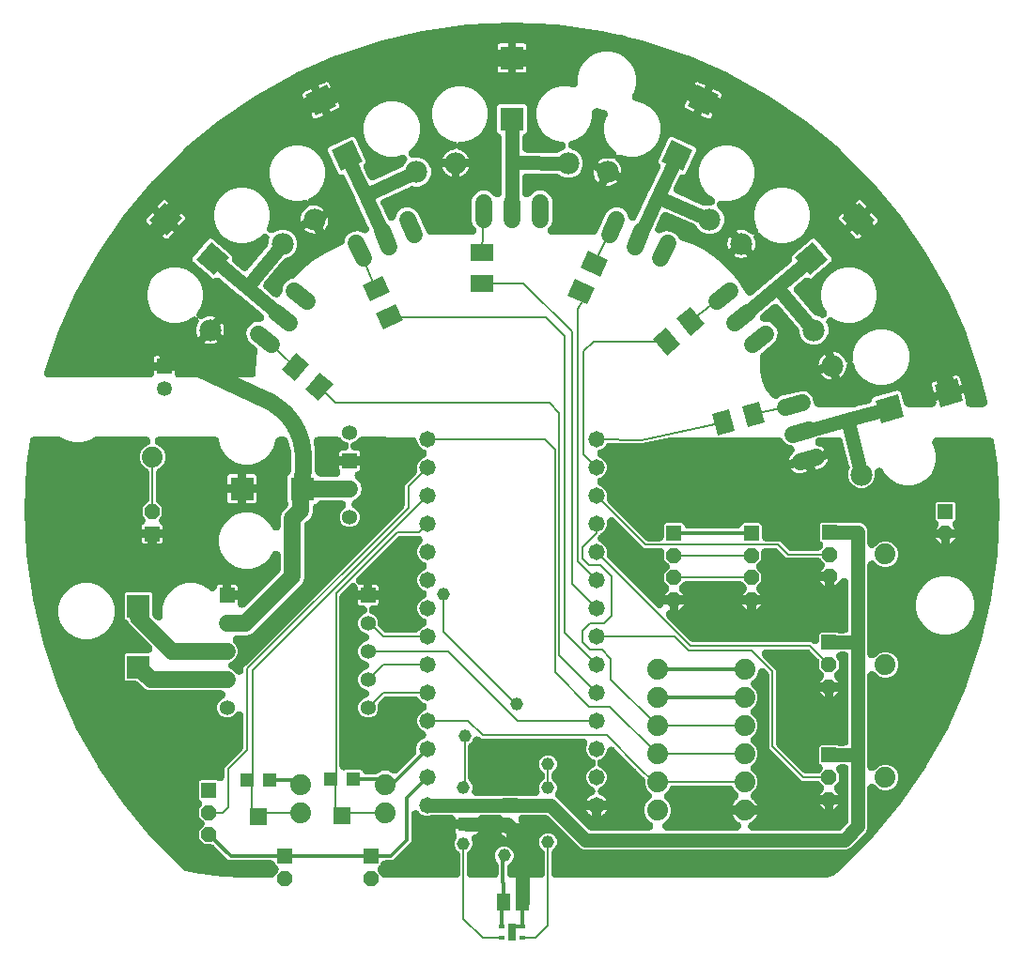
<source format=gbr>
G04 EAGLE Gerber RS-274X export*
G75*
%MOMM*%
%FSLAX34Y34*%
%LPD*%
%INTop Copper*%
%IPPOS*%
%AMOC8*
5,1,8,0,0,1.08239X$1,22.5*%
G01*
%ADD10R,1.320800X1.320800*%
%ADD11P,1.429621X8X22.500000*%
%ADD12R,2.100000X2.100000*%
%ADD13C,1.981200*%
%ADD14C,1.524000*%
%ADD15R,1.600000X2.000000*%
%ADD16R,2.000000X1.600000*%
%ADD17R,1.500000X1.600000*%
%ADD18R,1.200000X1.200000*%
%ADD19R,2.100000X2.100000*%
%ADD20P,1.429621X8X202.500000*%
%ADD21R,0.550000X0.350000*%
%ADD22R,0.700000X1.600000*%
%ADD23R,1.358000X1.358000*%
%ADD24C,1.358000*%
%ADD25C,1.879600*%
%ADD26C,1.473200*%
%ADD27R,1.300000X1.500000*%
%ADD28R,1.350000X1.350000*%
%ADD29C,1.350000*%
%ADD30R,1.500000X1.300000*%
%ADD31C,0.304800*%
%ADD32C,1.168400*%
%ADD33C,1.270000*%
%ADD34C,0.203200*%

G36*
X309223Y92713D02*
X309223Y92713D01*
X309259Y92711D01*
X309497Y92733D01*
X309736Y92751D01*
X309772Y92759D01*
X309808Y92762D01*
X310172Y92841D01*
X321827Y95964D01*
X321946Y96005D01*
X322067Y96037D01*
X322206Y96095D01*
X322349Y96145D01*
X322460Y96203D01*
X322575Y96251D01*
X322704Y96329D01*
X322838Y96399D01*
X322940Y96472D01*
X323047Y96537D01*
X323163Y96633D01*
X323286Y96721D01*
X323376Y96809D01*
X323473Y96889D01*
X323574Y97000D01*
X323682Y97105D01*
X323759Y97205D01*
X323843Y97298D01*
X323927Y97423D01*
X324019Y97542D01*
X324080Y97651D01*
X324150Y97756D01*
X324215Y97892D01*
X324289Y98023D01*
X324334Y98140D01*
X324388Y98253D01*
X324433Y98397D01*
X324487Y98538D01*
X324515Y98661D01*
X324552Y98780D01*
X324594Y99012D01*
X324608Y99076D01*
X324610Y99103D01*
X324618Y99146D01*
X324686Y99658D01*
X325292Y100708D01*
X326254Y101446D01*
X347710Y107195D01*
X348913Y107037D01*
X349963Y106431D01*
X350701Y105468D01*
X353363Y95534D01*
X353396Y95441D01*
X353419Y95345D01*
X353486Y95181D01*
X353544Y95013D01*
X353590Y94925D01*
X353627Y94834D01*
X353717Y94681D01*
X353799Y94523D01*
X353856Y94443D01*
X353906Y94358D01*
X354017Y94220D01*
X354121Y94076D01*
X354190Y94005D01*
X354251Y93928D01*
X354381Y93807D01*
X354505Y93679D01*
X354583Y93619D01*
X354655Y93552D01*
X354801Y93451D01*
X354942Y93343D01*
X355027Y93294D01*
X355109Y93238D01*
X355268Y93159D01*
X355423Y93072D01*
X355515Y93037D01*
X355603Y92993D01*
X355772Y92938D01*
X355938Y92875D01*
X356034Y92853D01*
X356128Y92822D01*
X356303Y92792D01*
X356476Y92753D01*
X356574Y92746D01*
X356671Y92729D01*
X356998Y92713D01*
X357026Y92711D01*
X357033Y92711D01*
X357043Y92711D01*
X378568Y92711D01*
X378834Y92730D01*
X379102Y92748D01*
X379110Y92750D01*
X379118Y92751D01*
X379380Y92809D01*
X379641Y92865D01*
X379649Y92868D01*
X379657Y92870D01*
X379907Y92965D01*
X380158Y93058D01*
X380165Y93062D01*
X380173Y93065D01*
X380407Y93195D01*
X380641Y93324D01*
X380648Y93329D01*
X380655Y93333D01*
X380868Y93496D01*
X381081Y93657D01*
X381087Y93663D01*
X381094Y93668D01*
X381278Y93857D01*
X381468Y94050D01*
X381473Y94057D01*
X381479Y94063D01*
X381633Y94275D01*
X381794Y94495D01*
X381798Y94502D01*
X381803Y94509D01*
X381927Y94744D01*
X382053Y94982D01*
X382056Y94990D01*
X382060Y94997D01*
X382148Y95248D01*
X382239Y95501D01*
X382240Y95510D01*
X382243Y95518D01*
X382294Y95777D01*
X382347Y96042D01*
X382348Y96051D01*
X382349Y96059D01*
X382363Y96326D01*
X382377Y96593D01*
X382376Y96602D01*
X382376Y96610D01*
X382351Y96875D01*
X382326Y97143D01*
X382324Y97153D01*
X382323Y97159D01*
X382317Y97186D01*
X382248Y97506D01*
X382004Y98414D01*
X394600Y101789D01*
X394601Y101789D01*
X407197Y105164D01*
X408993Y98460D01*
X409026Y97961D01*
X408938Y97293D01*
X408917Y97212D01*
X408904Y97096D01*
X408882Y96981D01*
X408874Y96822D01*
X408856Y96664D01*
X408861Y96547D01*
X408855Y96430D01*
X408870Y96271D01*
X408876Y96112D01*
X408897Y95997D01*
X408908Y95881D01*
X408946Y95726D01*
X408974Y95569D01*
X409012Y95458D01*
X409040Y95345D01*
X409099Y95198D01*
X409150Y95047D01*
X409203Y94942D01*
X409247Y94834D01*
X409328Y94696D01*
X409400Y94555D01*
X409467Y94459D01*
X409527Y94358D01*
X409626Y94234D01*
X409718Y94104D01*
X409798Y94019D01*
X409872Y93928D01*
X409988Y93819D01*
X410098Y93704D01*
X410190Y93632D01*
X410275Y93552D01*
X410407Y93461D01*
X410532Y93363D01*
X410633Y93305D01*
X410729Y93238D01*
X410872Y93167D01*
X411010Y93088D01*
X411119Y93045D01*
X411223Y92993D01*
X411375Y92944D01*
X411523Y92885D01*
X411637Y92859D01*
X411748Y92822D01*
X411905Y92795D01*
X412060Y92759D01*
X412176Y92749D01*
X412292Y92729D01*
X412551Y92716D01*
X412610Y92711D01*
X412630Y92712D01*
X412663Y92711D01*
X424358Y92711D01*
X424566Y92726D01*
X424775Y92734D01*
X424841Y92746D01*
X424908Y92751D01*
X425112Y92796D01*
X425317Y92834D01*
X425381Y92855D01*
X425447Y92870D01*
X425642Y92944D01*
X425840Y93011D01*
X425900Y93041D01*
X425962Y93065D01*
X426145Y93167D01*
X426331Y93262D01*
X426386Y93301D01*
X426445Y93333D01*
X426610Y93460D01*
X426781Y93581D01*
X426830Y93627D01*
X426883Y93668D01*
X427029Y93817D01*
X427180Y93962D01*
X427221Y94015D01*
X427268Y94063D01*
X427391Y94231D01*
X427520Y94396D01*
X427553Y94455D01*
X427593Y94509D01*
X427690Y94694D01*
X427794Y94875D01*
X427818Y94938D01*
X427849Y94997D01*
X427919Y95195D01*
X427995Y95389D01*
X428010Y95454D01*
X428033Y95518D01*
X428073Y95722D01*
X428120Y95926D01*
X428126Y95993D01*
X428139Y96059D01*
X428149Y96267D01*
X428167Y96476D01*
X428163Y96543D01*
X428166Y96610D01*
X428146Y96818D01*
X428133Y97027D01*
X428118Y97111D01*
X428113Y97159D01*
X428096Y97228D01*
X428066Y97392D01*
X422726Y120093D01*
X422717Y120124D01*
X422630Y120432D01*
X409842Y158585D01*
X409830Y158614D01*
X409715Y158913D01*
X393462Y195724D01*
X393447Y195751D01*
X393305Y196039D01*
X373724Y231193D01*
X373707Y231219D01*
X373539Y231492D01*
X350798Y264690D01*
X350778Y264715D01*
X350586Y264971D01*
X324879Y295928D01*
X324857Y295951D01*
X324642Y296188D01*
X296188Y324642D01*
X296165Y324662D01*
X295928Y324879D01*
X264971Y350586D01*
X264944Y350605D01*
X264690Y350798D01*
X231492Y373539D01*
X231465Y373555D01*
X231193Y373724D01*
X196039Y393305D01*
X196011Y393318D01*
X195724Y393462D01*
X158913Y409715D01*
X158883Y409726D01*
X158585Y409842D01*
X120432Y422630D01*
X120401Y422638D01*
X120093Y422726D01*
X80922Y431939D01*
X80891Y431944D01*
X80577Y432004D01*
X40723Y437563D01*
X40691Y437565D01*
X40373Y437596D01*
X176Y439454D01*
X144Y439453D01*
X-176Y439454D01*
X-40373Y437596D01*
X-40404Y437592D01*
X-40723Y437563D01*
X-80577Y432004D01*
X-80608Y431997D01*
X-80922Y431939D01*
X-120093Y422726D01*
X-120124Y422717D01*
X-120432Y422630D01*
X-158585Y409842D01*
X-158614Y409830D01*
X-158913Y409715D01*
X-195724Y393462D01*
X-195752Y393447D01*
X-196039Y393305D01*
X-231193Y373724D01*
X-231219Y373707D01*
X-231492Y373539D01*
X-264690Y350798D01*
X-264715Y350778D01*
X-264971Y350586D01*
X-295928Y324879D01*
X-295951Y324857D01*
X-296188Y324642D01*
X-324642Y296188D01*
X-324662Y296165D01*
X-324829Y295983D01*
X-324859Y295952D01*
X-324866Y295942D01*
X-324879Y295928D01*
X-350586Y264971D01*
X-350605Y264944D01*
X-350798Y264690D01*
X-373539Y231492D01*
X-373555Y231465D01*
X-373724Y231193D01*
X-393305Y196039D01*
X-393318Y196011D01*
X-393462Y195724D01*
X-409715Y158913D01*
X-409726Y158883D01*
X-409842Y158585D01*
X-421385Y124147D01*
X-421412Y124041D01*
X-421448Y123938D01*
X-421480Y123774D01*
X-421522Y123612D01*
X-421534Y123504D01*
X-421555Y123397D01*
X-421563Y123230D01*
X-421580Y123064D01*
X-421576Y122955D01*
X-421581Y122846D01*
X-421565Y122680D01*
X-421559Y122512D01*
X-421539Y122405D01*
X-421528Y122297D01*
X-421489Y122135D01*
X-421458Y121970D01*
X-421423Y121867D01*
X-421397Y121761D01*
X-421334Y121606D01*
X-421280Y121448D01*
X-421230Y121351D01*
X-421189Y121250D01*
X-421104Y121106D01*
X-421028Y120957D01*
X-420965Y120868D01*
X-420910Y120774D01*
X-420805Y120644D01*
X-420708Y120508D01*
X-420633Y120429D01*
X-420565Y120344D01*
X-420442Y120230D01*
X-420327Y120109D01*
X-420241Y120042D01*
X-420161Y119968D01*
X-420023Y119873D01*
X-419891Y119770D01*
X-419797Y119716D01*
X-419707Y119654D01*
X-419557Y119580D01*
X-419412Y119497D01*
X-419310Y119458D01*
X-419213Y119409D01*
X-419054Y119357D01*
X-418898Y119297D01*
X-418792Y119272D01*
X-418688Y119238D01*
X-418524Y119210D01*
X-418361Y119172D01*
X-418252Y119163D01*
X-418145Y119145D01*
X-417860Y119131D01*
X-417811Y119127D01*
X-417796Y119128D01*
X-417773Y119127D01*
X-326536Y119127D01*
X-326491Y119130D01*
X-326446Y119128D01*
X-326216Y119150D01*
X-325986Y119167D01*
X-325942Y119176D01*
X-325897Y119181D01*
X-325673Y119236D01*
X-325447Y119286D01*
X-325405Y119302D01*
X-325361Y119313D01*
X-325147Y119399D01*
X-324931Y119481D01*
X-324892Y119503D01*
X-324850Y119520D01*
X-324651Y119637D01*
X-324449Y119749D01*
X-324413Y119777D01*
X-324374Y119800D01*
X-324194Y119944D01*
X-324011Y120084D01*
X-323979Y120116D01*
X-323944Y120145D01*
X-323786Y120315D01*
X-323625Y120479D01*
X-323599Y120515D01*
X-323568Y120548D01*
X-323436Y120739D01*
X-323301Y120925D01*
X-323280Y120965D01*
X-323254Y121002D01*
X-323151Y121210D01*
X-323044Y121413D01*
X-323029Y121456D01*
X-323009Y121496D01*
X-322938Y121716D01*
X-322861Y121934D01*
X-322852Y121978D01*
X-322838Y122021D01*
X-322799Y122249D01*
X-322755Y122475D01*
X-322753Y122520D01*
X-322745Y122565D01*
X-322727Y122936D01*
X-322727Y125571D01*
X-313436Y125571D01*
X-304145Y125571D01*
X-304145Y122936D01*
X-304142Y122891D01*
X-304144Y122846D01*
X-304122Y122616D01*
X-304105Y122386D01*
X-304096Y122342D01*
X-304091Y122297D01*
X-304036Y122074D01*
X-303986Y121847D01*
X-303970Y121805D01*
X-303960Y121761D01*
X-303873Y121547D01*
X-303791Y121331D01*
X-303769Y121292D01*
X-303752Y121250D01*
X-303635Y121051D01*
X-303523Y120849D01*
X-303495Y120813D01*
X-303472Y120774D01*
X-303328Y120594D01*
X-303188Y120411D01*
X-303156Y120379D01*
X-303127Y120344D01*
X-302957Y120186D01*
X-302793Y120025D01*
X-302757Y119999D01*
X-302724Y119968D01*
X-302533Y119836D01*
X-302347Y119701D01*
X-302307Y119680D01*
X-302270Y119654D01*
X-302062Y119551D01*
X-301859Y119444D01*
X-301816Y119429D01*
X-301776Y119409D01*
X-301556Y119338D01*
X-301338Y119261D01*
X-301294Y119252D01*
X-301251Y119238D01*
X-301023Y119199D01*
X-300797Y119155D01*
X-300752Y119153D01*
X-300707Y119145D01*
X-300336Y119127D01*
X-234696Y119127D01*
X-234475Y119143D01*
X-234254Y119152D01*
X-234201Y119163D01*
X-234146Y119167D01*
X-233929Y119215D01*
X-233712Y119256D01*
X-233661Y119274D01*
X-233607Y119286D01*
X-233400Y119364D01*
X-233191Y119437D01*
X-233142Y119462D01*
X-233091Y119481D01*
X-232898Y119589D01*
X-232701Y119691D01*
X-232657Y119723D01*
X-232609Y119749D01*
X-232433Y119884D01*
X-232254Y120013D01*
X-232214Y120051D01*
X-232171Y120084D01*
X-232016Y120242D01*
X-231857Y120396D01*
X-231823Y120440D01*
X-231785Y120479D01*
X-231656Y120657D01*
X-231520Y120833D01*
X-231493Y120881D01*
X-231461Y120925D01*
X-231358Y121121D01*
X-231249Y121314D01*
X-231230Y121365D01*
X-231204Y121413D01*
X-231131Y121622D01*
X-231051Y121829D01*
X-231039Y121882D01*
X-231021Y121934D01*
X-230978Y122151D01*
X-230930Y122367D01*
X-230923Y122435D01*
X-230915Y122475D01*
X-230911Y122547D01*
X-230892Y122737D01*
X-230196Y136025D01*
X-229128Y142765D01*
X-229118Y142884D01*
X-229098Y143001D01*
X-229095Y143158D01*
X-229081Y143315D01*
X-229089Y143434D01*
X-229086Y143553D01*
X-229105Y143709D01*
X-229115Y143866D01*
X-229139Y143982D01*
X-229153Y144100D01*
X-229195Y144252D01*
X-229227Y144406D01*
X-229268Y144518D01*
X-229299Y144632D01*
X-229362Y144776D01*
X-229416Y144924D01*
X-229473Y145029D01*
X-229521Y145138D01*
X-229604Y145271D01*
X-229679Y145409D01*
X-229750Y145505D01*
X-229813Y145606D01*
X-229914Y145726D01*
X-230008Y145852D01*
X-230092Y145936D01*
X-230169Y146027D01*
X-230354Y146198D01*
X-230398Y146242D01*
X-230416Y146255D01*
X-230442Y146279D01*
X-237173Y151927D01*
X-239133Y155692D01*
X-239503Y159920D01*
X-238226Y163968D01*
X-235498Y167219D01*
X-231734Y169179D01*
X-226866Y169605D01*
X-226707Y169631D01*
X-226547Y169647D01*
X-226435Y169674D01*
X-226321Y169693D01*
X-226168Y169741D01*
X-226012Y169780D01*
X-225905Y169824D01*
X-225795Y169858D01*
X-225650Y169928D01*
X-225502Y169989D01*
X-225402Y170048D01*
X-225298Y170098D01*
X-225165Y170188D01*
X-225027Y170270D01*
X-224937Y170343D01*
X-224841Y170407D01*
X-224723Y170515D01*
X-224597Y170616D01*
X-224519Y170701D01*
X-224434Y170779D01*
X-224332Y170903D01*
X-224223Y171021D01*
X-224157Y171116D01*
X-224084Y171206D01*
X-224001Y171344D01*
X-223910Y171476D01*
X-223859Y171579D01*
X-223800Y171678D01*
X-223738Y171827D01*
X-223667Y171971D01*
X-223631Y172081D01*
X-223587Y172187D01*
X-223547Y172343D01*
X-223497Y172496D01*
X-223478Y172610D01*
X-223449Y172722D01*
X-223432Y172881D01*
X-223406Y173040D01*
X-223403Y173155D01*
X-223391Y173270D01*
X-223397Y173431D01*
X-223393Y173591D01*
X-223408Y173706D01*
X-223412Y173822D01*
X-223441Y173980D01*
X-223461Y174139D01*
X-223492Y174250D01*
X-223513Y174364D01*
X-223564Y174516D01*
X-223607Y174671D01*
X-223653Y174777D01*
X-223691Y174886D01*
X-223764Y175029D01*
X-223828Y175176D01*
X-223889Y175275D01*
X-223942Y175377D01*
X-224035Y175508D01*
X-224120Y175644D01*
X-224195Y175733D01*
X-224262Y175827D01*
X-224373Y175943D01*
X-224477Y176065D01*
X-224594Y176175D01*
X-224643Y176225D01*
X-224683Y176257D01*
X-224749Y176318D01*
X-244830Y193167D01*
X-244846Y193179D01*
X-244870Y193201D01*
X-246524Y194550D01*
X-246568Y194602D01*
X-246582Y194615D01*
X-246590Y194624D01*
X-246622Y194653D01*
X-246840Y194855D01*
X-246911Y194914D01*
X-246912Y194914D01*
X-263201Y208583D01*
X-263303Y208656D01*
X-263399Y208738D01*
X-263527Y208818D01*
X-263649Y208906D01*
X-263760Y208964D01*
X-263866Y209031D01*
X-264004Y209091D01*
X-264138Y209161D01*
X-264256Y209203D01*
X-264371Y209253D01*
X-264516Y209293D01*
X-264659Y209343D01*
X-264782Y209367D01*
X-264903Y209400D01*
X-265052Y209419D01*
X-265200Y209448D01*
X-265326Y209453D01*
X-265450Y209469D01*
X-265601Y209466D01*
X-265751Y209473D01*
X-265876Y209461D01*
X-266002Y209458D01*
X-266151Y209433D01*
X-266300Y209418D01*
X-266422Y209388D01*
X-266546Y209367D01*
X-266689Y209321D01*
X-266836Y209285D01*
X-266952Y209237D01*
X-267071Y209199D01*
X-267285Y209101D01*
X-267346Y209076D01*
X-267369Y209062D01*
X-267409Y209044D01*
X-267867Y208806D01*
X-269075Y208700D01*
X-270232Y209065D01*
X-287248Y223343D01*
X-287808Y224419D01*
X-287913Y225627D01*
X-287549Y226784D01*
X-273270Y243800D01*
X-272195Y244360D01*
X-270986Y244465D01*
X-269830Y244101D01*
X-252814Y229822D01*
X-252254Y228747D01*
X-252148Y227538D01*
X-252303Y227046D01*
X-252332Y226924D01*
X-252371Y226805D01*
X-252396Y226656D01*
X-252430Y226510D01*
X-252441Y226385D01*
X-252462Y226261D01*
X-252466Y226110D01*
X-252479Y225960D01*
X-252472Y225835D01*
X-252475Y225709D01*
X-252456Y225560D01*
X-252448Y225409D01*
X-252422Y225286D01*
X-252407Y225162D01*
X-252367Y225016D01*
X-252337Y224869D01*
X-252294Y224751D01*
X-252261Y224630D01*
X-252201Y224492D01*
X-252149Y224350D01*
X-252090Y224240D01*
X-252040Y224124D01*
X-251960Y223996D01*
X-251889Y223864D01*
X-251814Y223763D01*
X-251748Y223656D01*
X-251651Y223541D01*
X-251561Y223420D01*
X-251473Y223331D01*
X-251391Y223235D01*
X-251219Y223076D01*
X-251172Y223029D01*
X-251151Y223012D01*
X-251119Y222983D01*
X-243073Y216232D01*
X-243015Y216190D01*
X-242963Y216142D01*
X-242792Y216029D01*
X-242626Y215909D01*
X-242563Y215876D01*
X-242504Y215836D01*
X-242319Y215748D01*
X-242137Y215654D01*
X-242070Y215630D01*
X-242005Y215600D01*
X-241810Y215539D01*
X-241616Y215472D01*
X-241546Y215458D01*
X-241478Y215437D01*
X-241276Y215406D01*
X-241074Y215367D01*
X-241003Y215364D01*
X-240933Y215353D01*
X-240728Y215351D01*
X-240523Y215342D01*
X-240452Y215349D01*
X-240381Y215348D01*
X-240178Y215376D01*
X-239974Y215397D01*
X-239905Y215414D01*
X-239835Y215423D01*
X-239638Y215480D01*
X-239439Y215530D01*
X-239373Y215557D01*
X-239305Y215577D01*
X-239118Y215661D01*
X-238929Y215739D01*
X-238867Y215775D01*
X-238802Y215805D01*
X-238630Y215916D01*
X-238454Y216020D01*
X-238398Y216064D01*
X-238338Y216103D01*
X-238184Y216237D01*
X-238024Y216366D01*
X-237976Y216419D01*
X-237922Y216465D01*
X-237673Y216741D01*
X-220548Y237726D01*
X-220540Y237737D01*
X-220531Y237747D01*
X-220381Y237963D01*
X-220231Y238177D01*
X-220225Y238189D01*
X-220217Y238200D01*
X-220100Y238437D01*
X-219983Y238670D01*
X-219978Y238683D01*
X-219972Y238695D01*
X-219891Y238944D01*
X-219808Y239193D01*
X-219806Y239207D01*
X-219802Y239219D01*
X-219757Y239477D01*
X-219711Y239736D01*
X-219710Y239750D01*
X-219708Y239763D01*
X-219690Y240134D01*
X-219690Y242363D01*
X-219063Y243878D01*
X-219037Y243954D01*
X-219004Y244027D01*
X-218951Y244216D01*
X-218889Y244401D01*
X-218875Y244480D01*
X-218853Y244558D01*
X-218827Y244752D01*
X-218793Y244944D01*
X-218790Y245025D01*
X-218780Y245104D01*
X-218782Y245300D01*
X-218776Y245496D01*
X-218785Y245576D01*
X-218786Y245656D01*
X-218817Y245849D01*
X-218839Y246044D01*
X-218860Y246122D01*
X-218872Y246201D01*
X-218931Y246388D01*
X-218981Y246577D01*
X-219012Y246651D01*
X-219036Y246728D01*
X-219121Y246904D01*
X-219198Y247084D01*
X-219240Y247153D01*
X-219275Y247225D01*
X-219384Y247388D01*
X-219486Y247555D01*
X-219537Y247616D01*
X-219582Y247683D01*
X-219714Y247828D01*
X-219839Y247979D01*
X-219899Y248032D01*
X-219953Y248092D01*
X-220104Y248217D01*
X-220250Y248347D01*
X-220317Y248392D01*
X-220379Y248443D01*
X-220546Y248544D01*
X-220709Y248652D01*
X-220782Y248687D01*
X-220851Y248728D01*
X-221031Y248804D01*
X-221208Y248888D01*
X-221285Y248912D01*
X-221359Y248943D01*
X-221548Y248992D01*
X-221735Y249049D01*
X-221815Y249061D01*
X-221893Y249082D01*
X-222087Y249103D01*
X-222281Y249133D01*
X-222361Y249133D01*
X-222441Y249142D01*
X-222637Y249135D01*
X-222832Y249136D01*
X-222912Y249125D01*
X-222992Y249122D01*
X-223185Y249087D01*
X-223379Y249060D01*
X-223456Y249038D01*
X-223535Y249023D01*
X-223720Y248961D01*
X-223909Y248906D01*
X-223982Y248873D01*
X-224058Y248847D01*
X-224232Y248758D01*
X-224410Y248677D01*
X-224478Y248633D01*
X-224550Y248597D01*
X-224709Y248484D01*
X-224874Y248378D01*
X-224935Y248325D01*
X-225000Y248279D01*
X-225275Y248029D01*
X-227894Y245410D01*
X-233632Y242097D01*
X-240031Y240383D01*
X-246656Y240383D01*
X-253055Y242097D01*
X-258793Y245410D01*
X-263477Y250094D01*
X-266789Y255832D01*
X-268504Y262231D01*
X-268504Y268856D01*
X-266789Y275255D01*
X-263477Y280993D01*
X-258793Y285677D01*
X-253055Y288990D01*
X-246656Y290704D01*
X-240031Y290704D01*
X-233632Y288990D01*
X-227894Y285677D01*
X-223210Y280993D01*
X-219897Y275255D01*
X-218183Y268856D01*
X-218183Y262231D01*
X-219897Y255832D01*
X-220302Y255131D01*
X-220326Y255082D01*
X-220355Y255037D01*
X-220446Y254834D01*
X-220543Y254634D01*
X-220559Y254583D01*
X-220581Y254534D01*
X-220642Y254320D01*
X-220709Y254108D01*
X-220718Y254055D01*
X-220732Y254004D01*
X-220762Y253783D01*
X-220798Y253564D01*
X-220799Y253510D01*
X-220806Y253457D01*
X-220803Y253234D01*
X-220807Y253012D01*
X-220800Y252959D01*
X-220799Y252905D01*
X-220764Y252686D01*
X-220736Y252465D01*
X-220721Y252413D01*
X-220713Y252360D01*
X-220647Y252148D01*
X-220587Y251934D01*
X-220565Y251885D01*
X-220549Y251833D01*
X-220453Y251632D01*
X-220363Y251430D01*
X-220334Y251384D01*
X-220311Y251336D01*
X-220187Y251151D01*
X-220068Y250963D01*
X-220033Y250923D01*
X-220003Y250878D01*
X-219854Y250713D01*
X-219709Y250544D01*
X-219669Y250509D01*
X-219632Y250469D01*
X-219461Y250328D01*
X-219293Y250182D01*
X-219248Y250153D01*
X-219207Y250119D01*
X-219016Y250003D01*
X-218830Y249883D01*
X-218781Y249861D01*
X-218735Y249833D01*
X-218530Y249747D01*
X-218327Y249654D01*
X-218276Y249639D01*
X-218227Y249618D01*
X-218012Y249563D01*
X-217798Y249500D01*
X-217744Y249493D01*
X-217693Y249480D01*
X-217472Y249455D01*
X-217251Y249425D01*
X-217198Y249425D01*
X-217144Y249419D01*
X-216922Y249427D01*
X-216700Y249429D01*
X-216646Y249437D01*
X-216593Y249439D01*
X-216374Y249479D01*
X-216154Y249512D01*
X-216103Y249528D01*
X-216050Y249538D01*
X-215839Y249609D01*
X-215627Y249674D01*
X-215578Y249697D01*
X-215527Y249714D01*
X-215329Y249815D01*
X-215128Y249910D01*
X-215083Y249940D01*
X-215036Y249964D01*
X-214854Y250093D01*
X-214669Y250216D01*
X-214629Y250251D01*
X-214585Y250283D01*
X-214310Y250532D01*
X-214074Y250769D01*
X-209312Y252741D01*
X-204158Y252741D01*
X-199397Y250769D01*
X-195753Y247124D01*
X-193781Y242363D01*
X-193781Y237209D01*
X-195753Y232448D01*
X-199397Y228804D01*
X-204809Y226562D01*
X-204989Y226471D01*
X-205174Y226388D01*
X-205236Y226347D01*
X-205302Y226314D01*
X-205467Y226199D01*
X-205638Y226089D01*
X-205694Y226040D01*
X-205755Y225998D01*
X-205901Y225860D01*
X-206054Y225727D01*
X-206118Y225656D01*
X-206156Y225620D01*
X-206199Y225566D01*
X-206303Y225451D01*
X-223338Y204577D01*
X-223349Y204561D01*
X-223362Y204547D01*
X-223507Y204337D01*
X-223655Y204125D01*
X-223664Y204108D01*
X-223675Y204093D01*
X-223788Y203862D01*
X-223904Y203633D01*
X-223910Y203615D01*
X-223918Y203597D01*
X-223997Y203353D01*
X-224078Y203109D01*
X-224082Y203091D01*
X-224087Y203072D01*
X-224130Y202821D01*
X-224175Y202566D01*
X-224176Y202547D01*
X-224179Y202528D01*
X-224185Y202272D01*
X-224193Y202015D01*
X-224191Y201996D01*
X-224191Y201977D01*
X-224160Y201722D01*
X-224131Y201467D01*
X-224126Y201448D01*
X-224124Y201429D01*
X-224056Y201183D01*
X-223990Y200933D01*
X-223983Y200916D01*
X-223978Y200897D01*
X-223875Y200662D01*
X-223774Y200426D01*
X-223764Y200410D01*
X-223757Y200392D01*
X-223620Y200172D01*
X-223487Y199955D01*
X-223475Y199940D01*
X-223465Y199924D01*
X-223298Y199727D01*
X-223135Y199530D01*
X-223121Y199518D01*
X-223108Y199503D01*
X-222836Y199250D01*
X-214722Y192442D01*
X-214721Y192441D01*
X-214719Y192440D01*
X-214503Y192284D01*
X-214275Y192119D01*
X-214273Y192118D01*
X-214272Y192117D01*
X-214036Y191995D01*
X-213786Y191864D01*
X-213784Y191863D01*
X-213782Y191863D01*
X-213514Y191769D01*
X-213265Y191682D01*
X-213263Y191682D01*
X-213261Y191681D01*
X-212997Y191630D01*
X-212723Y191578D01*
X-212721Y191578D01*
X-212720Y191577D01*
X-212458Y191565D01*
X-212172Y191552D01*
X-212170Y191552D01*
X-212169Y191552D01*
X-211893Y191580D01*
X-211623Y191607D01*
X-211621Y191607D01*
X-211620Y191607D01*
X-211359Y191673D01*
X-211088Y191740D01*
X-211086Y191741D01*
X-211084Y191741D01*
X-210842Y191841D01*
X-210577Y191949D01*
X-210576Y191950D01*
X-210574Y191951D01*
X-210340Y192090D01*
X-210102Y192230D01*
X-210101Y192231D01*
X-210100Y192232D01*
X-209896Y192397D01*
X-209673Y192577D01*
X-209672Y192578D01*
X-209671Y192579D01*
X-209495Y192769D01*
X-209298Y192981D01*
X-209297Y192983D01*
X-209296Y192984D01*
X-209079Y193286D01*
X-207400Y195870D01*
X-207280Y196088D01*
X-207157Y196304D01*
X-207147Y196329D01*
X-207134Y196353D01*
X-207046Y196587D01*
X-206956Y196818D01*
X-206950Y196844D01*
X-206941Y196870D01*
X-206888Y197113D01*
X-206832Y197355D01*
X-206829Y197382D01*
X-206824Y197409D01*
X-206807Y197657D01*
X-206786Y197905D01*
X-206787Y197938D01*
X-206786Y197959D01*
X-206790Y198019D01*
X-206800Y198277D01*
X-206849Y198835D01*
X-205573Y202883D01*
X-202845Y206134D01*
X-199080Y208094D01*
X-198562Y208140D01*
X-198523Y208146D01*
X-198484Y208147D01*
X-198251Y208190D01*
X-198018Y208227D01*
X-197980Y208239D01*
X-197941Y208246D01*
X-197717Y208322D01*
X-197492Y208393D01*
X-197456Y208410D01*
X-197419Y208423D01*
X-197208Y208530D01*
X-196995Y208633D01*
X-196962Y208655D01*
X-196927Y208673D01*
X-196733Y208809D01*
X-196538Y208942D01*
X-196509Y208968D01*
X-196476Y208991D01*
X-196201Y209241D01*
X-189451Y215991D01*
X-179265Y224239D01*
X-168273Y231378D01*
X-156595Y237328D01*
X-153375Y238564D01*
X-153142Y238673D01*
X-152907Y238781D01*
X-152892Y238791D01*
X-152876Y238798D01*
X-152662Y238940D01*
X-152444Y239081D01*
X-152430Y239092D01*
X-152416Y239102D01*
X-152223Y239274D01*
X-152029Y239444D01*
X-152017Y239458D01*
X-152004Y239470D01*
X-151838Y239668D01*
X-151671Y239864D01*
X-151662Y239879D01*
X-151650Y239893D01*
X-151514Y240114D01*
X-151377Y240331D01*
X-151370Y240347D01*
X-151361Y240362D01*
X-151258Y240602D01*
X-151154Y240836D01*
X-151149Y240853D01*
X-151142Y240869D01*
X-151075Y241120D01*
X-151006Y241367D01*
X-151004Y241385D01*
X-150999Y241402D01*
X-150969Y241659D01*
X-150937Y241914D01*
X-150937Y241936D01*
X-150935Y241950D01*
X-150936Y241997D01*
X-150935Y242151D01*
X-149478Y246155D01*
X-146611Y249284D01*
X-142764Y251078D01*
X-138524Y251263D01*
X-133932Y249592D01*
X-133777Y249548D01*
X-133626Y249495D01*
X-133512Y249473D01*
X-133401Y249441D01*
X-133242Y249420D01*
X-133084Y249390D01*
X-132969Y249384D01*
X-132854Y249369D01*
X-132693Y249371D01*
X-132533Y249364D01*
X-132419Y249375D01*
X-132303Y249376D01*
X-132144Y249402D01*
X-131984Y249417D01*
X-131872Y249445D01*
X-131758Y249463D01*
X-131605Y249511D01*
X-131449Y249550D01*
X-131342Y249593D01*
X-131232Y249628D01*
X-131087Y249698D01*
X-130938Y249758D01*
X-130839Y249817D01*
X-130734Y249867D01*
X-130601Y249957D01*
X-130463Y250038D01*
X-130373Y250111D01*
X-130277Y250175D01*
X-130158Y250283D01*
X-130033Y250384D01*
X-129954Y250469D01*
X-129869Y250547D01*
X-129767Y250671D01*
X-129658Y250788D01*
X-129592Y250883D01*
X-129519Y250973D01*
X-129435Y251111D01*
X-129344Y251243D01*
X-129293Y251346D01*
X-129234Y251445D01*
X-129171Y251593D01*
X-129100Y251737D01*
X-129065Y251847D01*
X-129020Y251954D01*
X-128980Y252109D01*
X-128930Y252262D01*
X-128911Y252376D01*
X-128882Y252488D01*
X-128864Y252648D01*
X-128838Y252806D01*
X-128835Y252921D01*
X-128822Y253036D01*
X-128828Y253197D01*
X-128824Y253357D01*
X-128838Y253472D01*
X-128843Y253588D01*
X-128872Y253746D01*
X-128891Y253905D01*
X-128922Y254016D01*
X-128943Y254130D01*
X-128994Y254282D01*
X-129036Y254437D01*
X-129097Y254586D01*
X-129120Y254653D01*
X-129143Y254698D01*
X-129177Y254781D01*
X-139584Y277100D01*
X-139585Y277101D01*
X-139585Y277102D01*
X-139658Y277233D01*
X-140686Y279463D01*
X-140689Y279468D01*
X-140693Y279478D01*
X-141792Y281834D01*
X-150390Y300274D01*
X-150452Y300384D01*
X-150504Y300498D01*
X-150586Y300624D01*
X-150659Y300756D01*
X-150736Y300856D01*
X-150804Y300961D01*
X-150903Y301074D01*
X-150995Y301194D01*
X-151085Y301281D01*
X-151167Y301376D01*
X-151282Y301474D01*
X-151390Y301579D01*
X-151491Y301652D01*
X-151587Y301734D01*
X-151715Y301814D01*
X-151837Y301903D01*
X-151948Y301961D01*
X-152054Y302027D01*
X-152192Y302088D01*
X-152325Y302158D01*
X-152444Y302200D01*
X-152559Y302251D01*
X-152704Y302291D01*
X-152846Y302341D01*
X-152969Y302365D01*
X-153090Y302399D01*
X-153240Y302418D01*
X-153388Y302446D01*
X-153513Y302452D01*
X-153637Y302468D01*
X-153873Y302469D01*
X-153939Y302472D01*
X-153965Y302470D01*
X-154009Y302470D01*
X-154524Y302448D01*
X-155664Y302862D01*
X-156558Y303682D01*
X-165946Y323813D01*
X-165999Y325025D01*
X-165584Y326165D01*
X-164765Y327059D01*
X-144633Y336447D01*
X-143421Y336499D01*
X-142282Y336085D01*
X-141387Y335265D01*
X-132000Y315134D01*
X-131947Y313922D01*
X-132362Y312782D01*
X-132710Y312402D01*
X-132756Y312344D01*
X-132804Y312295D01*
X-132832Y312256D01*
X-132874Y312211D01*
X-132959Y312087D01*
X-133053Y311969D01*
X-133099Y311890D01*
X-133128Y311849D01*
X-133143Y311820D01*
X-133187Y311757D01*
X-133253Y311622D01*
X-133329Y311492D01*
X-133370Y311389D01*
X-133385Y311361D01*
X-133390Y311344D01*
X-133431Y311263D01*
X-133477Y311119D01*
X-133533Y310979D01*
X-133562Y310857D01*
X-133564Y310850D01*
X-133568Y310840D01*
X-133568Y310838D01*
X-133601Y310738D01*
X-133626Y310589D01*
X-133661Y310443D01*
X-133672Y310317D01*
X-133694Y310194D01*
X-133697Y310043D01*
X-133711Y309893D01*
X-133704Y309768D01*
X-133707Y309642D01*
X-133688Y309493D01*
X-133680Y309342D01*
X-133655Y309219D01*
X-133640Y309095D01*
X-133600Y308950D01*
X-133570Y308802D01*
X-133528Y308684D01*
X-133495Y308563D01*
X-133406Y308345D01*
X-133383Y308283D01*
X-133371Y308259D01*
X-133354Y308218D01*
X-129202Y299315D01*
X-129185Y299283D01*
X-129171Y299249D01*
X-129050Y299042D01*
X-128934Y298833D01*
X-128911Y298804D01*
X-128893Y298772D01*
X-128744Y298585D01*
X-128598Y298395D01*
X-128572Y298370D01*
X-128549Y298341D01*
X-128374Y298177D01*
X-128203Y298010D01*
X-128173Y297989D01*
X-128146Y297964D01*
X-127950Y297827D01*
X-127756Y297687D01*
X-127724Y297670D01*
X-127694Y297649D01*
X-127479Y297541D01*
X-127267Y297431D01*
X-127233Y297419D01*
X-127200Y297402D01*
X-126973Y297327D01*
X-126747Y297248D01*
X-126711Y297241D01*
X-126676Y297230D01*
X-126440Y297189D01*
X-126205Y297143D01*
X-126169Y297141D01*
X-126133Y297135D01*
X-125893Y297128D01*
X-125654Y297117D01*
X-125618Y297120D01*
X-125581Y297119D01*
X-125343Y297147D01*
X-125105Y297170D01*
X-125070Y297179D01*
X-125033Y297183D01*
X-124802Y297245D01*
X-124570Y297303D01*
X-124536Y297317D01*
X-124500Y297326D01*
X-124155Y297465D01*
X-99415Y308869D01*
X-99300Y308932D01*
X-99181Y308987D01*
X-99059Y309065D01*
X-98932Y309136D01*
X-98827Y309215D01*
X-98717Y309286D01*
X-98608Y309381D01*
X-98492Y309469D01*
X-98400Y309563D01*
X-98302Y309649D01*
X-98208Y309759D01*
X-98106Y309863D01*
X-98028Y309969D01*
X-97943Y310068D01*
X-97866Y310191D01*
X-97780Y310308D01*
X-97719Y310424D01*
X-97649Y310535D01*
X-97554Y310734D01*
X-97522Y310796D01*
X-97511Y310825D01*
X-97490Y310871D01*
X-97010Y312029D01*
X-95507Y313532D01*
X-95437Y313613D01*
X-95360Y313687D01*
X-95257Y313821D01*
X-95146Y313949D01*
X-95089Y314039D01*
X-95023Y314124D01*
X-94940Y314271D01*
X-94849Y314414D01*
X-94805Y314512D01*
X-94753Y314605D01*
X-94692Y314763D01*
X-94623Y314917D01*
X-94594Y315020D01*
X-94555Y315120D01*
X-94518Y315285D01*
X-94472Y315448D01*
X-94457Y315554D01*
X-94434Y315658D01*
X-94421Y315827D01*
X-94398Y315994D01*
X-94400Y316102D01*
X-94391Y316208D01*
X-94403Y316377D01*
X-94405Y316546D01*
X-94422Y316652D01*
X-94429Y316759D01*
X-94465Y316924D01*
X-94491Y317091D01*
X-94523Y317193D01*
X-94545Y317298D01*
X-94605Y317456D01*
X-94655Y317618D01*
X-94701Y317714D01*
X-94739Y317815D01*
X-94820Y317963D01*
X-94893Y318115D01*
X-94953Y318204D01*
X-95005Y318298D01*
X-95107Y318433D01*
X-95201Y318573D01*
X-95273Y318653D01*
X-95338Y318738D01*
X-95458Y318856D01*
X-95572Y318982D01*
X-95654Y319050D01*
X-95731Y319125D01*
X-95866Y319225D01*
X-95997Y319333D01*
X-96089Y319388D01*
X-96175Y319451D01*
X-96324Y319531D01*
X-96469Y319618D01*
X-96568Y319660D01*
X-96663Y319710D01*
X-96822Y319767D01*
X-96977Y319833D01*
X-97081Y319860D01*
X-97182Y319896D01*
X-97348Y319929D01*
X-97511Y319972D01*
X-97618Y319983D01*
X-97723Y320004D01*
X-97892Y320013D01*
X-98060Y320032D01*
X-98167Y320028D01*
X-98274Y320034D01*
X-98442Y320018D01*
X-98611Y320012D01*
X-98716Y319993D01*
X-98823Y319983D01*
X-99108Y319922D01*
X-99154Y319913D01*
X-99167Y319909D01*
X-99186Y319905D01*
X-105008Y318345D01*
X-111633Y318345D01*
X-118032Y320060D01*
X-123770Y323372D01*
X-128454Y328056D01*
X-131767Y333794D01*
X-133481Y340193D01*
X-133481Y346818D01*
X-131767Y353217D01*
X-128454Y358955D01*
X-123770Y363639D01*
X-118032Y366952D01*
X-111633Y368666D01*
X-105008Y368666D01*
X-98609Y366952D01*
X-92871Y363639D01*
X-88187Y358955D01*
X-84874Y353217D01*
X-83160Y346818D01*
X-83160Y340193D01*
X-84874Y333794D01*
X-88187Y328057D01*
X-92124Y324120D01*
X-92176Y324059D01*
X-92235Y324004D01*
X-92357Y323850D01*
X-92485Y323702D01*
X-92528Y323635D01*
X-92578Y323571D01*
X-92676Y323402D01*
X-92781Y323237D01*
X-92814Y323164D01*
X-92855Y323094D01*
X-92928Y322913D01*
X-93008Y322734D01*
X-93030Y322657D01*
X-93060Y322582D01*
X-93105Y322392D01*
X-93159Y322204D01*
X-93170Y322124D01*
X-93189Y322046D01*
X-93207Y321851D01*
X-93233Y321657D01*
X-93232Y321576D01*
X-93239Y321496D01*
X-93228Y321301D01*
X-93226Y321105D01*
X-93213Y321026D01*
X-93209Y320945D01*
X-93170Y320754D01*
X-93140Y320560D01*
X-93116Y320484D01*
X-93100Y320405D01*
X-93034Y320221D01*
X-92976Y320034D01*
X-92941Y319961D01*
X-92914Y319885D01*
X-92822Y319713D01*
X-92738Y319536D01*
X-92693Y319469D01*
X-92655Y319398D01*
X-92539Y319240D01*
X-92430Y319078D01*
X-92376Y319019D01*
X-92328Y318954D01*
X-92191Y318814D01*
X-92059Y318670D01*
X-91997Y318618D01*
X-91941Y318561D01*
X-91785Y318443D01*
X-91634Y318319D01*
X-91565Y318277D01*
X-91501Y318228D01*
X-91329Y318134D01*
X-91162Y318033D01*
X-91088Y318002D01*
X-91017Y317963D01*
X-90834Y317895D01*
X-90653Y317818D01*
X-90576Y317798D01*
X-90500Y317770D01*
X-90309Y317729D01*
X-90120Y317680D01*
X-90040Y317671D01*
X-89961Y317654D01*
X-89766Y317641D01*
X-89571Y317619D01*
X-89491Y317622D01*
X-89411Y317617D01*
X-89216Y317632D01*
X-89020Y317639D01*
X-88987Y317645D01*
X-83451Y317645D01*
X-78689Y315673D01*
X-75045Y312028D01*
X-73073Y307267D01*
X-73073Y302113D01*
X-75045Y297352D01*
X-78689Y293708D01*
X-83451Y291735D01*
X-88605Y291735D01*
X-88686Y291769D01*
X-88690Y291770D01*
X-88693Y291772D01*
X-88953Y291858D01*
X-89209Y291943D01*
X-89213Y291943D01*
X-89217Y291945D01*
X-89485Y291991D01*
X-89752Y292039D01*
X-89757Y292039D01*
X-89761Y292040D01*
X-90032Y292047D01*
X-90304Y292056D01*
X-90308Y292055D01*
X-90312Y292055D01*
X-90584Y292023D01*
X-90852Y291993D01*
X-90856Y291991D01*
X-90860Y291991D01*
X-91123Y291920D01*
X-91385Y291851D01*
X-91389Y291849D01*
X-91393Y291848D01*
X-91738Y291709D01*
X-116181Y280443D01*
X-116227Y280417D01*
X-116277Y280397D01*
X-116469Y280284D01*
X-116664Y280176D01*
X-116706Y280144D01*
X-116752Y280117D01*
X-116926Y279977D01*
X-117103Y279843D01*
X-117141Y279805D01*
X-117182Y279771D01*
X-117334Y279608D01*
X-117490Y279449D01*
X-117521Y279406D01*
X-117558Y279367D01*
X-117684Y279183D01*
X-117815Y279004D01*
X-117840Y278957D01*
X-117871Y278912D01*
X-117969Y278713D01*
X-118073Y278516D01*
X-118091Y278466D01*
X-118115Y278418D01*
X-118184Y278206D01*
X-118258Y277997D01*
X-118269Y277944D01*
X-118285Y277893D01*
X-118323Y277673D01*
X-118366Y277455D01*
X-118369Y277402D01*
X-118378Y277349D01*
X-118383Y277127D01*
X-118395Y276905D01*
X-118390Y276851D01*
X-118391Y276798D01*
X-118364Y276577D01*
X-118343Y276355D01*
X-118331Y276303D01*
X-118324Y276250D01*
X-118266Y276035D01*
X-118213Y275819D01*
X-118193Y275770D01*
X-118179Y275718D01*
X-118038Y275374D01*
X-112141Y262726D01*
X-112062Y262585D01*
X-111993Y262441D01*
X-111928Y262345D01*
X-111872Y262244D01*
X-111774Y262116D01*
X-111684Y261983D01*
X-111607Y261898D01*
X-111536Y261806D01*
X-111421Y261694D01*
X-111313Y261575D01*
X-111224Y261502D01*
X-111141Y261421D01*
X-111011Y261327D01*
X-110887Y261225D01*
X-110788Y261165D01*
X-110694Y261097D01*
X-110552Y261023D01*
X-110415Y260940D01*
X-110308Y260895D01*
X-110206Y260841D01*
X-110054Y260788D01*
X-109906Y260726D01*
X-109794Y260697D01*
X-109685Y260659D01*
X-109527Y260628D01*
X-109372Y260588D01*
X-109257Y260576D01*
X-109144Y260554D01*
X-108983Y260546D01*
X-108823Y260529D01*
X-108708Y260533D01*
X-108592Y260527D01*
X-108433Y260543D01*
X-108272Y260549D01*
X-108158Y260570D01*
X-108043Y260581D01*
X-107888Y260620D01*
X-107730Y260649D01*
X-107620Y260686D01*
X-107508Y260714D01*
X-107359Y260774D01*
X-107207Y260826D01*
X-107104Y260878D01*
X-106997Y260922D01*
X-106859Y261004D01*
X-106716Y261077D01*
X-106621Y261143D01*
X-106522Y261202D01*
X-106397Y261303D01*
X-106266Y261396D01*
X-106182Y261475D01*
X-106092Y261548D01*
X-105983Y261666D01*
X-105866Y261777D01*
X-105795Y261868D01*
X-105717Y261952D01*
X-105625Y262084D01*
X-105526Y262211D01*
X-105469Y262311D01*
X-105404Y262406D01*
X-105332Y262550D01*
X-105253Y262690D01*
X-105191Y262838D01*
X-105159Y262901D01*
X-105144Y262949D01*
X-105109Y263033D01*
X-103437Y267624D01*
X-100570Y270753D01*
X-96723Y272547D01*
X-92483Y272732D01*
X-88495Y271281D01*
X-85366Y268413D01*
X-76946Y250358D01*
X-76926Y250321D01*
X-76910Y250282D01*
X-76791Y250080D01*
X-76678Y249876D01*
X-76652Y249843D01*
X-76631Y249806D01*
X-76484Y249624D01*
X-76342Y249438D01*
X-76312Y249409D01*
X-76285Y249376D01*
X-76114Y249216D01*
X-75947Y249054D01*
X-75913Y249029D01*
X-75882Y249000D01*
X-75689Y248866D01*
X-75500Y248730D01*
X-75463Y248710D01*
X-75428Y248686D01*
X-75218Y248582D01*
X-75012Y248474D01*
X-74972Y248460D01*
X-74934Y248441D01*
X-74711Y248369D01*
X-74491Y248292D01*
X-74449Y248283D01*
X-74409Y248270D01*
X-74178Y248231D01*
X-73949Y248186D01*
X-73907Y248184D01*
X-73865Y248177D01*
X-73494Y248159D01*
X-35863Y248159D01*
X-35703Y248170D01*
X-35542Y248172D01*
X-35428Y248190D01*
X-35313Y248199D01*
X-35156Y248233D01*
X-34997Y248258D01*
X-34887Y248293D01*
X-34774Y248318D01*
X-34624Y248375D01*
X-34471Y248422D01*
X-34366Y248472D01*
X-34258Y248513D01*
X-34118Y248591D01*
X-33973Y248661D01*
X-33877Y248725D01*
X-33776Y248781D01*
X-33648Y248879D01*
X-33515Y248968D01*
X-33430Y249046D01*
X-33338Y249116D01*
X-33225Y249231D01*
X-33106Y249339D01*
X-33033Y249428D01*
X-32952Y249511D01*
X-32858Y249641D01*
X-32756Y249765D01*
X-32696Y249864D01*
X-32628Y249957D01*
X-32553Y250099D01*
X-32470Y250237D01*
X-32425Y250343D01*
X-32371Y250445D01*
X-32318Y250597D01*
X-32255Y250745D01*
X-32226Y250857D01*
X-32188Y250966D01*
X-32157Y251123D01*
X-32117Y251279D01*
X-32104Y251394D01*
X-32082Y251507D01*
X-32074Y251667D01*
X-32056Y251827D01*
X-32060Y251943D01*
X-32055Y252058D01*
X-32070Y252218D01*
X-32076Y252379D01*
X-32097Y252492D01*
X-32108Y252607D01*
X-32146Y252763D01*
X-32175Y252921D01*
X-32212Y253031D01*
X-32239Y253143D01*
X-32300Y253292D01*
X-32351Y253444D01*
X-32404Y253547D01*
X-32447Y253654D01*
X-32528Y253793D01*
X-32601Y253936D01*
X-32668Y254030D01*
X-32727Y254130D01*
X-32827Y254255D01*
X-32920Y254386D01*
X-33027Y254505D01*
X-33072Y254560D01*
X-33109Y254595D01*
X-33169Y254662D01*
X-34445Y255937D01*
X-36069Y259858D01*
X-36069Y279342D01*
X-34445Y283263D01*
X-31443Y286265D01*
X-27522Y287889D01*
X-23278Y287889D01*
X-19357Y286265D01*
X-15902Y282809D01*
X-15780Y282704D01*
X-15665Y282592D01*
X-15572Y282524D01*
X-15484Y282449D01*
X-15349Y282362D01*
X-15219Y282268D01*
X-15117Y282214D01*
X-15019Y282152D01*
X-14872Y282086D01*
X-14731Y282011D01*
X-14622Y281973D01*
X-14516Y281925D01*
X-14361Y281881D01*
X-14210Y281828D01*
X-14097Y281806D01*
X-13986Y281774D01*
X-13826Y281753D01*
X-13669Y281722D01*
X-13554Y281716D01*
X-13439Y281701D01*
X-13278Y281703D01*
X-13118Y281695D01*
X-13003Y281706D01*
X-12887Y281707D01*
X-12728Y281732D01*
X-12569Y281748D01*
X-12457Y281775D01*
X-12342Y281793D01*
X-12189Y281841D01*
X-12033Y281879D01*
X-11926Y281923D01*
X-11816Y281957D01*
X-11671Y282027D01*
X-11522Y282087D01*
X-11422Y282146D01*
X-11318Y282196D01*
X-11185Y282285D01*
X-11046Y282367D01*
X-10956Y282439D01*
X-10860Y282503D01*
X-10741Y282611D01*
X-10616Y282712D01*
X-10537Y282797D01*
X-10451Y282874D01*
X-10350Y282997D01*
X-10240Y283115D01*
X-10174Y283211D01*
X-10101Y283300D01*
X-10018Y283437D01*
X-9926Y283569D01*
X-9875Y283673D01*
X-9815Y283772D01*
X-9753Y283919D01*
X-9681Y284063D01*
X-9645Y284173D01*
X-9600Y284280D01*
X-9560Y284435D01*
X-9510Y284588D01*
X-9491Y284702D01*
X-9462Y284814D01*
X-9444Y284973D01*
X-9417Y285132D01*
X-9409Y285292D01*
X-9401Y285362D01*
X-9403Y285413D01*
X-9399Y285503D01*
X-9399Y310359D01*
X-9418Y310630D01*
X-9399Y312952D01*
X-9400Y312964D01*
X-9399Y312984D01*
X-9399Y335699D01*
X-9408Y335824D01*
X-9407Y335949D01*
X-9428Y336098D01*
X-9439Y336249D01*
X-9466Y336372D01*
X-9483Y336496D01*
X-9525Y336640D01*
X-9558Y336788D01*
X-9602Y336905D01*
X-9637Y337025D01*
X-9700Y337162D01*
X-9753Y337303D01*
X-9814Y337413D01*
X-9866Y337527D01*
X-9948Y337654D01*
X-10021Y337786D01*
X-10097Y337885D01*
X-10165Y337991D01*
X-10265Y338104D01*
X-10356Y338224D01*
X-10446Y338312D01*
X-10528Y338406D01*
X-10643Y338504D01*
X-10751Y338609D01*
X-10852Y338683D01*
X-10948Y338765D01*
X-11075Y338845D01*
X-11197Y338934D01*
X-11308Y338992D01*
X-11414Y339059D01*
X-11627Y339160D01*
X-11685Y339190D01*
X-11711Y339199D01*
X-11750Y339218D01*
X-12227Y339415D01*
X-13085Y340273D01*
X-13549Y341394D01*
X-13549Y363606D01*
X-13085Y364727D01*
X-12227Y365585D01*
X-11106Y366049D01*
X11106Y366049D01*
X12227Y365585D01*
X13085Y364727D01*
X13549Y363606D01*
X13549Y341394D01*
X13085Y340273D01*
X12227Y339415D01*
X11750Y339218D01*
X11638Y339162D01*
X11522Y339114D01*
X11392Y339038D01*
X11257Y338971D01*
X11154Y338899D01*
X11046Y338835D01*
X10928Y338741D01*
X10805Y338654D01*
X10714Y338569D01*
X10616Y338490D01*
X10513Y338379D01*
X10403Y338276D01*
X10326Y338178D01*
X10240Y338086D01*
X10154Y337962D01*
X10060Y337844D01*
X9998Y337736D01*
X9926Y337633D01*
X9859Y337497D01*
X9784Y337367D01*
X9737Y337251D01*
X9681Y337138D01*
X9634Y336995D01*
X9578Y336855D01*
X9549Y336733D01*
X9510Y336614D01*
X9485Y336465D01*
X9450Y336319D01*
X9438Y336194D01*
X9417Y336070D01*
X9405Y335835D01*
X9399Y335769D01*
X9401Y335742D01*
X9399Y335699D01*
X9399Y326025D01*
X9401Y325996D01*
X9399Y325967D01*
X9421Y325722D01*
X9439Y325475D01*
X9445Y325446D01*
X9448Y325418D01*
X9504Y325179D01*
X9558Y324936D01*
X9568Y324909D01*
X9575Y324881D01*
X9666Y324651D01*
X9753Y324420D01*
X9767Y324395D01*
X9778Y324368D01*
X9901Y324155D01*
X10021Y323938D01*
X10039Y323915D01*
X10053Y323890D01*
X10206Y323697D01*
X10356Y323500D01*
X10377Y323479D01*
X10395Y323457D01*
X10575Y323286D01*
X10751Y323114D01*
X10774Y323097D01*
X10795Y323077D01*
X10998Y322935D01*
X11197Y322790D01*
X11223Y322776D01*
X11247Y322760D01*
X11467Y322648D01*
X11685Y322533D01*
X11713Y322524D01*
X11739Y322511D01*
X11973Y322432D01*
X12206Y322350D01*
X12234Y322345D01*
X12262Y322335D01*
X12505Y322291D01*
X12747Y322244D01*
X12776Y322243D01*
X12805Y322237D01*
X13176Y322216D01*
X40356Y321987D01*
X40578Y322001D01*
X40799Y322009D01*
X40852Y322019D01*
X40907Y322022D01*
X41123Y322068D01*
X41342Y322108D01*
X41393Y322126D01*
X41446Y322137D01*
X41654Y322214D01*
X41864Y322284D01*
X41913Y322309D01*
X41964Y322328D01*
X42159Y322434D01*
X42356Y322535D01*
X42400Y322566D01*
X42448Y322592D01*
X42626Y322725D01*
X42807Y322853D01*
X42857Y322899D01*
X42890Y322923D01*
X42940Y322974D01*
X43082Y323103D01*
X43462Y323482D01*
X46186Y324611D01*
X46258Y324647D01*
X46333Y324675D01*
X46503Y324770D01*
X46679Y324858D01*
X46744Y324904D01*
X46815Y324943D01*
X46970Y325062D01*
X47131Y325174D01*
X47189Y325229D01*
X47253Y325278D01*
X47390Y325418D01*
X47532Y325552D01*
X47583Y325615D01*
X47639Y325673D01*
X47753Y325831D01*
X47875Y325984D01*
X47916Y326054D01*
X47963Y326119D01*
X48054Y326292D01*
X48152Y326462D01*
X48182Y326536D01*
X48220Y326607D01*
X48284Y326792D01*
X48357Y326974D01*
X48376Y327052D01*
X48403Y327128D01*
X48441Y327320D01*
X48486Y327510D01*
X48494Y327590D01*
X48509Y327669D01*
X48519Y327865D01*
X48536Y328060D01*
X48532Y328140D01*
X48536Y328220D01*
X48517Y328415D01*
X48507Y328610D01*
X48491Y328689D01*
X48483Y328769D01*
X48436Y328959D01*
X48398Y329151D01*
X48371Y329227D01*
X48351Y329305D01*
X48278Y329486D01*
X48212Y329671D01*
X48174Y329741D01*
X48144Y329816D01*
X48044Y329985D01*
X47953Y330158D01*
X47905Y330222D01*
X47864Y330292D01*
X47742Y330445D01*
X47626Y330602D01*
X47570Y330659D01*
X47519Y330722D01*
X47376Y330856D01*
X47238Y330995D01*
X47174Y331043D01*
X47115Y331098D01*
X46954Y331210D01*
X46798Y331327D01*
X46728Y331366D01*
X46662Y331412D01*
X46486Y331499D01*
X46315Y331593D01*
X46240Y331621D01*
X46167Y331657D01*
X45981Y331717D01*
X45798Y331786D01*
X45719Y331803D01*
X45643Y331828D01*
X45450Y331861D01*
X45259Y331902D01*
X45179Y331908D01*
X45099Y331921D01*
X44728Y331939D01*
X43688Y331939D01*
X37288Y333654D01*
X31551Y336966D01*
X26866Y341651D01*
X23554Y347388D01*
X21839Y353788D01*
X21839Y360412D01*
X23554Y366812D01*
X26866Y372549D01*
X31551Y377234D01*
X37288Y380546D01*
X43688Y382261D01*
X50312Y382261D01*
X54645Y381100D01*
X54913Y381048D01*
X55171Y380998D01*
X55179Y380998D01*
X55187Y380996D01*
X55457Y380984D01*
X55722Y380971D01*
X55730Y380972D01*
X55738Y380971D01*
X56004Y380998D01*
X56271Y381024D01*
X56279Y381026D01*
X56287Y381027D01*
X56546Y381092D01*
X56806Y381156D01*
X56814Y381159D01*
X56822Y381161D01*
X57068Y381262D01*
X57317Y381363D01*
X57325Y381368D01*
X57333Y381371D01*
X57562Y381507D01*
X57793Y381643D01*
X57800Y381648D01*
X57807Y381652D01*
X58014Y381820D01*
X58224Y381988D01*
X58229Y381994D01*
X58236Y381999D01*
X58415Y382193D01*
X58600Y382392D01*
X58604Y382399D01*
X58610Y382405D01*
X58759Y382622D01*
X58913Y382845D01*
X58917Y382853D01*
X58922Y382860D01*
X59037Y383096D01*
X59158Y383340D01*
X59161Y383348D01*
X59165Y383355D01*
X59246Y383608D01*
X59329Y383864D01*
X59331Y383873D01*
X59333Y383881D01*
X59377Y384143D01*
X59423Y384408D01*
X59423Y384418D01*
X59424Y384425D01*
X59425Y384452D01*
X59441Y384779D01*
X59441Y390250D01*
X61223Y396904D01*
X64668Y402869D01*
X69538Y407740D01*
X75504Y411184D01*
X82157Y412967D01*
X89046Y412967D01*
X95699Y411184D01*
X101665Y407740D01*
X106535Y402869D01*
X109979Y396904D01*
X111762Y390250D01*
X111762Y383362D01*
X109979Y376709D01*
X108635Y374380D01*
X108542Y374187D01*
X108442Y373998D01*
X108422Y373940D01*
X108395Y373884D01*
X108330Y373680D01*
X108259Y373478D01*
X108247Y373417D01*
X108228Y373358D01*
X108194Y373146D01*
X108153Y372936D01*
X108150Y372874D01*
X108140Y372813D01*
X108136Y372599D01*
X108126Y372385D01*
X108132Y372324D01*
X108131Y372262D01*
X108158Y372049D01*
X108179Y371836D01*
X108194Y371776D01*
X108201Y371714D01*
X108259Y371508D01*
X108310Y371301D01*
X108334Y371243D01*
X108351Y371183D01*
X108437Y370988D01*
X108518Y370790D01*
X108550Y370736D01*
X108575Y370679D01*
X108689Y370499D01*
X108797Y370314D01*
X108836Y370265D01*
X108869Y370213D01*
X109008Y370051D01*
X109143Y369883D01*
X109188Y369841D01*
X109228Y369794D01*
X109389Y369653D01*
X109546Y369507D01*
X109597Y369472D01*
X109644Y369431D01*
X109824Y369316D01*
X110000Y369194D01*
X110056Y369166D01*
X110108Y369133D01*
X110302Y369044D01*
X110494Y368949D01*
X110553Y368930D01*
X110610Y368904D01*
X110816Y368844D01*
X111019Y368778D01*
X111080Y368767D01*
X111140Y368750D01*
X111351Y368721D01*
X111563Y368684D01*
X111566Y368684D01*
X118032Y366952D01*
X123770Y363639D01*
X128454Y358955D01*
X131767Y353217D01*
X133481Y346818D01*
X133481Y340193D01*
X131767Y333794D01*
X128454Y328056D01*
X123770Y323372D01*
X118032Y320060D01*
X111633Y318345D01*
X105008Y318345D01*
X98205Y320168D01*
X98100Y320188D01*
X97997Y320217D01*
X97829Y320240D01*
X97663Y320272D01*
X97556Y320276D01*
X97450Y320290D01*
X97281Y320288D01*
X97112Y320296D01*
X97005Y320285D01*
X96898Y320284D01*
X96731Y320258D01*
X96563Y320241D01*
X96459Y320215D01*
X96353Y320198D01*
X96192Y320148D01*
X96028Y320106D01*
X95929Y320066D01*
X95827Y320034D01*
X95674Y319961D01*
X95518Y319897D01*
X95426Y319842D01*
X95329Y319796D01*
X95189Y319701D01*
X95043Y319615D01*
X94960Y319548D01*
X94871Y319488D01*
X94746Y319374D01*
X94615Y319268D01*
X94542Y319189D01*
X94463Y319117D01*
X94355Y318987D01*
X94240Y318863D01*
X94180Y318774D01*
X94112Y318692D01*
X94024Y318547D01*
X93929Y318407D01*
X93882Y318311D01*
X93826Y318220D01*
X93760Y318064D01*
X93686Y317912D01*
X93653Y317810D01*
X93612Y317711D01*
X93569Y317548D01*
X93517Y317387D01*
X93500Y317281D01*
X93473Y317177D01*
X93454Y317009D01*
X93426Y316843D01*
X93424Y316736D01*
X93412Y316629D01*
X93418Y316460D01*
X93415Y316291D01*
X93428Y316185D01*
X93432Y316078D01*
X93462Y315911D01*
X93483Y315744D01*
X93512Y315641D01*
X93531Y315535D01*
X93585Y315375D01*
X93630Y315212D01*
X93673Y315114D01*
X93707Y315012D01*
X93784Y314861D01*
X93852Y314707D01*
X93909Y314616D01*
X93957Y314521D01*
X94055Y314383D01*
X94145Y314239D01*
X94214Y314157D01*
X94276Y314070D01*
X94472Y313854D01*
X94502Y313819D01*
X94512Y313810D01*
X94526Y313795D01*
X95406Y312914D01*
X96399Y311620D01*
X97215Y310207D01*
X97839Y308700D01*
X98262Y307124D01*
X98475Y305506D01*
X98475Y303874D01*
X98377Y303135D01*
X87638Y308143D01*
X87637Y308143D01*
X76890Y313154D01*
X77803Y314068D01*
X79098Y315062D01*
X80511Y315877D01*
X82018Y316502D01*
X83594Y316924D01*
X85212Y317137D01*
X86844Y317137D01*
X88461Y316924D01*
X89583Y316623D01*
X89636Y316613D01*
X89687Y316597D01*
X89906Y316561D01*
X90125Y316520D01*
X90178Y316517D01*
X90231Y316509D01*
X90454Y316505D01*
X90676Y316495D01*
X90729Y316500D01*
X90783Y316500D01*
X91003Y316528D01*
X91225Y316550D01*
X91277Y316563D01*
X91330Y316570D01*
X91544Y316631D01*
X91760Y316685D01*
X91809Y316705D01*
X91861Y316719D01*
X92064Y316810D01*
X92270Y316894D01*
X92316Y316922D01*
X92365Y316944D01*
X92553Y317063D01*
X92744Y317176D01*
X92786Y317210D01*
X92832Y317238D01*
X93000Y317383D01*
X93173Y317523D01*
X93210Y317563D01*
X93251Y317597D01*
X93397Y317765D01*
X93548Y317928D01*
X93578Y317972D01*
X93613Y318013D01*
X93734Y318200D01*
X93859Y318383D01*
X93883Y318432D01*
X93912Y318477D01*
X94004Y318680D01*
X94102Y318879D01*
X94118Y318930D01*
X94141Y318979D01*
X94203Y319193D01*
X94271Y319404D01*
X94279Y319457D01*
X94294Y319509D01*
X94325Y319729D01*
X94362Y319948D01*
X94363Y320002D01*
X94370Y320055D01*
X94368Y320277D01*
X94373Y320500D01*
X94366Y320553D01*
X94366Y320607D01*
X94332Y320826D01*
X94305Y321047D01*
X94290Y321099D01*
X94282Y321152D01*
X94217Y321365D01*
X94158Y321579D01*
X94136Y321628D01*
X94121Y321680D01*
X94026Y321880D01*
X93936Y322084D01*
X93907Y322130D01*
X93885Y322178D01*
X93761Y322363D01*
X93643Y322552D01*
X93609Y322593D01*
X93579Y322637D01*
X93430Y322803D01*
X93286Y322972D01*
X93246Y323008D01*
X93210Y323048D01*
X93125Y323119D01*
X88187Y328056D01*
X84874Y333794D01*
X83160Y340193D01*
X83160Y346818D01*
X84874Y353217D01*
X85864Y354932D01*
X85958Y355125D01*
X86057Y355314D01*
X86078Y355372D01*
X86105Y355428D01*
X86169Y355632D01*
X86240Y355834D01*
X86252Y355895D01*
X86271Y355954D01*
X86305Y356165D01*
X86347Y356375D01*
X86350Y356437D01*
X86360Y356499D01*
X86363Y356713D01*
X86373Y356926D01*
X86368Y356988D01*
X86369Y357050D01*
X86341Y357263D01*
X86321Y357475D01*
X86306Y357536D01*
X86298Y357597D01*
X86240Y357803D01*
X86189Y358011D01*
X86165Y358069D01*
X86149Y358128D01*
X86062Y358324D01*
X85981Y358522D01*
X85950Y358576D01*
X85924Y358632D01*
X85810Y358813D01*
X85702Y358998D01*
X85663Y359046D01*
X85630Y359099D01*
X85491Y359261D01*
X85357Y359428D01*
X85311Y359471D01*
X85271Y359518D01*
X85110Y359658D01*
X84953Y359804D01*
X84902Y359840D01*
X84855Y359880D01*
X84675Y359996D01*
X84499Y360118D01*
X84443Y360146D01*
X84391Y360179D01*
X84197Y360268D01*
X84005Y360363D01*
X83946Y360382D01*
X83889Y360408D01*
X83684Y360468D01*
X83480Y360534D01*
X83419Y360544D01*
X83360Y360562D01*
X83148Y360591D01*
X82937Y360627D01*
X82858Y360631D01*
X82813Y360637D01*
X82741Y360637D01*
X82565Y360645D01*
X82157Y360645D01*
X76956Y362039D01*
X76692Y362090D01*
X76431Y362141D01*
X76423Y362141D01*
X76414Y362143D01*
X76144Y362155D01*
X75880Y362168D01*
X75871Y362167D01*
X75863Y362167D01*
X75597Y362141D01*
X75331Y362115D01*
X75322Y362113D01*
X75314Y362112D01*
X75055Y362047D01*
X74795Y361983D01*
X74787Y361980D01*
X74779Y361978D01*
X74533Y361877D01*
X74284Y361776D01*
X74277Y361771D01*
X74269Y361768D01*
X74039Y361632D01*
X73808Y361496D01*
X73802Y361491D01*
X73794Y361487D01*
X73589Y361320D01*
X73378Y361151D01*
X73372Y361145D01*
X73366Y361139D01*
X73188Y360947D01*
X73002Y360747D01*
X72997Y360740D01*
X72991Y360734D01*
X72842Y360516D01*
X72688Y360294D01*
X72684Y360286D01*
X72680Y360279D01*
X72564Y360043D01*
X72443Y359799D01*
X72441Y359791D01*
X72437Y359784D01*
X72355Y359530D01*
X72272Y359275D01*
X72271Y359266D01*
X72268Y359258D01*
X72224Y358996D01*
X72179Y358731D01*
X72178Y358721D01*
X72177Y358714D01*
X72177Y358687D01*
X72161Y358360D01*
X72161Y353788D01*
X70446Y347388D01*
X67134Y341651D01*
X62449Y336966D01*
X56712Y333654D01*
X53507Y332795D01*
X53380Y332751D01*
X53251Y332717D01*
X53120Y332661D01*
X52986Y332614D01*
X52867Y332552D01*
X52744Y332500D01*
X52622Y332425D01*
X52496Y332360D01*
X52388Y332282D01*
X52273Y332212D01*
X52164Y332120D01*
X52048Y332037D01*
X51952Y331944D01*
X51849Y331859D01*
X51754Y331753D01*
X51652Y331654D01*
X51570Y331547D01*
X51481Y331448D01*
X51402Y331330D01*
X51315Y331217D01*
X51249Y331100D01*
X51175Y330989D01*
X51115Y330860D01*
X51045Y330736D01*
X50997Y330611D01*
X50940Y330490D01*
X50898Y330354D01*
X50847Y330221D01*
X50818Y330090D01*
X50779Y329962D01*
X50757Y329821D01*
X50726Y329683D01*
X50715Y329549D01*
X50695Y329417D01*
X50694Y329274D01*
X50683Y329133D01*
X50692Y328999D01*
X50692Y328865D01*
X50711Y328724D01*
X50721Y328582D01*
X50749Y328452D01*
X50768Y328319D01*
X50807Y328182D01*
X50837Y328043D01*
X50884Y327918D01*
X50922Y327789D01*
X50981Y327660D01*
X51031Y327526D01*
X51095Y327409D01*
X51151Y327287D01*
X51228Y327168D01*
X51297Y327043D01*
X51377Y326936D01*
X51450Y326824D01*
X51544Y326717D01*
X51629Y326603D01*
X51725Y326509D01*
X51813Y326408D01*
X51921Y326316D01*
X52022Y326216D01*
X52130Y326137D01*
X52232Y326050D01*
X52352Y325974D01*
X52467Y325889D01*
X52586Y325827D01*
X52699Y325755D01*
X52892Y325664D01*
X52954Y325631D01*
X52986Y325620D01*
X53035Y325596D01*
X58138Y323483D01*
X61783Y319838D01*
X63755Y315077D01*
X63755Y309923D01*
X61783Y305162D01*
X58138Y301517D01*
X53377Y299545D01*
X48223Y299545D01*
X43462Y301517D01*
X42905Y302074D01*
X42762Y302198D01*
X42624Y302329D01*
X42553Y302378D01*
X42488Y302435D01*
X42328Y302537D01*
X42173Y302646D01*
X42095Y302685D01*
X42023Y302732D01*
X41850Y302810D01*
X41681Y302895D01*
X41598Y302923D01*
X41520Y302958D01*
X41337Y303010D01*
X41158Y303071D01*
X41072Y303086D01*
X40989Y303110D01*
X40801Y303135D01*
X40615Y303169D01*
X40501Y303175D01*
X40442Y303183D01*
X40377Y303182D01*
X40243Y303190D01*
X13240Y303417D01*
X13179Y303413D01*
X13118Y303416D01*
X12904Y303396D01*
X12690Y303382D01*
X12630Y303369D01*
X12569Y303363D01*
X12361Y303312D01*
X12150Y303268D01*
X12092Y303246D01*
X12033Y303232D01*
X11834Y303151D01*
X11632Y303076D01*
X11579Y303047D01*
X11522Y303024D01*
X11337Y302915D01*
X11148Y302812D01*
X11099Y302776D01*
X11046Y302745D01*
X10878Y302610D01*
X10707Y302481D01*
X10664Y302438D01*
X10616Y302400D01*
X10469Y302242D01*
X10318Y302090D01*
X10282Y302041D01*
X10240Y301996D01*
X10117Y301819D01*
X9990Y301646D01*
X9961Y301593D01*
X9926Y301542D01*
X9831Y301349D01*
X9729Y301160D01*
X9708Y301103D01*
X9681Y301048D01*
X9615Y300844D01*
X9542Y300641D01*
X9529Y300581D01*
X9510Y300523D01*
X9474Y300311D01*
X9431Y300101D01*
X9427Y300040D01*
X9417Y299980D01*
X9399Y299608D01*
X9399Y285503D01*
X9410Y285343D01*
X9412Y285182D01*
X9430Y285068D01*
X9439Y284953D01*
X9473Y284796D01*
X9498Y284637D01*
X9533Y284527D01*
X9558Y284414D01*
X9615Y284264D01*
X9662Y284111D01*
X9712Y284006D01*
X9753Y283898D01*
X9831Y283758D01*
X9901Y283613D01*
X9965Y283517D01*
X10021Y283416D01*
X10119Y283288D01*
X10208Y283155D01*
X10286Y283069D01*
X10356Y282978D01*
X10471Y282866D01*
X10579Y282746D01*
X10668Y282673D01*
X10751Y282592D01*
X10881Y282498D01*
X11005Y282396D01*
X11104Y282336D01*
X11197Y282268D01*
X11339Y282193D01*
X11477Y282110D01*
X11583Y282065D01*
X11685Y282011D01*
X11837Y281958D01*
X11985Y281895D01*
X12097Y281866D01*
X12206Y281828D01*
X12363Y281797D01*
X12519Y281757D01*
X12634Y281744D01*
X12747Y281722D01*
X12907Y281714D01*
X13067Y281696D01*
X13183Y281700D01*
X13298Y281695D01*
X13458Y281710D01*
X13618Y281716D01*
X13732Y281737D01*
X13847Y281748D01*
X14003Y281786D01*
X14161Y281815D01*
X14271Y281852D01*
X14383Y281879D01*
X14532Y281940D01*
X14684Y281991D01*
X14787Y282044D01*
X14894Y282087D01*
X15033Y282169D01*
X15176Y282241D01*
X15270Y282308D01*
X15370Y282367D01*
X15495Y282467D01*
X15626Y282560D01*
X15745Y282667D01*
X15800Y282712D01*
X15835Y282749D01*
X15902Y282809D01*
X19357Y286265D01*
X23278Y287889D01*
X27522Y287889D01*
X31443Y286265D01*
X34445Y283263D01*
X36069Y279342D01*
X36069Y259858D01*
X34445Y255937D01*
X33169Y254662D01*
X33064Y254540D01*
X32952Y254425D01*
X32884Y254332D01*
X32809Y254244D01*
X32722Y254109D01*
X32628Y253979D01*
X32574Y253877D01*
X32512Y253779D01*
X32446Y253633D01*
X32371Y253491D01*
X32333Y253382D01*
X32285Y253276D01*
X32241Y253122D01*
X32188Y252970D01*
X32166Y252857D01*
X32134Y252746D01*
X32113Y252586D01*
X32082Y252429D01*
X32076Y252314D01*
X32061Y252199D01*
X32063Y252038D01*
X32055Y251878D01*
X32066Y251763D01*
X32067Y251647D01*
X32092Y251489D01*
X32108Y251329D01*
X32135Y251217D01*
X32153Y251102D01*
X32201Y250949D01*
X32239Y250793D01*
X32283Y250686D01*
X32317Y250576D01*
X32387Y250431D01*
X32447Y250282D01*
X32506Y250182D01*
X32556Y250078D01*
X32645Y249945D01*
X32727Y249806D01*
X32799Y249716D01*
X32863Y249620D01*
X32971Y249501D01*
X33072Y249376D01*
X33156Y249297D01*
X33234Y249212D01*
X33358Y249109D01*
X33475Y249000D01*
X33571Y248934D01*
X33660Y248861D01*
X33797Y248778D01*
X33929Y248686D01*
X34033Y248635D01*
X34132Y248575D01*
X34279Y248513D01*
X34423Y248441D01*
X34533Y248405D01*
X34640Y248360D01*
X34795Y248320D01*
X34948Y248270D01*
X35062Y248251D01*
X35174Y248222D01*
X35333Y248204D01*
X35492Y248177D01*
X35652Y248169D01*
X35722Y248161D01*
X35773Y248163D01*
X35863Y248159D01*
X73494Y248159D01*
X73536Y248162D01*
X73579Y248160D01*
X73811Y248182D01*
X74044Y248199D01*
X74086Y248208D01*
X74128Y248212D01*
X74354Y248267D01*
X74583Y248318D01*
X74623Y248333D01*
X74664Y248343D01*
X74880Y248430D01*
X75099Y248513D01*
X75136Y248534D01*
X75175Y248550D01*
X75376Y248667D01*
X75581Y248781D01*
X75615Y248807D01*
X75651Y248828D01*
X75833Y248974D01*
X76019Y249116D01*
X76049Y249146D01*
X76082Y249173D01*
X76242Y249344D01*
X76405Y249511D01*
X76430Y249545D01*
X76459Y249576D01*
X76592Y249769D01*
X76729Y249957D01*
X76749Y249995D01*
X76773Y250029D01*
X76946Y250358D01*
X85366Y268413D01*
X88495Y271281D01*
X92483Y272732D01*
X96723Y272547D01*
X100570Y270753D01*
X103437Y267624D01*
X105109Y263033D01*
X105175Y262886D01*
X105231Y262736D01*
X105287Y262635D01*
X105334Y262529D01*
X105421Y262394D01*
X105498Y262253D01*
X105568Y262161D01*
X105631Y262064D01*
X105735Y261942D01*
X105833Y261814D01*
X105915Y261733D01*
X105991Y261646D01*
X106112Y261541D01*
X106227Y261428D01*
X106320Y261360D01*
X106407Y261284D01*
X106543Y261198D01*
X106672Y261103D01*
X106775Y261049D01*
X106872Y260987D01*
X107018Y260921D01*
X107161Y260846D01*
X107269Y260807D01*
X107375Y260760D01*
X107529Y260715D01*
X107681Y260662D01*
X107794Y260639D01*
X107905Y260608D01*
X108064Y260586D01*
X108222Y260555D01*
X108337Y260549D01*
X108452Y260534D01*
X108612Y260535D01*
X108773Y260527D01*
X108888Y260538D01*
X109003Y260539D01*
X109162Y260564D01*
X109322Y260579D01*
X109434Y260607D01*
X109548Y260625D01*
X109702Y260672D01*
X109858Y260710D01*
X109965Y260754D01*
X110075Y260788D01*
X110220Y260857D01*
X110369Y260917D01*
X110469Y260976D01*
X110573Y261025D01*
X110707Y261115D01*
X110845Y261196D01*
X110936Y261268D01*
X111032Y261332D01*
X111151Y261440D01*
X111276Y261540D01*
X111355Y261625D01*
X111441Y261702D01*
X111543Y261826D01*
X111653Y261943D01*
X111719Y262038D01*
X111792Y262128D01*
X111876Y262265D01*
X111967Y262397D01*
X112042Y262539D01*
X112079Y262599D01*
X112099Y262646D01*
X112141Y262726D01*
X121990Y283849D01*
X123042Y286104D01*
X123053Y286133D01*
X123075Y286177D01*
X123893Y288030D01*
X123977Y288152D01*
X123994Y288184D01*
X124007Y288203D01*
X124034Y288259D01*
X124151Y288481D01*
X133354Y308218D01*
X133399Y308336D01*
X133453Y308449D01*
X133497Y308593D01*
X133551Y308734D01*
X133578Y308857D01*
X133615Y308976D01*
X133638Y309125D01*
X133670Y309272D01*
X133680Y309398D01*
X133699Y309522D01*
X133700Y309672D01*
X133711Y309823D01*
X133702Y309948D01*
X133703Y310073D01*
X133683Y310222D01*
X133672Y310373D01*
X133645Y310496D01*
X133628Y310620D01*
X133586Y310764D01*
X133554Y310912D01*
X133518Y311006D01*
X133516Y311013D01*
X133509Y311032D01*
X133475Y311150D01*
X133412Y311287D01*
X133359Y311428D01*
X133317Y311503D01*
X133309Y311524D01*
X133289Y311557D01*
X133246Y311652D01*
X133165Y311779D01*
X133092Y311910D01*
X133049Y311967D01*
X133029Y312000D01*
X132994Y312044D01*
X132948Y312116D01*
X132797Y312297D01*
X132757Y312349D01*
X132738Y312368D01*
X132710Y312402D01*
X132362Y312782D01*
X131947Y313922D01*
X132000Y315134D01*
X141387Y335265D01*
X142282Y336085D01*
X143421Y336499D01*
X144633Y336447D01*
X164765Y327059D01*
X165584Y326165D01*
X165999Y325025D01*
X165946Y323813D01*
X156558Y303682D01*
X155664Y302862D01*
X154524Y302448D01*
X154009Y302470D01*
X153884Y302466D01*
X153758Y302473D01*
X153608Y302458D01*
X153458Y302454D01*
X153334Y302432D01*
X153209Y302421D01*
X153062Y302385D01*
X152914Y302359D01*
X152795Y302319D01*
X152673Y302290D01*
X152533Y302233D01*
X152390Y302186D01*
X152278Y302130D01*
X152162Y302083D01*
X152032Y302007D01*
X151897Y301939D01*
X151794Y301867D01*
X151686Y301804D01*
X151568Y301710D01*
X151444Y301624D01*
X151353Y301538D01*
X151255Y301460D01*
X151152Y301350D01*
X151042Y301246D01*
X150964Y301148D01*
X150878Y301056D01*
X150792Y300932D01*
X150698Y300815D01*
X150635Y300706D01*
X150564Y300603D01*
X150454Y300395D01*
X150421Y300338D01*
X150411Y300313D01*
X150391Y300274D01*
X145837Y290509D01*
X145807Y290430D01*
X145769Y290354D01*
X145709Y290172D01*
X145641Y289994D01*
X145622Y289911D01*
X145596Y289830D01*
X145562Y289642D01*
X145521Y289455D01*
X145515Y289370D01*
X145500Y289287D01*
X145494Y289096D01*
X145480Y288905D01*
X145486Y288820D01*
X145484Y288735D01*
X145506Y288545D01*
X145519Y288355D01*
X145537Y288272D01*
X145547Y288187D01*
X145597Y288003D01*
X145637Y287816D01*
X145667Y287736D01*
X145689Y287654D01*
X145765Y287478D01*
X145832Y287300D01*
X145873Y287226D01*
X145907Y287147D01*
X146007Y286984D01*
X146100Y286817D01*
X146151Y286750D01*
X146196Y286677D01*
X146318Y286531D01*
X146434Y286378D01*
X146495Y286319D01*
X146549Y286254D01*
X146691Y286126D01*
X146828Y285992D01*
X146897Y285942D01*
X146960Y285885D01*
X147119Y285780D01*
X147274Y285667D01*
X147349Y285628D01*
X147420Y285581D01*
X147752Y285414D01*
X172234Y274616D01*
X172469Y274532D01*
X172702Y274445D01*
X172728Y274439D01*
X172754Y274430D01*
X172997Y274381D01*
X173241Y274329D01*
X173268Y274327D01*
X173295Y274322D01*
X173543Y274308D01*
X173791Y274292D01*
X173818Y274294D01*
X173846Y274292D01*
X174094Y274315D01*
X174341Y274334D01*
X174368Y274340D01*
X174395Y274343D01*
X174636Y274401D01*
X174879Y274456D01*
X174911Y274467D01*
X174931Y274472D01*
X174986Y274495D01*
X175229Y274582D01*
X175532Y274707D01*
X179331Y274707D01*
X179438Y274715D01*
X179545Y274713D01*
X179712Y274735D01*
X179881Y274747D01*
X179986Y274770D01*
X180092Y274784D01*
X180254Y274829D01*
X180420Y274866D01*
X180520Y274904D01*
X180623Y274933D01*
X180778Y275002D01*
X180936Y275061D01*
X181029Y275113D01*
X181127Y275157D01*
X181270Y275247D01*
X181418Y275329D01*
X181503Y275395D01*
X181593Y275452D01*
X181722Y275562D01*
X181856Y275664D01*
X181931Y275741D01*
X182012Y275811D01*
X182123Y275938D01*
X182242Y276059D01*
X182305Y276146D01*
X182375Y276226D01*
X182467Y276368D01*
X182566Y276505D01*
X182616Y276600D01*
X182674Y276690D01*
X182744Y276844D01*
X182823Y276994D01*
X182858Y277095D01*
X182903Y277192D01*
X182950Y277354D01*
X183006Y277514D01*
X183026Y277619D01*
X183056Y277722D01*
X183080Y277890D01*
X183112Y278055D01*
X183117Y278162D01*
X183132Y278268D01*
X183131Y278437D01*
X183139Y278606D01*
X183129Y278713D01*
X183128Y278820D01*
X183102Y278987D01*
X183086Y279155D01*
X183060Y279259D01*
X183044Y279365D01*
X182995Y279527D01*
X182954Y279691D01*
X182914Y279790D01*
X182883Y279893D01*
X182810Y280045D01*
X182747Y280202D01*
X182692Y280295D01*
X182646Y280391D01*
X182553Y280532D01*
X182467Y280678D01*
X182400Y280762D01*
X182341Y280851D01*
X182228Y280976D01*
X182122Y281108D01*
X182044Y281181D01*
X181972Y281261D01*
X181842Y281369D01*
X181718Y281484D01*
X181630Y281545D01*
X181548Y281614D01*
X181303Y281772D01*
X181265Y281798D01*
X181253Y281804D01*
X181235Y281815D01*
X178064Y283646D01*
X173380Y288330D01*
X170067Y294068D01*
X168353Y300467D01*
X168353Y307092D01*
X170067Y313491D01*
X173380Y319229D01*
X178064Y323913D01*
X183802Y327225D01*
X190201Y328940D01*
X196826Y328940D01*
X203225Y327225D01*
X208963Y323913D01*
X213647Y319229D01*
X216959Y313491D01*
X218674Y307092D01*
X218674Y300467D01*
X216959Y294068D01*
X213647Y288330D01*
X208963Y283646D01*
X203225Y280333D01*
X196826Y278619D01*
X190201Y278619D01*
X189401Y278833D01*
X189296Y278853D01*
X189193Y278883D01*
X189025Y278905D01*
X188859Y278937D01*
X188752Y278942D01*
X188646Y278956D01*
X188477Y278954D01*
X188308Y278961D01*
X188201Y278951D01*
X188094Y278949D01*
X187927Y278923D01*
X187759Y278906D01*
X187655Y278880D01*
X187549Y278863D01*
X187388Y278813D01*
X187224Y278772D01*
X187125Y278731D01*
X187023Y278699D01*
X186870Y278626D01*
X186714Y278562D01*
X186622Y278507D01*
X186525Y278461D01*
X186385Y278367D01*
X186239Y278280D01*
X186156Y278213D01*
X186067Y278153D01*
X185942Y278040D01*
X185811Y277933D01*
X185738Y277855D01*
X185658Y277783D01*
X185551Y277652D01*
X185436Y277528D01*
X185376Y277440D01*
X185308Y277357D01*
X185220Y277212D01*
X185125Y277073D01*
X185077Y276977D01*
X185022Y276885D01*
X184956Y276729D01*
X184882Y276578D01*
X184849Y276475D01*
X184807Y276377D01*
X184765Y276214D01*
X184713Y276052D01*
X184696Y275946D01*
X184669Y275843D01*
X184650Y275675D01*
X184622Y275508D01*
X184620Y275401D01*
X184608Y275294D01*
X184614Y275126D01*
X184611Y274957D01*
X184624Y274850D01*
X184628Y274743D01*
X184658Y274577D01*
X184679Y274409D01*
X184708Y274306D01*
X184727Y274200D01*
X184781Y274040D01*
X184826Y273877D01*
X184869Y273779D01*
X184903Y273678D01*
X184980Y273527D01*
X185048Y273372D01*
X185105Y273281D01*
X185153Y273186D01*
X185251Y273048D01*
X185340Y272905D01*
X185410Y272823D01*
X185472Y272735D01*
X185667Y272520D01*
X185698Y272484D01*
X185708Y272475D01*
X185721Y272460D01*
X189091Y269090D01*
X191063Y264329D01*
X191063Y259175D01*
X189091Y254414D01*
X185447Y250770D01*
X180686Y248797D01*
X175532Y248797D01*
X170770Y250770D01*
X167126Y254414D01*
X166743Y255340D01*
X166670Y255485D01*
X166606Y255634D01*
X166546Y255731D01*
X166495Y255833D01*
X166402Y255966D01*
X166317Y256104D01*
X166244Y256192D01*
X166179Y256285D01*
X166068Y256403D01*
X165964Y256528D01*
X165879Y256604D01*
X165801Y256687D01*
X165674Y256788D01*
X165553Y256896D01*
X165458Y256959D01*
X165369Y257030D01*
X165228Y257111D01*
X165093Y257201D01*
X164952Y257271D01*
X164892Y257306D01*
X164844Y257326D01*
X164761Y257367D01*
X139660Y268438D01*
X139655Y268440D01*
X139651Y268443D01*
X139394Y268534D01*
X139141Y268624D01*
X139136Y268625D01*
X139131Y268627D01*
X138864Y268679D01*
X138600Y268732D01*
X138595Y268733D01*
X138590Y268734D01*
X138321Y268747D01*
X138049Y268762D01*
X138044Y268761D01*
X138039Y268761D01*
X137770Y268736D01*
X137500Y268711D01*
X137495Y268710D01*
X137489Y268709D01*
X137226Y268645D01*
X136963Y268582D01*
X136959Y268580D01*
X136953Y268578D01*
X136700Y268476D01*
X136451Y268376D01*
X136447Y268373D01*
X136442Y268371D01*
X136211Y268236D01*
X135975Y268099D01*
X135970Y268095D01*
X135966Y268093D01*
X135759Y267928D01*
X135543Y267755D01*
X135539Y267751D01*
X135535Y267748D01*
X135354Y267554D01*
X135165Y267353D01*
X135162Y267349D01*
X135158Y267345D01*
X135006Y267125D01*
X134849Y266901D01*
X134847Y266896D01*
X134844Y266892D01*
X134671Y266563D01*
X129177Y254781D01*
X129120Y254631D01*
X129054Y254485D01*
X129022Y254374D01*
X128980Y254266D01*
X128946Y254109D01*
X128901Y253955D01*
X128886Y253840D01*
X128861Y253727D01*
X128849Y253567D01*
X128827Y253408D01*
X128828Y253292D01*
X128820Y253177D01*
X128831Y253017D01*
X128833Y252856D01*
X128851Y252742D01*
X128859Y252627D01*
X128894Y252470D01*
X128918Y252311D01*
X128952Y252201D01*
X128977Y252088D01*
X129034Y251938D01*
X129081Y251784D01*
X129131Y251680D01*
X129172Y251572D01*
X129250Y251432D01*
X129319Y251287D01*
X129383Y251190D01*
X129439Y251089D01*
X129537Y250962D01*
X129626Y250828D01*
X129704Y250742D01*
X129774Y250650D01*
X129888Y250538D01*
X129996Y250419D01*
X130085Y250345D01*
X130168Y250264D01*
X130298Y250170D01*
X130421Y250067D01*
X130520Y250008D01*
X130613Y249939D01*
X130756Y249864D01*
X130893Y249781D01*
X130999Y249736D01*
X131101Y249682D01*
X131253Y249628D01*
X131401Y249566D01*
X131512Y249537D01*
X131621Y249498D01*
X131779Y249467D01*
X131934Y249426D01*
X132049Y249413D01*
X132163Y249391D01*
X132323Y249383D01*
X132483Y249365D01*
X132598Y249369D01*
X132714Y249363D01*
X132873Y249378D01*
X133034Y249384D01*
X133148Y249404D01*
X133263Y249415D01*
X133419Y249454D01*
X133577Y249482D01*
X133730Y249530D01*
X133799Y249546D01*
X133846Y249565D01*
X133932Y249592D01*
X138524Y251263D01*
X142764Y251078D01*
X146611Y249284D01*
X149478Y246155D01*
X149677Y245608D01*
X149783Y245372D01*
X149890Y245130D01*
X149897Y245118D01*
X149903Y245105D01*
X150042Y244885D01*
X150182Y244662D01*
X150191Y244651D01*
X150199Y244639D01*
X150371Y244440D01*
X150539Y244241D01*
X150550Y244232D01*
X150559Y244222D01*
X150757Y244049D01*
X150953Y243877D01*
X150965Y243869D01*
X150976Y243860D01*
X151196Y243719D01*
X151416Y243576D01*
X151429Y243570D01*
X151440Y243563D01*
X151679Y243455D01*
X151917Y243345D01*
X151933Y243340D01*
X151943Y243335D01*
X151982Y243324D01*
X152271Y243232D01*
X152691Y243119D01*
X162743Y239260D01*
X172337Y234372D01*
X181367Y228508D01*
X189735Y221732D01*
X197348Y214119D01*
X204124Y205751D01*
X209988Y196721D01*
X210759Y195208D01*
X210863Y195036D01*
X210960Y194860D01*
X211006Y194800D01*
X211044Y194736D01*
X211172Y194581D01*
X211294Y194421D01*
X211347Y194368D01*
X211395Y194310D01*
X211544Y194175D01*
X211687Y194034D01*
X211748Y193990D01*
X211803Y193939D01*
X211970Y193827D01*
X212132Y193708D01*
X212199Y193673D01*
X212261Y193631D01*
X212442Y193544D01*
X212620Y193450D01*
X212691Y193425D01*
X212758Y193393D01*
X212950Y193333D01*
X213140Y193265D01*
X213213Y193251D01*
X213285Y193228D01*
X213484Y193197D01*
X213681Y193158D01*
X213756Y193154D01*
X213830Y193142D01*
X214031Y193139D01*
X214232Y193129D01*
X214307Y193136D01*
X214381Y193135D01*
X214581Y193162D01*
X214781Y193180D01*
X214854Y193198D01*
X214928Y193208D01*
X215122Y193263D01*
X215317Y193310D01*
X215387Y193338D01*
X215459Y193359D01*
X215643Y193442D01*
X215829Y193517D01*
X215894Y193554D01*
X215962Y193585D01*
X216132Y193694D01*
X216305Y193795D01*
X216382Y193853D01*
X216427Y193882D01*
X216480Y193927D01*
X216601Y194019D01*
X232771Y207588D01*
X232785Y207601D01*
X232809Y207620D01*
X234432Y209018D01*
X234484Y209049D01*
X234499Y209060D01*
X234509Y209066D01*
X234543Y209093D01*
X234781Y209273D01*
X234849Y209331D01*
X251119Y222983D01*
X251209Y223070D01*
X251305Y223150D01*
X251406Y223262D01*
X251515Y223367D01*
X251591Y223466D01*
X251675Y223560D01*
X251759Y223685D01*
X251851Y223804D01*
X251912Y223914D01*
X251982Y224018D01*
X252047Y224154D01*
X252120Y224286D01*
X252165Y224403D01*
X252219Y224516D01*
X252263Y224660D01*
X252317Y224801D01*
X252345Y224924D01*
X252382Y225043D01*
X252405Y225192D01*
X252438Y225339D01*
X252447Y225464D01*
X252467Y225588D01*
X252468Y225739D01*
X252479Y225890D01*
X252471Y226015D01*
X252472Y226140D01*
X252452Y226290D01*
X252441Y226440D01*
X252414Y226562D01*
X252397Y226687D01*
X252338Y226915D01*
X252324Y226979D01*
X252314Y227004D01*
X252303Y227046D01*
X252148Y227538D01*
X252254Y228747D01*
X252814Y229822D01*
X269830Y244101D01*
X270986Y244465D01*
X272195Y244360D01*
X273270Y243800D01*
X287549Y226784D01*
X287913Y225627D01*
X287808Y224419D01*
X287248Y223343D01*
X270232Y209065D01*
X269075Y208700D01*
X267867Y208806D01*
X267409Y209044D01*
X267294Y209094D01*
X267183Y209152D01*
X267041Y209203D01*
X266902Y209262D01*
X266781Y209295D01*
X266663Y209337D01*
X266515Y209367D01*
X266370Y209406D01*
X266245Y209420D01*
X266122Y209445D01*
X265972Y209453D01*
X265822Y209470D01*
X265696Y209467D01*
X265571Y209473D01*
X265421Y209459D01*
X265270Y209455D01*
X265147Y209434D01*
X265022Y209422D01*
X264876Y209387D01*
X264727Y209361D01*
X264608Y209322D01*
X264486Y209292D01*
X264346Y209236D01*
X264203Y209189D01*
X264090Y209133D01*
X263974Y209086D01*
X263844Y209010D01*
X263709Y208943D01*
X263606Y208871D01*
X263498Y208808D01*
X263310Y208665D01*
X263256Y208628D01*
X263236Y208609D01*
X263201Y208583D01*
X255171Y201845D01*
X255121Y201796D01*
X255066Y201753D01*
X254923Y201604D01*
X254775Y201461D01*
X254733Y201405D01*
X254684Y201354D01*
X254565Y201187D01*
X254439Y201023D01*
X254405Y200962D01*
X254364Y200905D01*
X254270Y200721D01*
X254170Y200542D01*
X254145Y200476D01*
X254113Y200414D01*
X254046Y200219D01*
X253973Y200026D01*
X253957Y199958D01*
X253935Y199892D01*
X253897Y199689D01*
X253852Y199488D01*
X253847Y199418D01*
X253834Y199349D01*
X253826Y199143D01*
X253810Y198938D01*
X253815Y198868D01*
X253813Y198798D01*
X253834Y198593D01*
X253849Y198388D01*
X253864Y198319D01*
X253871Y198249D01*
X253922Y198050D01*
X253966Y197849D01*
X253991Y197783D01*
X254008Y197715D01*
X254088Y197525D01*
X254160Y197332D01*
X254194Y197271D01*
X254221Y197206D01*
X254327Y197030D01*
X254427Y196849D01*
X254469Y196793D01*
X254505Y196733D01*
X254734Y196440D01*
X272146Y176233D01*
X272196Y176183D01*
X272241Y176128D01*
X272391Y175988D01*
X272536Y175843D01*
X272592Y175800D01*
X272644Y175752D01*
X272814Y175635D01*
X272978Y175512D01*
X273040Y175479D01*
X273098Y175438D01*
X273282Y175347D01*
X273462Y175249D01*
X273529Y175225D01*
X273592Y175193D01*
X273788Y175130D01*
X273980Y175059D01*
X274050Y175044D01*
X274117Y175022D01*
X274319Y174988D01*
X274520Y174945D01*
X274539Y174944D01*
X278507Y173301D01*
X278634Y173258D01*
X278757Y173207D01*
X278895Y173172D01*
X279030Y173127D01*
X279162Y173104D01*
X279292Y173070D01*
X279433Y173056D01*
X279574Y173031D01*
X279708Y173027D01*
X279841Y173013D01*
X279983Y173018D01*
X280125Y173014D01*
X280258Y173029D01*
X280392Y173035D01*
X280532Y173061D01*
X280673Y173077D01*
X280803Y173111D01*
X280934Y173136D01*
X281069Y173182D01*
X281206Y173219D01*
X281329Y173271D01*
X281456Y173315D01*
X281583Y173380D01*
X281713Y173436D01*
X281828Y173506D01*
X281947Y173567D01*
X282062Y173650D01*
X282184Y173724D01*
X282287Y173810D01*
X282396Y173887D01*
X282498Y173986D01*
X282608Y174077D01*
X282697Y174177D01*
X282794Y174269D01*
X282881Y174382D01*
X282976Y174488D01*
X283050Y174599D01*
X283133Y174705D01*
X283203Y174828D01*
X283282Y174947D01*
X283339Y175068D01*
X283405Y175185D01*
X283456Y175317D01*
X283517Y175446D01*
X283556Y175574D01*
X283605Y175699D01*
X283637Y175838D01*
X283679Y175973D01*
X283699Y176106D01*
X283729Y176236D01*
X283740Y176378D01*
X283762Y176519D01*
X283763Y176653D01*
X283774Y176786D01*
X283765Y176928D01*
X283766Y177070D01*
X283747Y177203D01*
X283739Y177337D01*
X283709Y177476D01*
X283689Y177617D01*
X283652Y177746D01*
X283624Y177876D01*
X283575Y178010D01*
X283535Y178146D01*
X283480Y178268D01*
X283433Y178394D01*
X283335Y178585D01*
X283306Y178648D01*
X283288Y178676D01*
X283263Y178724D01*
X280319Y183824D01*
X278605Y190223D01*
X278605Y196848D01*
X280319Y203247D01*
X283632Y208984D01*
X288316Y213669D01*
X294054Y216981D01*
X300453Y218696D01*
X307078Y218696D01*
X313477Y216981D01*
X319215Y213669D01*
X323899Y208984D01*
X327212Y203247D01*
X328926Y196848D01*
X328926Y190223D01*
X327212Y183824D01*
X323899Y178086D01*
X319215Y173402D01*
X313477Y170089D01*
X307078Y168375D01*
X300453Y168375D01*
X294054Y170089D01*
X288844Y173097D01*
X288723Y173156D01*
X288608Y173223D01*
X288476Y173276D01*
X288347Y173338D01*
X288220Y173378D01*
X288096Y173428D01*
X287957Y173461D01*
X287821Y173504D01*
X287690Y173525D01*
X287559Y173557D01*
X287417Y173570D01*
X287277Y173593D01*
X287143Y173595D01*
X287010Y173607D01*
X286868Y173599D01*
X286725Y173602D01*
X286593Y173584D01*
X286459Y173577D01*
X286319Y173549D01*
X286178Y173531D01*
X286049Y173495D01*
X285918Y173468D01*
X285784Y173420D01*
X285647Y173382D01*
X285525Y173327D01*
X285399Y173282D01*
X285273Y173215D01*
X285143Y173157D01*
X285030Y173086D01*
X284912Y173023D01*
X284797Y172939D01*
X284677Y172863D01*
X284575Y172776D01*
X284467Y172696D01*
X284366Y172596D01*
X284258Y172504D01*
X284170Y172403D01*
X284074Y172309D01*
X283989Y172195D01*
X283895Y172088D01*
X283823Y171976D01*
X283742Y171869D01*
X283673Y171744D01*
X283596Y171624D01*
X283541Y171502D01*
X283476Y171385D01*
X283427Y171252D01*
X283368Y171122D01*
X283330Y170994D01*
X283283Y170868D01*
X283253Y170729D01*
X283214Y170592D01*
X283195Y170460D01*
X283167Y170329D01*
X283158Y170187D01*
X283138Y170046D01*
X283139Y169912D01*
X283130Y169779D01*
X283141Y169637D01*
X283142Y169494D01*
X283163Y169362D01*
X283173Y169229D01*
X283204Y169090D01*
X283226Y168949D01*
X283265Y168821D01*
X283295Y168691D01*
X283367Y168488D01*
X283388Y168422D01*
X283402Y168392D01*
X283420Y168341D01*
X284997Y164533D01*
X284997Y159379D01*
X283025Y154618D01*
X279381Y150974D01*
X274619Y149001D01*
X269466Y149001D01*
X264704Y150974D01*
X261060Y154618D01*
X259088Y159379D01*
X259088Y161177D01*
X259083Y161242D01*
X259086Y161306D01*
X259063Y161516D01*
X259048Y161727D01*
X259034Y161790D01*
X259027Y161854D01*
X258975Y162059D01*
X258929Y162266D01*
X258906Y162327D01*
X258890Y162389D01*
X258808Y162584D01*
X258733Y162782D01*
X258702Y162838D01*
X258677Y162898D01*
X258568Y163079D01*
X258465Y163264D01*
X258426Y163315D01*
X258393Y163371D01*
X258164Y163664D01*
X240268Y184432D01*
X240254Y184446D01*
X240241Y184462D01*
X240059Y184642D01*
X239878Y184823D01*
X239862Y184835D01*
X239848Y184849D01*
X239641Y185000D01*
X239437Y185153D01*
X239419Y185163D01*
X239403Y185175D01*
X239175Y185295D01*
X238952Y185416D01*
X238933Y185423D01*
X238915Y185433D01*
X238673Y185519D01*
X238434Y185607D01*
X238414Y185611D01*
X238395Y185618D01*
X238144Y185668D01*
X237894Y185720D01*
X237874Y185721D01*
X237854Y185725D01*
X237599Y185739D01*
X237343Y185755D01*
X237323Y185753D01*
X237303Y185754D01*
X237050Y185730D01*
X236794Y185709D01*
X236774Y185704D01*
X236754Y185703D01*
X236506Y185642D01*
X236256Y185585D01*
X236238Y185577D01*
X236218Y185572D01*
X235980Y185477D01*
X235742Y185384D01*
X235725Y185374D01*
X235706Y185366D01*
X235485Y185237D01*
X235263Y185111D01*
X235247Y185098D01*
X235230Y185088D01*
X234934Y184864D01*
X224749Y176318D01*
X224634Y176206D01*
X224512Y176101D01*
X224436Y176014D01*
X224354Y175934D01*
X224256Y175807D01*
X224150Y175685D01*
X224088Y175588D01*
X224017Y175496D01*
X223939Y175356D01*
X223852Y175221D01*
X223804Y175116D01*
X223748Y175015D01*
X223690Y174865D01*
X223624Y174719D01*
X223592Y174608D01*
X223551Y174500D01*
X223516Y174343D01*
X223471Y174189D01*
X223455Y174074D01*
X223430Y173961D01*
X223418Y173801D01*
X223396Y173642D01*
X223397Y173526D01*
X223389Y173411D01*
X223400Y173251D01*
X223401Y173090D01*
X223419Y172976D01*
X223427Y172861D01*
X223461Y172704D01*
X223486Y172545D01*
X223520Y172435D01*
X223544Y172322D01*
X223601Y172171D01*
X223648Y172018D01*
X223698Y171913D01*
X223738Y171805D01*
X223816Y171665D01*
X223885Y171520D01*
X223949Y171424D01*
X224005Y171322D01*
X224102Y171194D01*
X224191Y171061D01*
X224269Y170975D01*
X224339Y170883D01*
X224453Y170770D01*
X224561Y170651D01*
X224650Y170577D01*
X224732Y170496D01*
X224862Y170401D01*
X224985Y170299D01*
X225084Y170239D01*
X225177Y170171D01*
X225319Y170096D01*
X225456Y170012D01*
X225563Y169967D01*
X225665Y169913D01*
X225816Y169859D01*
X225964Y169796D01*
X226076Y169767D01*
X226185Y169728D01*
X226342Y169696D01*
X226498Y169656D01*
X226657Y169634D01*
X226726Y169620D01*
X226776Y169617D01*
X226866Y169605D01*
X231734Y169179D01*
X235498Y167219D01*
X238226Y163968D01*
X239503Y159920D01*
X239133Y155692D01*
X237173Y151927D01*
X225135Y141827D01*
X225067Y141760D01*
X224992Y141700D01*
X224869Y141568D01*
X224740Y141442D01*
X224681Y141367D01*
X224616Y141296D01*
X224513Y141148D01*
X224404Y141005D01*
X224357Y140921D01*
X224302Y140843D01*
X224222Y140681D01*
X224134Y140524D01*
X224100Y140434D01*
X224057Y140348D01*
X224001Y140177D01*
X223937Y140008D01*
X223916Y139915D01*
X223886Y139824D01*
X223856Y139646D01*
X223816Y139470D01*
X223809Y139375D01*
X223793Y139280D01*
X223776Y138939D01*
X223775Y138920D01*
X223775Y138916D01*
X223775Y138909D01*
X223775Y125984D01*
X223780Y125913D01*
X223784Y125712D01*
X224084Y121519D01*
X224097Y121434D01*
X224101Y121348D01*
X224162Y120981D01*
X225055Y116873D01*
X225080Y116791D01*
X225096Y116706D01*
X225208Y116352D01*
X225211Y116344D01*
X226678Y112413D01*
X226713Y112335D01*
X226741Y112253D01*
X226903Y111919D01*
X228918Y108229D01*
X228965Y108157D01*
X229004Y108080D01*
X229212Y107772D01*
X231731Y104406D01*
X231788Y104341D01*
X231837Y104271D01*
X232087Y103996D01*
X234960Y101123D01*
X235014Y101076D01*
X235063Y101023D01*
X235223Y100896D01*
X235377Y100762D01*
X235438Y100724D01*
X235494Y100679D01*
X235670Y100575D01*
X235842Y100465D01*
X235908Y100436D01*
X235970Y100400D01*
X236159Y100323D01*
X236345Y100239D01*
X236414Y100219D01*
X236481Y100192D01*
X236679Y100144D01*
X236876Y100088D01*
X236947Y100078D01*
X237017Y100061D01*
X237220Y100041D01*
X237422Y100014D01*
X237494Y100015D01*
X237566Y100008D01*
X237770Y100018D01*
X237974Y100021D01*
X238045Y100032D01*
X238117Y100036D01*
X238317Y100075D01*
X238519Y100107D01*
X238588Y100128D01*
X238658Y100142D01*
X238850Y100210D01*
X239046Y100271D01*
X239111Y100302D01*
X239178Y100326D01*
X239359Y100421D01*
X239543Y100509D01*
X239603Y100549D01*
X239667Y100583D01*
X239972Y100794D01*
X241668Y102096D01*
X260489Y107139D01*
X264696Y106585D01*
X268372Y104463D01*
X270956Y101095D01*
X272055Y96993D01*
X272053Y96981D01*
X272040Y96725D01*
X272025Y96467D01*
X272027Y96448D01*
X272026Y96430D01*
X272050Y96174D01*
X272073Y95917D01*
X272077Y95899D01*
X272079Y95881D01*
X272140Y95631D01*
X272199Y95380D01*
X272206Y95363D01*
X272210Y95345D01*
X272308Y95105D01*
X272402Y94867D01*
X272411Y94851D01*
X272418Y94834D01*
X272549Y94610D01*
X272677Y94389D01*
X272688Y94374D01*
X272697Y94358D01*
X272859Y94157D01*
X273018Y93955D01*
X273031Y93942D01*
X273043Y93928D01*
X273232Y93751D01*
X273418Y93575D01*
X273433Y93565D01*
X273446Y93552D01*
X273660Y93404D01*
X273868Y93257D01*
X273885Y93249D01*
X273900Y93238D01*
X274132Y93123D01*
X274360Y93007D01*
X274378Y93001D01*
X274394Y92993D01*
X274640Y92913D01*
X274883Y92831D01*
X274901Y92828D01*
X274919Y92822D01*
X275175Y92778D01*
X275426Y92733D01*
X275444Y92732D01*
X275463Y92729D01*
X275834Y92711D01*
X309186Y92711D01*
X309223Y92713D01*
G37*
G36*
X-50589Y-332215D02*
X-50589Y-332215D01*
X-50358Y-332205D01*
X-50304Y-332195D01*
X-50250Y-332191D01*
X-50024Y-332143D01*
X-49798Y-332101D01*
X-49746Y-332084D01*
X-49692Y-332072D01*
X-49476Y-331993D01*
X-49258Y-331920D01*
X-49209Y-331895D01*
X-49157Y-331876D01*
X-48954Y-331768D01*
X-48749Y-331665D01*
X-48703Y-331634D01*
X-48655Y-331608D01*
X-48469Y-331472D01*
X-48280Y-331341D01*
X-48239Y-331304D01*
X-48195Y-331271D01*
X-48030Y-331111D01*
X-47861Y-330955D01*
X-47826Y-330912D01*
X-47787Y-330874D01*
X-47646Y-330692D01*
X-47500Y-330514D01*
X-47472Y-330466D01*
X-47438Y-330423D01*
X-47324Y-330223D01*
X-47205Y-330026D01*
X-47183Y-329976D01*
X-47156Y-329928D01*
X-47071Y-329714D01*
X-46980Y-329503D01*
X-46966Y-329450D01*
X-46946Y-329399D01*
X-46891Y-329174D01*
X-46831Y-328953D01*
X-46827Y-328909D01*
X-46811Y-328845D01*
X-46756Y-328278D01*
X-46759Y-328212D01*
X-46755Y-328168D01*
X-46755Y-310768D01*
X-46759Y-310708D01*
X-46757Y-310648D01*
X-46779Y-310424D01*
X-46795Y-310200D01*
X-46807Y-310141D01*
X-46813Y-310081D01*
X-46867Y-309862D01*
X-46914Y-309643D01*
X-46934Y-309586D01*
X-46949Y-309527D01*
X-47032Y-309319D01*
X-47110Y-309108D01*
X-47138Y-309054D01*
X-47160Y-308998D01*
X-47272Y-308804D01*
X-47378Y-308605D01*
X-47414Y-308557D01*
X-47444Y-308504D01*
X-47519Y-308413D01*
X-47715Y-308145D01*
X-47872Y-307984D01*
X-47945Y-307895D01*
X-50379Y-305461D01*
X-51581Y-302560D01*
X-51581Y-299420D01*
X-50302Y-296333D01*
X-50292Y-296320D01*
X-50209Y-296174D01*
X-50117Y-296032D01*
X-50068Y-295926D01*
X-50010Y-295825D01*
X-49948Y-295669D01*
X-49877Y-295516D01*
X-49843Y-295404D01*
X-49800Y-295295D01*
X-49761Y-295132D01*
X-49712Y-294970D01*
X-49694Y-294855D01*
X-49667Y-294741D01*
X-49650Y-294574D01*
X-49625Y-294407D01*
X-49623Y-294290D01*
X-49612Y-294174D01*
X-49619Y-294006D01*
X-49617Y-293838D01*
X-49632Y-293722D01*
X-49637Y-293605D01*
X-49668Y-293439D01*
X-49689Y-293272D01*
X-49720Y-293160D01*
X-49741Y-293045D01*
X-49795Y-292885D01*
X-49839Y-292723D01*
X-49886Y-292616D01*
X-49923Y-292505D01*
X-49977Y-292404D01*
X-50065Y-292200D01*
X-50240Y-291913D01*
X-50295Y-291810D01*
X-50646Y-291285D01*
X-50837Y-290823D01*
X-50935Y-290332D01*
X-50935Y-287645D01*
X-40894Y-287645D01*
X-30853Y-287645D01*
X-30853Y-290332D01*
X-30951Y-290823D01*
X-31142Y-291285D01*
X-31421Y-291702D01*
X-31774Y-292055D01*
X-32191Y-292334D01*
X-32653Y-292525D01*
X-33339Y-292661D01*
X-33396Y-292677D01*
X-33454Y-292686D01*
X-33671Y-292752D01*
X-33888Y-292812D01*
X-33942Y-292835D01*
X-33999Y-292852D01*
X-34204Y-292948D01*
X-34412Y-293037D01*
X-34462Y-293068D01*
X-34516Y-293093D01*
X-34705Y-293216D01*
X-34898Y-293333D01*
X-34944Y-293371D01*
X-34993Y-293403D01*
X-35164Y-293551D01*
X-35339Y-293695D01*
X-35379Y-293739D01*
X-35423Y-293777D01*
X-35571Y-293948D01*
X-35724Y-294115D01*
X-35758Y-294164D01*
X-35796Y-294208D01*
X-35918Y-294397D01*
X-36047Y-294584D01*
X-36073Y-294637D01*
X-36105Y-294687D01*
X-36200Y-294891D01*
X-36301Y-295094D01*
X-36320Y-295150D01*
X-36344Y-295204D01*
X-36410Y-295420D01*
X-36481Y-295635D01*
X-36492Y-295693D01*
X-36509Y-295749D01*
X-36543Y-295973D01*
X-36584Y-296195D01*
X-36587Y-296254D01*
X-36596Y-296313D01*
X-36598Y-296539D01*
X-36608Y-296764D01*
X-36602Y-296823D01*
X-36602Y-296882D01*
X-36574Y-297107D01*
X-36551Y-297331D01*
X-36537Y-297389D01*
X-36530Y-297447D01*
X-36495Y-297560D01*
X-36416Y-297885D01*
X-36333Y-298092D01*
X-36300Y-298202D01*
X-35795Y-299420D01*
X-35795Y-302560D01*
X-36997Y-305461D01*
X-39431Y-307895D01*
X-39471Y-307941D01*
X-39515Y-307982D01*
X-39657Y-308156D01*
X-39805Y-308325D01*
X-39838Y-308376D01*
X-39876Y-308423D01*
X-39993Y-308615D01*
X-40115Y-308804D01*
X-40140Y-308858D01*
X-40171Y-308910D01*
X-40260Y-309116D01*
X-40355Y-309320D01*
X-40372Y-309378D01*
X-40396Y-309434D01*
X-40454Y-309650D01*
X-40520Y-309866D01*
X-40529Y-309925D01*
X-40545Y-309984D01*
X-40556Y-310101D01*
X-40607Y-310429D01*
X-40610Y-310654D01*
X-40621Y-310768D01*
X-40621Y-328168D01*
X-40605Y-328397D01*
X-40595Y-328628D01*
X-40585Y-328682D01*
X-40581Y-328736D01*
X-40533Y-328962D01*
X-40491Y-329188D01*
X-40474Y-329240D01*
X-40462Y-329294D01*
X-40383Y-329510D01*
X-40310Y-329728D01*
X-40285Y-329777D01*
X-40266Y-329829D01*
X-40158Y-330032D01*
X-40055Y-330237D01*
X-40024Y-330283D01*
X-39998Y-330331D01*
X-39862Y-330517D01*
X-39731Y-330706D01*
X-39694Y-330747D01*
X-39661Y-330791D01*
X-39501Y-330956D01*
X-39345Y-331125D01*
X-39302Y-331160D01*
X-39264Y-331199D01*
X-39082Y-331340D01*
X-38904Y-331486D01*
X-38856Y-331514D01*
X-38813Y-331548D01*
X-38613Y-331662D01*
X-38416Y-331781D01*
X-38366Y-331803D01*
X-38318Y-331830D01*
X-38104Y-331915D01*
X-37893Y-332006D01*
X-37840Y-332020D01*
X-37789Y-332040D01*
X-37564Y-332095D01*
X-37343Y-332155D01*
X-37299Y-332159D01*
X-37235Y-332175D01*
X-36668Y-332230D01*
X-36602Y-332227D01*
X-36558Y-332231D01*
X-16256Y-332231D01*
X-16027Y-332215D01*
X-15796Y-332205D01*
X-15742Y-332195D01*
X-15688Y-332191D01*
X-15462Y-332143D01*
X-15236Y-332101D01*
X-15184Y-332084D01*
X-15130Y-332072D01*
X-14914Y-331993D01*
X-14696Y-331920D01*
X-14647Y-331895D01*
X-14595Y-331876D01*
X-14392Y-331768D01*
X-14187Y-331665D01*
X-14141Y-331634D01*
X-14093Y-331608D01*
X-13907Y-331472D01*
X-13718Y-331341D01*
X-13677Y-331304D01*
X-13633Y-331271D01*
X-13468Y-331111D01*
X-13299Y-330955D01*
X-13264Y-330912D01*
X-13225Y-330874D01*
X-13084Y-330692D01*
X-12938Y-330514D01*
X-12910Y-330466D01*
X-12876Y-330423D01*
X-12762Y-330223D01*
X-12643Y-330026D01*
X-12621Y-329976D01*
X-12594Y-329928D01*
X-12509Y-329714D01*
X-12418Y-329503D01*
X-12404Y-329450D01*
X-12384Y-329399D01*
X-12329Y-329174D01*
X-12269Y-328953D01*
X-12265Y-328909D01*
X-12249Y-328845D01*
X-12194Y-328278D01*
X-12197Y-328212D01*
X-12193Y-328168D01*
X-12193Y-320369D01*
X-12197Y-320309D01*
X-12195Y-320249D01*
X-12217Y-320025D01*
X-12233Y-319801D01*
X-12245Y-319742D01*
X-12251Y-319682D01*
X-12305Y-319463D01*
X-12352Y-319244D01*
X-12372Y-319187D01*
X-12387Y-319128D01*
X-12470Y-318920D01*
X-12548Y-318709D01*
X-12576Y-318655D01*
X-12598Y-318599D01*
X-12710Y-318404D01*
X-12816Y-318206D01*
X-12852Y-318157D01*
X-12882Y-318105D01*
X-12957Y-318014D01*
X-13153Y-317746D01*
X-13310Y-317585D01*
X-13383Y-317496D01*
X-14219Y-316660D01*
X-15495Y-313579D01*
X-15495Y-310245D01*
X-14219Y-307164D01*
X-11860Y-304805D01*
X-8779Y-303529D01*
X-5687Y-303529D01*
X-5470Y-303514D01*
X-5318Y-303508D01*
X-5290Y-303523D01*
X-5065Y-303665D01*
X-4809Y-303780D01*
X-4701Y-303837D01*
X-2364Y-304805D01*
X-6Y-307163D01*
X1271Y-310245D01*
X1271Y-313579D01*
X-6Y-316661D01*
X-2873Y-319528D01*
X-2913Y-319574D01*
X-2957Y-319615D01*
X-3100Y-319789D01*
X-3247Y-319958D01*
X-3280Y-320009D01*
X-3318Y-320056D01*
X-3435Y-320248D01*
X-3557Y-320437D01*
X-3582Y-320491D01*
X-3613Y-320543D01*
X-3702Y-320749D01*
X-3797Y-320953D01*
X-3814Y-321011D01*
X-3838Y-321067D01*
X-3897Y-321284D01*
X-3962Y-321499D01*
X-3971Y-321558D01*
X-3987Y-321617D01*
X-3998Y-321734D01*
X-4049Y-322062D01*
X-4052Y-322287D01*
X-4063Y-322401D01*
X-4063Y-328168D01*
X-4047Y-328397D01*
X-4037Y-328628D01*
X-4027Y-328682D01*
X-4023Y-328736D01*
X-3975Y-328962D01*
X-3933Y-329188D01*
X-3916Y-329240D01*
X-3904Y-329294D01*
X-3825Y-329510D01*
X-3752Y-329728D01*
X-3727Y-329777D01*
X-3708Y-329829D01*
X-3600Y-330032D01*
X-3497Y-330237D01*
X-3466Y-330283D01*
X-3440Y-330331D01*
X-3304Y-330517D01*
X-3173Y-330706D01*
X-3136Y-330747D01*
X-3103Y-330791D01*
X-2943Y-330956D01*
X-2787Y-331125D01*
X-2744Y-331160D01*
X-2706Y-331199D01*
X-2524Y-331340D01*
X-2346Y-331486D01*
X-2298Y-331514D01*
X-2255Y-331548D01*
X-2055Y-331662D01*
X-1858Y-331781D01*
X-1808Y-331803D01*
X-1760Y-331830D01*
X-1546Y-331915D01*
X-1335Y-332006D01*
X-1282Y-332020D01*
X-1231Y-332040D01*
X-1006Y-332095D01*
X-785Y-332155D01*
X-741Y-332159D01*
X-677Y-332175D01*
X-110Y-332230D01*
X-44Y-332227D01*
X0Y-332231D01*
X25382Y-332231D01*
X25611Y-332215D01*
X25842Y-332205D01*
X25896Y-332195D01*
X25950Y-332191D01*
X26176Y-332143D01*
X26402Y-332101D01*
X26454Y-332084D01*
X26508Y-332072D01*
X26724Y-331993D01*
X26942Y-331920D01*
X26991Y-331895D01*
X27043Y-331876D01*
X27246Y-331768D01*
X27451Y-331665D01*
X27497Y-331634D01*
X27545Y-331608D01*
X27731Y-331472D01*
X27920Y-331341D01*
X27961Y-331304D01*
X28005Y-331271D01*
X28170Y-331111D01*
X28339Y-330955D01*
X28374Y-330912D01*
X28413Y-330874D01*
X28554Y-330692D01*
X28700Y-330514D01*
X28728Y-330466D01*
X28762Y-330423D01*
X28876Y-330223D01*
X28995Y-330026D01*
X29017Y-329976D01*
X29044Y-329928D01*
X29129Y-329714D01*
X29220Y-329503D01*
X29234Y-329450D01*
X29254Y-329399D01*
X29309Y-329174D01*
X29369Y-328953D01*
X29373Y-328909D01*
X29389Y-328845D01*
X29444Y-328278D01*
X29441Y-328212D01*
X29445Y-328168D01*
X29445Y-309498D01*
X29441Y-309438D01*
X29443Y-309378D01*
X29421Y-309154D01*
X29405Y-308930D01*
X29393Y-308871D01*
X29387Y-308811D01*
X29333Y-308592D01*
X29286Y-308373D01*
X29266Y-308316D01*
X29251Y-308257D01*
X29168Y-308049D01*
X29090Y-307838D01*
X29062Y-307784D01*
X29040Y-307728D01*
X28928Y-307534D01*
X28822Y-307335D01*
X28786Y-307287D01*
X28756Y-307234D01*
X28681Y-307143D01*
X28485Y-306875D01*
X28328Y-306714D01*
X28255Y-306625D01*
X25821Y-304191D01*
X24619Y-301290D01*
X24619Y-298150D01*
X25821Y-295249D01*
X28041Y-293029D01*
X30942Y-291827D01*
X34082Y-291827D01*
X36983Y-293029D01*
X39203Y-295249D01*
X40405Y-298150D01*
X40405Y-301290D01*
X39203Y-304191D01*
X36769Y-306625D01*
X36729Y-306671D01*
X36685Y-306712D01*
X36543Y-306886D01*
X36395Y-307055D01*
X36362Y-307106D01*
X36324Y-307153D01*
X36207Y-307345D01*
X36085Y-307534D01*
X36060Y-307588D01*
X36029Y-307640D01*
X35940Y-307846D01*
X35845Y-308050D01*
X35828Y-308108D01*
X35804Y-308164D01*
X35746Y-308380D01*
X35680Y-308596D01*
X35671Y-308655D01*
X35655Y-308714D01*
X35644Y-308831D01*
X35593Y-309159D01*
X35590Y-309384D01*
X35579Y-309498D01*
X35579Y-328168D01*
X35595Y-328397D01*
X35605Y-328628D01*
X35615Y-328682D01*
X35619Y-328736D01*
X35667Y-328962D01*
X35709Y-329188D01*
X35726Y-329240D01*
X35738Y-329294D01*
X35817Y-329510D01*
X35890Y-329728D01*
X35915Y-329777D01*
X35934Y-329829D01*
X36042Y-330032D01*
X36145Y-330237D01*
X36176Y-330283D01*
X36202Y-330331D01*
X36338Y-330517D01*
X36469Y-330706D01*
X36506Y-330747D01*
X36539Y-330791D01*
X36699Y-330956D01*
X36855Y-331125D01*
X36898Y-331160D01*
X36936Y-331199D01*
X37118Y-331340D01*
X37296Y-331486D01*
X37344Y-331514D01*
X37387Y-331548D01*
X37587Y-331662D01*
X37784Y-331781D01*
X37834Y-331803D01*
X37882Y-331830D01*
X38096Y-331915D01*
X38307Y-332006D01*
X38360Y-332020D01*
X38411Y-332040D01*
X38636Y-332095D01*
X38857Y-332155D01*
X38901Y-332159D01*
X38965Y-332175D01*
X39532Y-332230D01*
X39598Y-332227D01*
X39642Y-332231D01*
X263379Y-332231D01*
X263487Y-332224D01*
X263556Y-332227D01*
X281250Y-331455D01*
X281486Y-331428D01*
X281603Y-331424D01*
X288098Y-330569D01*
X288271Y-330534D01*
X288447Y-330507D01*
X288551Y-330477D01*
X288657Y-330455D01*
X288823Y-330396D01*
X288993Y-330346D01*
X289091Y-330301D01*
X289194Y-330264D01*
X289350Y-330182D01*
X289511Y-330109D01*
X289580Y-330062D01*
X289698Y-330000D01*
X290162Y-329668D01*
X290163Y-329667D01*
X290164Y-329666D01*
X295920Y-324887D01*
X296104Y-324710D01*
X296197Y-324634D01*
X324634Y-296197D01*
X324801Y-296004D01*
X324887Y-295920D01*
X325131Y-295626D01*
X325188Y-295547D01*
X325252Y-295473D01*
X325354Y-295315D01*
X325393Y-295260D01*
X325593Y-295065D01*
X325645Y-294998D01*
X325684Y-294959D01*
X350579Y-264980D01*
X350728Y-264773D01*
X350805Y-264680D01*
X373532Y-231502D01*
X373662Y-231282D01*
X373730Y-231183D01*
X393299Y-196049D01*
X393351Y-195940D01*
X393407Y-195841D01*
X393436Y-195767D01*
X393467Y-195713D01*
X409711Y-158924D01*
X409797Y-158684D01*
X409846Y-158574D01*
X422627Y-120443D01*
X422691Y-120195D01*
X422729Y-120082D01*
X431937Y-80934D01*
X431978Y-80682D01*
X432006Y-80565D01*
X437562Y-40735D01*
X437577Y-40510D01*
X437582Y-40462D01*
X437597Y-40361D01*
X439454Y-188D01*
X439448Y68D01*
X439454Y188D01*
X437597Y40361D01*
X437567Y40614D01*
X437562Y40735D01*
X434658Y61554D01*
X434610Y61780D01*
X434568Y62008D01*
X434551Y62059D01*
X434540Y62112D01*
X434461Y62329D01*
X434387Y62549D01*
X434363Y62597D01*
X434345Y62647D01*
X434236Y62852D01*
X434133Y63059D01*
X434102Y63103D01*
X434077Y63150D01*
X433940Y63338D01*
X433809Y63528D01*
X433773Y63567D01*
X433741Y63611D01*
X433580Y63777D01*
X433423Y63947D01*
X433382Y63981D01*
X433345Y64020D01*
X433162Y64162D01*
X432983Y64308D01*
X432937Y64336D01*
X432895Y64369D01*
X432694Y64484D01*
X432496Y64604D01*
X432447Y64625D01*
X432400Y64652D01*
X432185Y64738D01*
X431972Y64829D01*
X431921Y64843D01*
X431871Y64863D01*
X431646Y64918D01*
X431423Y64979D01*
X431380Y64983D01*
X431317Y64998D01*
X430750Y65055D01*
X430683Y65052D01*
X430638Y65056D01*
X382751Y65109D01*
X382596Y65099D01*
X382440Y65098D01*
X382312Y65079D01*
X382183Y65070D01*
X382030Y65038D01*
X381876Y65015D01*
X381752Y64979D01*
X381626Y64952D01*
X381479Y64898D01*
X381330Y64854D01*
X381212Y64801D01*
X381090Y64756D01*
X380953Y64683D01*
X380811Y64619D01*
X380702Y64549D01*
X380588Y64488D01*
X380462Y64396D01*
X380330Y64313D01*
X380232Y64229D01*
X380127Y64152D01*
X380016Y64044D01*
X379897Y63943D01*
X379811Y63845D01*
X379719Y63755D01*
X379623Y63632D01*
X379520Y63515D01*
X379449Y63407D01*
X379369Y63305D01*
X379292Y63170D01*
X379206Y63040D01*
X379151Y62923D01*
X379087Y62810D01*
X379029Y62666D01*
X378962Y62525D01*
X378924Y62401D01*
X378876Y62281D01*
X378839Y62130D01*
X378793Y61981D01*
X378772Y61853D01*
X378741Y61727D01*
X378726Y61573D01*
X378701Y61419D01*
X378698Y61289D01*
X378685Y61160D01*
X378692Y61005D01*
X378688Y60849D01*
X378704Y60720D01*
X378709Y60591D01*
X378737Y60438D01*
X378756Y60283D01*
X378789Y60158D01*
X378812Y60031D01*
X378862Y59883D01*
X378902Y59732D01*
X378941Y59645D01*
X378993Y59490D01*
X379199Y59078D01*
X379228Y59015D01*
X380543Y56737D01*
X382257Y50338D01*
X382257Y43713D01*
X380543Y37314D01*
X377230Y31577D01*
X372546Y26892D01*
X366808Y23580D01*
X360409Y21865D01*
X353784Y21865D01*
X347385Y23580D01*
X341648Y26892D01*
X336963Y31577D01*
X334539Y35776D01*
X334496Y35839D01*
X334459Y35907D01*
X334336Y36075D01*
X334220Y36248D01*
X334168Y36305D01*
X334123Y36367D01*
X333978Y36516D01*
X333838Y36671D01*
X333779Y36720D01*
X333726Y36775D01*
X333561Y36903D01*
X333401Y37037D01*
X333336Y37077D01*
X333275Y37124D01*
X333094Y37227D01*
X332917Y37337D01*
X332847Y37368D01*
X332780Y37406D01*
X332586Y37483D01*
X332396Y37567D01*
X332322Y37588D01*
X332250Y37617D01*
X332047Y37666D01*
X331847Y37722D01*
X331771Y37733D01*
X331697Y37751D01*
X331489Y37771D01*
X331283Y37799D01*
X331206Y37798D01*
X331129Y37806D01*
X330921Y37797D01*
X330713Y37796D01*
X330637Y37785D01*
X330560Y37781D01*
X330355Y37743D01*
X330149Y37713D01*
X330076Y37691D01*
X330000Y37677D01*
X329803Y37611D01*
X329603Y37552D01*
X329533Y37521D01*
X329460Y37496D01*
X329273Y37403D01*
X329084Y37317D01*
X329019Y37275D01*
X328950Y37241D01*
X328779Y37122D01*
X328603Y37011D01*
X328545Y36961D01*
X328482Y36917D01*
X328328Y36776D01*
X328170Y36641D01*
X328119Y36583D01*
X328063Y36531D01*
X327931Y36369D01*
X327793Y36213D01*
X327751Y36149D01*
X327702Y36090D01*
X327594Y35911D01*
X327479Y35738D01*
X327446Y35668D01*
X327406Y35603D01*
X327324Y35411D01*
X327235Y35223D01*
X327212Y35149D01*
X327182Y35079D01*
X327128Y34878D01*
X327066Y34679D01*
X327053Y34603D01*
X327033Y34529D01*
X327021Y34408D01*
X326974Y34117D01*
X326968Y33863D01*
X326957Y33744D01*
X326957Y29433D01*
X325136Y25039D01*
X321773Y21675D01*
X317378Y19855D01*
X312621Y19855D01*
X308227Y21675D01*
X304863Y25039D01*
X303043Y29433D01*
X303043Y34190D01*
X304141Y36842D01*
X304163Y36907D01*
X304192Y36969D01*
X304253Y37177D01*
X304322Y37382D01*
X304334Y37450D01*
X304354Y37516D01*
X304386Y37730D01*
X304425Y37942D01*
X304428Y38011D01*
X304438Y38079D01*
X304440Y38296D01*
X304449Y38512D01*
X304442Y38580D01*
X304443Y38649D01*
X304424Y38768D01*
X304393Y39079D01*
X304336Y39311D01*
X304318Y39427D01*
X298352Y62175D01*
X298264Y62435D01*
X298175Y62700D01*
X298172Y62707D01*
X298169Y62715D01*
X298044Y62963D01*
X297920Y63210D01*
X297916Y63217D01*
X297912Y63224D01*
X297756Y63449D01*
X297597Y63679D01*
X297592Y63685D01*
X297587Y63692D01*
X297399Y63895D01*
X297211Y64098D01*
X297205Y64104D01*
X297200Y64109D01*
X296987Y64283D01*
X296771Y64460D01*
X296764Y64464D01*
X296758Y64469D01*
X296524Y64610D01*
X296284Y64756D01*
X296276Y64759D01*
X296270Y64763D01*
X296018Y64870D01*
X295760Y64981D01*
X295753Y64983D01*
X295745Y64986D01*
X295479Y65057D01*
X295211Y65130D01*
X295204Y65131D01*
X295195Y65133D01*
X294629Y65202D01*
X294504Y65200D01*
X294426Y65208D01*
X277144Y65227D01*
X276997Y65217D01*
X276850Y65217D01*
X276713Y65197D01*
X276575Y65188D01*
X276432Y65157D01*
X276286Y65136D01*
X276153Y65098D01*
X276018Y65069D01*
X275880Y65019D01*
X275739Y64978D01*
X275613Y64921D01*
X275483Y64874D01*
X275353Y64805D01*
X275219Y64744D01*
X275102Y64671D01*
X274980Y64606D01*
X274861Y64519D01*
X274737Y64441D01*
X274631Y64351D01*
X274520Y64270D01*
X274414Y64167D01*
X274302Y64072D01*
X274210Y63969D01*
X274111Y63873D01*
X274021Y63757D01*
X273923Y63647D01*
X273847Y63532D01*
X273762Y63423D01*
X273689Y63295D01*
X273607Y63172D01*
X273548Y63048D01*
X273479Y62928D01*
X273425Y62791D01*
X273361Y62659D01*
X273319Y62527D01*
X273268Y62399D01*
X273234Y62256D01*
X273189Y62115D01*
X273166Y61979D01*
X273134Y61845D01*
X273119Y61699D01*
X273095Y61553D01*
X273091Y61416D01*
X273078Y61278D01*
X273084Y61131D01*
X273080Y60984D01*
X273096Y60846D01*
X273102Y60709D01*
X273128Y60564D01*
X273145Y60418D01*
X273180Y60284D01*
X273205Y60148D01*
X273252Y60009D01*
X273289Y59866D01*
X273342Y59739D01*
X273386Y59608D01*
X273451Y59476D01*
X273508Y59341D01*
X273579Y59222D01*
X273640Y59098D01*
X273724Y58977D01*
X273799Y58850D01*
X273885Y58743D01*
X273964Y58629D01*
X274063Y58521D01*
X274155Y58406D01*
X274256Y58311D01*
X274349Y58210D01*
X274463Y58116D01*
X274570Y58016D01*
X274683Y57936D01*
X274790Y57848D01*
X274916Y57772D01*
X275036Y57687D01*
X275159Y57624D01*
X275277Y57552D01*
X275412Y57494D01*
X275543Y57427D01*
X275639Y57397D01*
X275800Y57327D01*
X276211Y57216D01*
X276295Y57189D01*
X277243Y56988D01*
X278736Y56415D01*
X280121Y55615D01*
X281364Y54608D01*
X282311Y53556D01*
X265936Y49168D01*
X249560Y44780D01*
X249855Y46166D01*
X250428Y47659D01*
X251228Y49044D01*
X252234Y50287D01*
X253312Y51257D01*
X253479Y51430D01*
X253650Y51600D01*
X253677Y51635D01*
X253708Y51667D01*
X253849Y51862D01*
X253994Y52054D01*
X254016Y52093D01*
X254042Y52128D01*
X254154Y52341D01*
X254272Y52551D01*
X254288Y52593D01*
X254309Y52632D01*
X254390Y52859D01*
X254477Y53083D01*
X254487Y53126D01*
X254502Y53168D01*
X254552Y53404D01*
X254606Y53638D01*
X254610Y53682D01*
X254619Y53726D01*
X254635Y53966D01*
X254656Y54205D01*
X254653Y54250D01*
X254656Y54294D01*
X254638Y54535D01*
X254626Y54774D01*
X254617Y54818D01*
X254614Y54862D01*
X254563Y55098D01*
X254517Y55334D01*
X254502Y55376D01*
X254493Y55419D01*
X254409Y55645D01*
X254330Y55872D01*
X254310Y55912D01*
X254294Y55953D01*
X254180Y56166D01*
X254070Y56379D01*
X254045Y56415D01*
X254024Y56455D01*
X253880Y56649D01*
X253742Y56845D01*
X253712Y56877D01*
X253685Y56913D01*
X253516Y57085D01*
X253352Y57260D01*
X253317Y57288D01*
X253286Y57320D01*
X253096Y57466D01*
X252907Y57617D01*
X252869Y57639D01*
X252834Y57666D01*
X252625Y57784D01*
X252417Y57908D01*
X252376Y57925D01*
X252338Y57947D01*
X252113Y58034D01*
X251892Y58127D01*
X251856Y58135D01*
X251807Y58154D01*
X251253Y58286D01*
X251175Y58293D01*
X251124Y58305D01*
X249884Y58469D01*
X246552Y60392D01*
X244031Y63678D01*
X244005Y63707D01*
X243983Y63739D01*
X243816Y63920D01*
X243653Y64104D01*
X243624Y64130D01*
X243597Y64158D01*
X243407Y64314D01*
X243220Y64474D01*
X243187Y64495D01*
X243157Y64519D01*
X242946Y64648D01*
X242738Y64779D01*
X242703Y64795D01*
X242670Y64815D01*
X242443Y64913D01*
X242219Y65014D01*
X242182Y65025D01*
X242146Y65040D01*
X241909Y65105D01*
X241673Y65174D01*
X241634Y65180D01*
X241596Y65190D01*
X241495Y65200D01*
X241109Y65256D01*
X240917Y65257D01*
X240812Y65267D01*
X187312Y65327D01*
X187173Y65317D01*
X187034Y65318D01*
X186931Y65300D01*
X186744Y65288D01*
X186354Y65205D01*
X186256Y65188D01*
X185455Y64974D01*
X184461Y65105D01*
X184279Y65154D01*
X184100Y65212D01*
X184005Y65229D01*
X183911Y65254D01*
X183792Y65266D01*
X183539Y65310D01*
X183248Y65320D01*
X183127Y65332D01*
X143002Y65376D01*
X142965Y65374D01*
X142928Y65376D01*
X142829Y65364D01*
X142433Y65337D01*
X142249Y65298D01*
X142145Y65286D01*
X118073Y60120D01*
X117526Y59962D01*
X117462Y59933D01*
X117418Y59920D01*
X117373Y59903D01*
X117366Y59902D01*
X117034Y59883D01*
X116919Y59860D01*
X116880Y59867D01*
X116314Y59930D01*
X116245Y59928D01*
X116198Y59933D01*
X87828Y60288D01*
X87800Y60286D01*
X87771Y60288D01*
X87515Y60270D01*
X87259Y60255D01*
X87231Y60249D01*
X87203Y60247D01*
X86952Y60193D01*
X86700Y60143D01*
X86674Y60133D01*
X86646Y60127D01*
X86404Y60039D01*
X86163Y59954D01*
X86138Y59941D01*
X86111Y59931D01*
X85885Y59809D01*
X85657Y59691D01*
X85634Y59675D01*
X85609Y59661D01*
X85403Y59510D01*
X85193Y59361D01*
X85173Y59341D01*
X85150Y59324D01*
X84966Y59145D01*
X84780Y58968D01*
X84762Y58946D01*
X84742Y58926D01*
X84585Y58723D01*
X84426Y58522D01*
X84411Y58498D01*
X84394Y58475D01*
X84353Y58398D01*
X84264Y58247D01*
X81534Y55517D01*
X79209Y54554D01*
X79106Y54502D01*
X78999Y54460D01*
X78851Y54375D01*
X78700Y54300D01*
X78605Y54234D01*
X78505Y54177D01*
X78370Y54073D01*
X78230Y53976D01*
X78145Y53898D01*
X78054Y53828D01*
X77936Y53706D01*
X77811Y53591D01*
X77738Y53501D01*
X77658Y53419D01*
X77558Y53282D01*
X77450Y53150D01*
X77390Y53051D01*
X77322Y52958D01*
X77242Y52809D01*
X77153Y52663D01*
X77108Y52557D01*
X77054Y52456D01*
X76996Y52296D01*
X76928Y52140D01*
X76898Y52029D01*
X76859Y51920D01*
X76823Y51754D01*
X76779Y51590D01*
X76764Y51476D01*
X76740Y51363D01*
X76729Y51193D01*
X76707Y51025D01*
X76709Y50909D01*
X76701Y50795D01*
X76713Y50625D01*
X76716Y50455D01*
X76734Y50341D01*
X76742Y50226D01*
X76778Y50060D01*
X76804Y49892D01*
X76837Y49782D01*
X76862Y49669D01*
X76920Y49509D01*
X76970Y49347D01*
X77018Y49243D01*
X77058Y49134D01*
X77139Y48984D01*
X77210Y48830D01*
X77273Y48734D01*
X77328Y48632D01*
X77428Y48495D01*
X77521Y48353D01*
X77596Y48266D01*
X77665Y48173D01*
X77784Y48051D01*
X77895Y47923D01*
X77982Y47848D01*
X78063Y47765D01*
X78197Y47661D01*
X78326Y47550D01*
X78423Y47487D01*
X78514Y47417D01*
X78615Y47363D01*
X78804Y47241D01*
X79106Y47101D01*
X79209Y47046D01*
X81534Y46083D01*
X84183Y43434D01*
X85617Y39973D01*
X85617Y36227D01*
X84183Y32766D01*
X81534Y30117D01*
X79209Y29154D01*
X79106Y29102D01*
X78999Y29060D01*
X78851Y28975D01*
X78700Y28900D01*
X78605Y28834D01*
X78505Y28777D01*
X78370Y28673D01*
X78230Y28576D01*
X78145Y28498D01*
X78054Y28428D01*
X77936Y28306D01*
X77811Y28191D01*
X77738Y28101D01*
X77658Y28019D01*
X77558Y27882D01*
X77450Y27750D01*
X77390Y27651D01*
X77322Y27558D01*
X77242Y27409D01*
X77153Y27263D01*
X77108Y27157D01*
X77054Y27056D01*
X76996Y26896D01*
X76928Y26740D01*
X76898Y26629D01*
X76859Y26520D01*
X76823Y26354D01*
X76779Y26190D01*
X76764Y26076D01*
X76740Y25963D01*
X76729Y25793D01*
X76707Y25625D01*
X76709Y25509D01*
X76701Y25395D01*
X76713Y25225D01*
X76716Y25055D01*
X76734Y24941D01*
X76742Y24826D01*
X76778Y24660D01*
X76804Y24492D01*
X76837Y24382D01*
X76862Y24269D01*
X76920Y24109D01*
X76970Y23947D01*
X77018Y23843D01*
X77058Y23734D01*
X77139Y23584D01*
X77210Y23430D01*
X77273Y23334D01*
X77328Y23232D01*
X77428Y23095D01*
X77521Y22953D01*
X77596Y22866D01*
X77665Y22773D01*
X77784Y22651D01*
X77895Y22523D01*
X77982Y22448D01*
X78063Y22365D01*
X78197Y22261D01*
X78326Y22150D01*
X78423Y22087D01*
X78514Y22017D01*
X78615Y21963D01*
X78804Y21841D01*
X79106Y21701D01*
X79209Y21646D01*
X81534Y20683D01*
X84183Y18034D01*
X85617Y14573D01*
X85617Y10769D01*
X85536Y10528D01*
X85535Y10525D01*
X85535Y10522D01*
X85481Y10231D01*
X85433Y9967D01*
X85433Y9965D01*
X85432Y9962D01*
X85420Y9667D01*
X85409Y9398D01*
X85409Y9395D01*
X85409Y9392D01*
X85437Y9112D01*
X85465Y8831D01*
X85466Y8828D01*
X85466Y8825D01*
X85532Y8553D01*
X85600Y8277D01*
X85601Y8275D01*
X85601Y8272D01*
X85711Y7998D01*
X85811Y7748D01*
X85812Y7746D01*
X85813Y7743D01*
X85964Y7480D01*
X86093Y7253D01*
X86095Y7251D01*
X86097Y7249D01*
X86106Y7238D01*
X86443Y6803D01*
X86543Y6706D01*
X86597Y6640D01*
X120476Y-27239D01*
X120522Y-27279D01*
X120563Y-27323D01*
X120737Y-27465D01*
X120906Y-27613D01*
X120957Y-27646D01*
X121004Y-27684D01*
X121196Y-27801D01*
X121385Y-27923D01*
X121439Y-27948D01*
X121491Y-27979D01*
X121698Y-28068D01*
X121901Y-28163D01*
X121959Y-28180D01*
X122015Y-28204D01*
X122232Y-28263D01*
X122447Y-28328D01*
X122506Y-28337D01*
X122565Y-28353D01*
X122682Y-28364D01*
X123010Y-28415D01*
X123235Y-28418D01*
X123349Y-28429D01*
X132842Y-28429D01*
X133071Y-28413D01*
X133302Y-28403D01*
X133356Y-28393D01*
X133410Y-28389D01*
X133636Y-28341D01*
X133862Y-28299D01*
X133914Y-28282D01*
X133968Y-28270D01*
X134184Y-28191D01*
X134402Y-28118D01*
X134451Y-28093D01*
X134503Y-28074D01*
X134706Y-27966D01*
X134911Y-27863D01*
X134957Y-27832D01*
X135005Y-27806D01*
X135191Y-27670D01*
X135380Y-27539D01*
X135421Y-27502D01*
X135465Y-27469D01*
X135630Y-27309D01*
X135799Y-27153D01*
X135834Y-27110D01*
X135873Y-27072D01*
X136014Y-26890D01*
X136160Y-26712D01*
X136188Y-26664D01*
X136222Y-26621D01*
X136336Y-26421D01*
X136455Y-26224D01*
X136477Y-26174D01*
X136504Y-26126D01*
X136589Y-25912D01*
X136680Y-25701D01*
X136694Y-25648D01*
X136714Y-25597D01*
X136769Y-25372D01*
X136829Y-25151D01*
X136833Y-25107D01*
X136849Y-25043D01*
X136904Y-24476D01*
X136901Y-24410D01*
X136905Y-24366D01*
X136905Y-14176D01*
X137292Y-13242D01*
X138007Y-12528D01*
X138941Y-12141D01*
X153159Y-12141D01*
X154093Y-12528D01*
X154808Y-13242D01*
X155417Y-14713D01*
X155418Y-14715D01*
X155419Y-14718D01*
X155552Y-14983D01*
X155671Y-15222D01*
X155673Y-15225D01*
X155674Y-15227D01*
X155841Y-15468D01*
X155995Y-15692D01*
X155996Y-15694D01*
X155998Y-15696D01*
X156188Y-15902D01*
X156380Y-16111D01*
X156382Y-16113D01*
X156384Y-16115D01*
X156607Y-16297D01*
X156821Y-16472D01*
X156823Y-16474D01*
X156825Y-16476D01*
X157063Y-16620D01*
X157308Y-16769D01*
X157310Y-16770D01*
X157312Y-16771D01*
X157569Y-16881D01*
X157831Y-16994D01*
X157834Y-16994D01*
X157836Y-16995D01*
X158109Y-17069D01*
X158381Y-17143D01*
X158383Y-17144D01*
X158386Y-17144D01*
X158400Y-17146D01*
X158946Y-17215D01*
X159086Y-17213D01*
X159171Y-17221D01*
X202779Y-17221D01*
X202782Y-17221D01*
X202785Y-17221D01*
X203061Y-17201D01*
X203348Y-17181D01*
X203350Y-17180D01*
X203353Y-17180D01*
X203625Y-17122D01*
X203905Y-17062D01*
X203907Y-17061D01*
X203910Y-17060D01*
X204167Y-16966D01*
X204440Y-16866D01*
X204442Y-16865D01*
X204445Y-16864D01*
X204688Y-16733D01*
X204942Y-16597D01*
X204944Y-16596D01*
X204947Y-16594D01*
X205183Y-16421D01*
X205402Y-16261D01*
X205404Y-16259D01*
X205406Y-16257D01*
X205607Y-16062D01*
X205810Y-15863D01*
X205812Y-15861D01*
X205814Y-15859D01*
X205982Y-15641D01*
X206159Y-15413D01*
X206160Y-15410D01*
X206162Y-15408D01*
X206168Y-15397D01*
X206441Y-14918D01*
X206493Y-14788D01*
X206533Y-14713D01*
X207142Y-13242D01*
X207857Y-12528D01*
X208791Y-12141D01*
X223009Y-12141D01*
X223943Y-12528D01*
X224658Y-13242D01*
X225045Y-14176D01*
X225045Y-24366D01*
X225061Y-24595D01*
X225071Y-24826D01*
X225081Y-24880D01*
X225085Y-24934D01*
X225133Y-25160D01*
X225175Y-25386D01*
X225192Y-25438D01*
X225204Y-25492D01*
X225283Y-25708D01*
X225356Y-25926D01*
X225381Y-25975D01*
X225400Y-26027D01*
X225508Y-26230D01*
X225611Y-26435D01*
X225642Y-26481D01*
X225668Y-26529D01*
X225804Y-26715D01*
X225935Y-26904D01*
X225972Y-26945D01*
X226005Y-26989D01*
X226165Y-27154D01*
X226321Y-27323D01*
X226364Y-27358D01*
X226402Y-27397D01*
X226584Y-27538D01*
X226762Y-27684D01*
X226810Y-27712D01*
X226853Y-27746D01*
X227053Y-27860D01*
X227250Y-27979D01*
X227300Y-28001D01*
X227348Y-28028D01*
X227562Y-28113D01*
X227773Y-28204D01*
X227826Y-28218D01*
X227877Y-28238D01*
X228102Y-28293D01*
X228323Y-28353D01*
X228367Y-28357D01*
X228431Y-28373D01*
X228998Y-28428D01*
X229064Y-28425D01*
X229108Y-28429D01*
X240612Y-28429D01*
X241739Y-28896D01*
X243173Y-30330D01*
X248748Y-35905D01*
X248794Y-35944D01*
X248834Y-35989D01*
X249008Y-36131D01*
X249178Y-36278D01*
X249229Y-36311D01*
X249275Y-36350D01*
X249468Y-36466D01*
X249656Y-36588D01*
X249711Y-36614D01*
X249763Y-36645D01*
X249969Y-36733D01*
X250173Y-36828D01*
X250231Y-36846D01*
X250286Y-36869D01*
X250503Y-36928D01*
X250718Y-36993D01*
X250778Y-37003D01*
X250836Y-37018D01*
X250953Y-37030D01*
X251281Y-37081D01*
X251506Y-37084D01*
X251621Y-37095D01*
X275404Y-37095D01*
X275464Y-37091D01*
X275524Y-37093D01*
X275748Y-37071D01*
X275972Y-37055D01*
X276031Y-37042D01*
X276091Y-37036D01*
X276310Y-36983D01*
X276529Y-36936D01*
X276586Y-36915D01*
X276645Y-36901D01*
X276854Y-36817D01*
X277065Y-36740D01*
X277118Y-36712D01*
X277174Y-36689D01*
X277369Y-36577D01*
X277567Y-36471D01*
X277616Y-36436D01*
X277668Y-36406D01*
X277759Y-36331D01*
X278027Y-36135D01*
X278188Y-35978D01*
X278277Y-35905D01*
X279274Y-34908D01*
X279387Y-34778D01*
X279507Y-34654D01*
X279574Y-34563D01*
X279647Y-34478D01*
X279741Y-34333D01*
X279843Y-34193D01*
X279896Y-34094D01*
X279957Y-34000D01*
X280030Y-33843D01*
X280111Y-33691D01*
X280150Y-33585D01*
X280197Y-33483D01*
X280247Y-33317D01*
X280306Y-33155D01*
X280330Y-33045D01*
X280362Y-32938D01*
X280389Y-32767D01*
X280425Y-32598D01*
X280432Y-32486D01*
X280450Y-32375D01*
X280452Y-32202D01*
X280464Y-32029D01*
X280456Y-31917D01*
X280457Y-31805D01*
X280435Y-31633D01*
X280423Y-31461D01*
X280399Y-31351D01*
X280385Y-31240D01*
X280339Y-31073D01*
X280303Y-30904D01*
X280264Y-30799D01*
X280235Y-30690D01*
X280166Y-30531D01*
X280107Y-30369D01*
X280053Y-30270D01*
X280009Y-30167D01*
X279919Y-30019D01*
X279837Y-29867D01*
X279771Y-29777D01*
X279712Y-29681D01*
X279602Y-29547D01*
X279500Y-29408D01*
X279422Y-29327D01*
X279350Y-29240D01*
X279223Y-29124D01*
X279102Y-29000D01*
X279013Y-28931D01*
X278930Y-28855D01*
X278788Y-28757D01*
X278651Y-28652D01*
X278631Y-28642D01*
X277917Y-27927D01*
X277605Y-27174D01*
X277605Y-13150D01*
X277917Y-12396D01*
X278494Y-11819D01*
X279248Y-11507D01*
X293292Y-11507D01*
X293358Y-11535D01*
X293520Y-11579D01*
X293679Y-11632D01*
X293795Y-11654D01*
X293908Y-11684D01*
X294022Y-11696D01*
X294239Y-11735D01*
X294577Y-11750D01*
X294693Y-11761D01*
X313425Y-11761D01*
X316512Y-13040D01*
X319034Y-15561D01*
X320313Y-18649D01*
X320313Y-30369D01*
X320321Y-30484D01*
X320319Y-30599D01*
X320341Y-30767D01*
X320353Y-30937D01*
X320377Y-31050D01*
X320391Y-31164D01*
X320436Y-31328D01*
X320472Y-31494D01*
X320511Y-31603D01*
X320542Y-31714D01*
X320609Y-31869D01*
X320668Y-32029D01*
X320722Y-32131D01*
X320768Y-32237D01*
X320856Y-32382D01*
X320936Y-32532D01*
X321004Y-32625D01*
X321064Y-32723D01*
X321172Y-32855D01*
X321273Y-32992D01*
X321353Y-33074D01*
X321426Y-33163D01*
X321552Y-33278D01*
X321670Y-33400D01*
X321761Y-33471D01*
X321846Y-33548D01*
X321987Y-33645D01*
X322121Y-33749D01*
X322221Y-33806D01*
X322316Y-33871D01*
X322468Y-33947D01*
X322616Y-34031D01*
X322723Y-34074D01*
X322826Y-34125D01*
X322987Y-34178D01*
X323145Y-34241D01*
X323258Y-34268D01*
X323367Y-34305D01*
X323534Y-34335D01*
X323699Y-34375D01*
X323814Y-34386D01*
X323927Y-34407D01*
X324097Y-34414D01*
X324266Y-34431D01*
X324381Y-34426D01*
X324497Y-34430D01*
X324666Y-34413D01*
X324836Y-34406D01*
X324949Y-34385D01*
X325064Y-34373D01*
X325229Y-34333D01*
X325396Y-34302D01*
X325505Y-34265D01*
X325617Y-34238D01*
X325775Y-34175D01*
X325936Y-34121D01*
X326039Y-34069D01*
X326146Y-34026D01*
X326293Y-33942D01*
X326445Y-33866D01*
X326540Y-33800D01*
X326640Y-33743D01*
X326729Y-33669D01*
X326914Y-33542D01*
X327158Y-33317D01*
X327249Y-33242D01*
X330065Y-30426D01*
X334273Y-28683D01*
X338827Y-28683D01*
X343035Y-30426D01*
X346256Y-33647D01*
X347999Y-37855D01*
X347999Y-42409D01*
X346256Y-46617D01*
X343035Y-49838D01*
X338827Y-51581D01*
X334273Y-51581D01*
X330065Y-49838D01*
X327249Y-47022D01*
X327162Y-46947D01*
X327082Y-46864D01*
X326947Y-46760D01*
X326819Y-46648D01*
X326722Y-46586D01*
X326631Y-46515D01*
X326484Y-46431D01*
X326341Y-46339D01*
X326236Y-46290D01*
X326136Y-46233D01*
X325978Y-46170D01*
X325824Y-46099D01*
X325714Y-46065D01*
X325607Y-46023D01*
X325441Y-45983D01*
X325279Y-45933D01*
X325165Y-45916D01*
X325053Y-45889D01*
X324883Y-45872D01*
X324716Y-45846D01*
X324601Y-45845D01*
X324486Y-45833D01*
X324316Y-45841D01*
X324146Y-45838D01*
X324032Y-45853D01*
X323916Y-45858D01*
X323749Y-45889D01*
X323581Y-45911D01*
X323469Y-45941D01*
X323356Y-45962D01*
X323195Y-46016D01*
X323031Y-46061D01*
X322925Y-46107D01*
X322816Y-46143D01*
X322664Y-46220D01*
X322508Y-46287D01*
X322410Y-46347D01*
X322307Y-46398D01*
X322167Y-46495D01*
X322022Y-46584D01*
X321933Y-46657D01*
X321838Y-46722D01*
X321713Y-46838D01*
X321581Y-46946D01*
X321504Y-47030D01*
X321419Y-47109D01*
X321311Y-47240D01*
X321196Y-47365D01*
X321131Y-47460D01*
X321058Y-47550D01*
X320970Y-47695D01*
X320874Y-47835D01*
X320822Y-47938D01*
X320763Y-48037D01*
X320696Y-48193D01*
X320620Y-48345D01*
X320584Y-48455D01*
X320538Y-48561D01*
X320494Y-48724D01*
X320440Y-48886D01*
X320419Y-48999D01*
X320389Y-49110D01*
X320378Y-49225D01*
X320338Y-49446D01*
X320324Y-49778D01*
X320313Y-49895D01*
X320313Y-129937D01*
X320321Y-130052D01*
X320319Y-130167D01*
X320341Y-130335D01*
X320353Y-130505D01*
X320377Y-130618D01*
X320391Y-130732D01*
X320436Y-130896D01*
X320472Y-131062D01*
X320511Y-131171D01*
X320542Y-131282D01*
X320609Y-131437D01*
X320668Y-131597D01*
X320722Y-131699D01*
X320768Y-131805D01*
X320856Y-131950D01*
X320936Y-132100D01*
X321004Y-132193D01*
X321064Y-132291D01*
X321172Y-132423D01*
X321273Y-132560D01*
X321353Y-132642D01*
X321426Y-132731D01*
X321552Y-132846D01*
X321670Y-132968D01*
X321761Y-133039D01*
X321846Y-133116D01*
X321987Y-133213D01*
X322121Y-133317D01*
X322221Y-133374D01*
X322316Y-133439D01*
X322468Y-133515D01*
X322616Y-133599D01*
X322723Y-133642D01*
X322826Y-133693D01*
X322987Y-133746D01*
X323145Y-133809D01*
X323258Y-133836D01*
X323367Y-133873D01*
X323534Y-133903D01*
X323699Y-133943D01*
X323814Y-133954D01*
X323927Y-133975D01*
X324097Y-133982D01*
X324266Y-133999D01*
X324381Y-133994D01*
X324497Y-133998D01*
X324666Y-133981D01*
X324836Y-133974D01*
X324949Y-133953D01*
X325064Y-133941D01*
X325229Y-133901D01*
X325396Y-133870D01*
X325505Y-133833D01*
X325617Y-133806D01*
X325775Y-133743D01*
X325936Y-133689D01*
X326039Y-133637D01*
X326146Y-133594D01*
X326293Y-133510D01*
X326445Y-133434D01*
X326540Y-133368D01*
X326640Y-133311D01*
X326729Y-133237D01*
X326914Y-133110D01*
X327158Y-132885D01*
X327249Y-132810D01*
X330065Y-129994D01*
X334273Y-128251D01*
X338827Y-128251D01*
X343035Y-129994D01*
X346256Y-133215D01*
X347999Y-137423D01*
X347999Y-141977D01*
X346256Y-146185D01*
X343035Y-149406D01*
X338827Y-151149D01*
X334273Y-151149D01*
X330065Y-149406D01*
X327249Y-146590D01*
X327162Y-146515D01*
X327082Y-146432D01*
X326947Y-146328D01*
X326819Y-146216D01*
X326722Y-146154D01*
X326631Y-146083D01*
X326484Y-145999D01*
X326341Y-145907D01*
X326236Y-145858D01*
X326136Y-145801D01*
X325978Y-145738D01*
X325824Y-145667D01*
X325714Y-145633D01*
X325607Y-145591D01*
X325441Y-145551D01*
X325279Y-145501D01*
X325165Y-145484D01*
X325053Y-145457D01*
X324883Y-145440D01*
X324716Y-145414D01*
X324601Y-145413D01*
X324486Y-145401D01*
X324316Y-145409D01*
X324146Y-145406D01*
X324032Y-145421D01*
X323916Y-145426D01*
X323749Y-145457D01*
X323581Y-145479D01*
X323469Y-145509D01*
X323356Y-145530D01*
X323195Y-145584D01*
X323031Y-145629D01*
X322925Y-145675D01*
X322816Y-145711D01*
X322664Y-145788D01*
X322508Y-145855D01*
X322410Y-145915D01*
X322307Y-145966D01*
X322167Y-146063D01*
X322022Y-146152D01*
X321933Y-146225D01*
X321838Y-146290D01*
X321713Y-146406D01*
X321581Y-146514D01*
X321504Y-146598D01*
X321419Y-146677D01*
X321311Y-146808D01*
X321196Y-146933D01*
X321131Y-147028D01*
X321058Y-147118D01*
X320970Y-147263D01*
X320874Y-147403D01*
X320822Y-147506D01*
X320763Y-147605D01*
X320696Y-147761D01*
X320620Y-147913D01*
X320584Y-148023D01*
X320538Y-148129D01*
X320494Y-148292D01*
X320440Y-148454D01*
X320419Y-148567D01*
X320389Y-148678D01*
X320378Y-148793D01*
X320338Y-149014D01*
X320324Y-149346D01*
X320313Y-149463D01*
X320313Y-231537D01*
X320321Y-231652D01*
X320319Y-231767D01*
X320341Y-231935D01*
X320353Y-232105D01*
X320377Y-232218D01*
X320391Y-232332D01*
X320436Y-232496D01*
X320472Y-232662D01*
X320511Y-232771D01*
X320542Y-232882D01*
X320609Y-233037D01*
X320668Y-233197D01*
X320722Y-233299D01*
X320768Y-233405D01*
X320856Y-233550D01*
X320936Y-233700D01*
X321004Y-233793D01*
X321064Y-233891D01*
X321172Y-234023D01*
X321273Y-234160D01*
X321353Y-234242D01*
X321426Y-234331D01*
X321552Y-234446D01*
X321670Y-234568D01*
X321761Y-234639D01*
X321846Y-234716D01*
X321987Y-234813D01*
X322121Y-234917D01*
X322221Y-234974D01*
X322316Y-235039D01*
X322468Y-235115D01*
X322616Y-235199D01*
X322723Y-235242D01*
X322826Y-235293D01*
X322987Y-235346D01*
X323145Y-235409D01*
X323258Y-235436D01*
X323367Y-235473D01*
X323534Y-235503D01*
X323699Y-235543D01*
X323814Y-235554D01*
X323927Y-235575D01*
X324097Y-235582D01*
X324266Y-235599D01*
X324381Y-235594D01*
X324497Y-235598D01*
X324666Y-235581D01*
X324836Y-235574D01*
X324949Y-235553D01*
X325064Y-235541D01*
X325229Y-235501D01*
X325396Y-235470D01*
X325505Y-235433D01*
X325617Y-235406D01*
X325775Y-235343D01*
X325936Y-235289D01*
X326039Y-235237D01*
X326146Y-235194D01*
X326293Y-235110D01*
X326445Y-235034D01*
X326540Y-234968D01*
X326640Y-234911D01*
X326729Y-234837D01*
X326914Y-234710D01*
X327158Y-234485D01*
X327249Y-234410D01*
X330065Y-231594D01*
X334273Y-229851D01*
X338827Y-229851D01*
X343035Y-231594D01*
X346256Y-234815D01*
X347999Y-239023D01*
X347999Y-243577D01*
X346256Y-247785D01*
X343035Y-251006D01*
X338827Y-252749D01*
X334273Y-252749D01*
X330065Y-251006D01*
X327249Y-248190D01*
X327162Y-248115D01*
X327082Y-248032D01*
X326947Y-247928D01*
X326819Y-247816D01*
X326722Y-247754D01*
X326631Y-247683D01*
X326484Y-247599D01*
X326341Y-247507D01*
X326236Y-247458D01*
X326136Y-247401D01*
X325978Y-247338D01*
X325824Y-247267D01*
X325714Y-247233D01*
X325607Y-247191D01*
X325441Y-247151D01*
X325279Y-247101D01*
X325165Y-247084D01*
X325053Y-247057D01*
X324883Y-247040D01*
X324716Y-247014D01*
X324601Y-247013D01*
X324486Y-247001D01*
X324316Y-247009D01*
X324146Y-247006D01*
X324032Y-247021D01*
X323916Y-247026D01*
X323749Y-247057D01*
X323581Y-247079D01*
X323469Y-247109D01*
X323356Y-247130D01*
X323195Y-247184D01*
X323031Y-247229D01*
X322925Y-247275D01*
X322816Y-247311D01*
X322664Y-247388D01*
X322508Y-247455D01*
X322410Y-247515D01*
X322307Y-247566D01*
X322167Y-247663D01*
X322022Y-247752D01*
X321933Y-247825D01*
X321838Y-247890D01*
X321713Y-248006D01*
X321581Y-248114D01*
X321504Y-248198D01*
X321419Y-248277D01*
X321311Y-248408D01*
X321196Y-248533D01*
X321131Y-248628D01*
X321058Y-248718D01*
X320970Y-248863D01*
X320874Y-249003D01*
X320822Y-249106D01*
X320763Y-249205D01*
X320696Y-249361D01*
X320620Y-249513D01*
X320584Y-249623D01*
X320538Y-249729D01*
X320494Y-249892D01*
X320440Y-250054D01*
X320419Y-250167D01*
X320389Y-250278D01*
X320378Y-250393D01*
X320338Y-250614D01*
X320324Y-250946D01*
X320313Y-251063D01*
X320313Y-287167D01*
X319034Y-290255D01*
X304479Y-304810D01*
X301391Y-306089D01*
X64369Y-306089D01*
X61281Y-304810D01*
X32762Y-276291D01*
X32717Y-276251D01*
X32676Y-276207D01*
X32502Y-276065D01*
X32332Y-275917D01*
X32282Y-275884D01*
X32235Y-275846D01*
X32042Y-275729D01*
X31854Y-275607D01*
X31799Y-275582D01*
X31748Y-275551D01*
X31541Y-275462D01*
X31337Y-275367D01*
X31279Y-275350D01*
X31224Y-275326D01*
X31007Y-275268D01*
X30792Y-275202D01*
X30732Y-275193D01*
X30674Y-275177D01*
X30557Y-275166D01*
X30229Y-275115D01*
X30004Y-275112D01*
X29889Y-275101D01*
X9645Y-275101D01*
X9564Y-275106D01*
X9483Y-275104D01*
X9280Y-275126D01*
X9077Y-275141D01*
X8997Y-275158D01*
X8916Y-275167D01*
X8719Y-275217D01*
X8519Y-275260D01*
X8443Y-275288D01*
X8364Y-275308D01*
X8176Y-275385D01*
X7984Y-275456D01*
X7912Y-275494D01*
X7837Y-275525D01*
X7662Y-275628D01*
X7482Y-275724D01*
X7416Y-275772D01*
X7346Y-275814D01*
X7186Y-275941D01*
X7022Y-276061D01*
X6964Y-276117D01*
X6900Y-276168D01*
X6760Y-276316D01*
X6614Y-276458D01*
X6564Y-276522D01*
X6508Y-276581D01*
X6390Y-276748D01*
X6265Y-276909D01*
X6225Y-276979D01*
X6178Y-277046D01*
X6084Y-277227D01*
X5983Y-277404D01*
X5953Y-277479D01*
X5915Y-277552D01*
X5848Y-277744D01*
X5772Y-277933D01*
X5753Y-278013D01*
X5726Y-278089D01*
X5686Y-278289D01*
X5638Y-278487D01*
X5631Y-278568D01*
X5615Y-278648D01*
X5603Y-278851D01*
X5583Y-279054D01*
X5587Y-279136D01*
X5582Y-279217D01*
X5599Y-279420D01*
X5608Y-279624D01*
X5623Y-279704D01*
X5629Y-279785D01*
X5675Y-279984D01*
X5712Y-280184D01*
X5738Y-280261D01*
X5756Y-280340D01*
X5828Y-280531D01*
X5893Y-280724D01*
X5929Y-280797D01*
X5958Y-280873D01*
X6020Y-280978D01*
X6148Y-281233D01*
X6297Y-281448D01*
X6358Y-281552D01*
X6676Y-281991D01*
X7087Y-282797D01*
X-1270Y-282797D01*
X-9627Y-282797D01*
X-9216Y-281991D01*
X-8898Y-281552D01*
X-8855Y-281483D01*
X-8805Y-281419D01*
X-8704Y-281242D01*
X-8596Y-281069D01*
X-8563Y-280995D01*
X-8523Y-280924D01*
X-8447Y-280734D01*
X-8365Y-280548D01*
X-8343Y-280470D01*
X-8313Y-280395D01*
X-8265Y-280196D01*
X-8209Y-280000D01*
X-8198Y-279920D01*
X-8178Y-279841D01*
X-8159Y-279638D01*
X-8131Y-279436D01*
X-8131Y-279355D01*
X-8123Y-279274D01*
X-8132Y-279070D01*
X-8133Y-278866D01*
X-8144Y-278786D01*
X-8148Y-278704D01*
X-8185Y-278504D01*
X-8214Y-278302D01*
X-8237Y-278224D01*
X-8252Y-278144D01*
X-8317Y-277951D01*
X-8374Y-277755D01*
X-8407Y-277681D01*
X-8433Y-277604D01*
X-8524Y-277422D01*
X-8608Y-277236D01*
X-8652Y-277167D01*
X-8688Y-277095D01*
X-8804Y-276926D01*
X-8913Y-276754D01*
X-8966Y-276693D01*
X-9012Y-276626D01*
X-9151Y-276476D01*
X-9282Y-276320D01*
X-9343Y-276267D01*
X-9398Y-276207D01*
X-9556Y-276078D01*
X-9709Y-275942D01*
X-9776Y-275898D01*
X-9839Y-275846D01*
X-10014Y-275740D01*
X-10184Y-275628D01*
X-10257Y-275593D01*
X-10327Y-275551D01*
X-10514Y-275470D01*
X-10698Y-275383D01*
X-10776Y-275358D01*
X-10850Y-275326D01*
X-11047Y-275273D01*
X-11242Y-275212D01*
X-11322Y-275198D01*
X-11400Y-275177D01*
X-11521Y-275165D01*
X-11804Y-275119D01*
X-12065Y-275112D01*
X-12185Y-275101D01*
X-26790Y-275101D01*
X-27019Y-275117D01*
X-27250Y-275127D01*
X-27304Y-275137D01*
X-27358Y-275141D01*
X-27584Y-275189D01*
X-27810Y-275231D01*
X-27862Y-275248D01*
X-27916Y-275260D01*
X-28132Y-275339D01*
X-28350Y-275412D01*
X-28399Y-275437D01*
X-28451Y-275456D01*
X-28654Y-275564D01*
X-28859Y-275667D01*
X-28905Y-275698D01*
X-28953Y-275724D01*
X-29139Y-275860D01*
X-29328Y-275991D01*
X-29369Y-276028D01*
X-29413Y-276061D01*
X-29578Y-276221D01*
X-29747Y-276377D01*
X-29782Y-276420D01*
X-29821Y-276458D01*
X-29962Y-276640D01*
X-30108Y-276818D01*
X-30136Y-276866D01*
X-30170Y-276909D01*
X-30284Y-277109D01*
X-30403Y-277306D01*
X-30425Y-277356D01*
X-30452Y-277404D01*
X-30537Y-277618D01*
X-30628Y-277829D01*
X-30642Y-277882D01*
X-30662Y-277933D01*
X-30717Y-278158D01*
X-30777Y-278379D01*
X-30781Y-278423D01*
X-30797Y-278487D01*
X-30852Y-279054D01*
X-30849Y-279120D01*
X-30853Y-279164D01*
X-30853Y-279519D01*
X-40894Y-279519D01*
X-50935Y-279519D01*
X-50935Y-279164D01*
X-50951Y-278935D01*
X-50961Y-278704D01*
X-50971Y-278650D01*
X-50975Y-278596D01*
X-51023Y-278370D01*
X-51065Y-278144D01*
X-51082Y-278092D01*
X-51094Y-278038D01*
X-51173Y-277822D01*
X-51246Y-277604D01*
X-51271Y-277555D01*
X-51290Y-277503D01*
X-51398Y-277300D01*
X-51501Y-277095D01*
X-51532Y-277049D01*
X-51558Y-277001D01*
X-51694Y-276815D01*
X-51825Y-276626D01*
X-51862Y-276585D01*
X-51895Y-276541D01*
X-52055Y-276376D01*
X-52211Y-276207D01*
X-52254Y-276172D01*
X-52292Y-276133D01*
X-52474Y-275992D01*
X-52652Y-275846D01*
X-52700Y-275818D01*
X-52743Y-275784D01*
X-52943Y-275670D01*
X-53140Y-275551D01*
X-53190Y-275529D01*
X-53238Y-275502D01*
X-53452Y-275417D01*
X-53663Y-275326D01*
X-53716Y-275312D01*
X-53767Y-275292D01*
X-53992Y-275237D01*
X-54213Y-275177D01*
X-54257Y-275173D01*
X-54321Y-275157D01*
X-54888Y-275102D01*
X-54954Y-275105D01*
X-54998Y-275101D01*
X-71066Y-275101D01*
X-71184Y-275109D01*
X-71301Y-275108D01*
X-71467Y-275129D01*
X-71634Y-275141D01*
X-71750Y-275165D01*
X-71867Y-275180D01*
X-71976Y-275214D01*
X-72191Y-275260D01*
X-72510Y-275376D01*
X-72621Y-275410D01*
X-74327Y-276117D01*
X-78073Y-276117D01*
X-81534Y-274683D01*
X-83977Y-272240D01*
X-84064Y-272165D01*
X-84144Y-272082D01*
X-84279Y-271978D01*
X-84407Y-271867D01*
X-84504Y-271804D01*
X-84595Y-271734D01*
X-84742Y-271649D01*
X-84885Y-271557D01*
X-84990Y-271508D01*
X-85090Y-271451D01*
X-85248Y-271389D01*
X-85402Y-271317D01*
X-85512Y-271284D01*
X-85619Y-271241D01*
X-85785Y-271201D01*
X-85947Y-271152D01*
X-86061Y-271134D01*
X-86173Y-271107D01*
X-86343Y-271091D01*
X-86510Y-271065D01*
X-86625Y-271063D01*
X-86740Y-271052D01*
X-86910Y-271059D01*
X-87080Y-271057D01*
X-87194Y-271071D01*
X-87310Y-271076D01*
X-87477Y-271107D01*
X-87645Y-271129D01*
X-87757Y-271159D01*
X-87870Y-271180D01*
X-88031Y-271234D01*
X-88195Y-271279D01*
X-88301Y-271325D01*
X-88410Y-271362D01*
X-88562Y-271438D01*
X-88718Y-271505D01*
X-88816Y-271565D01*
X-88919Y-271617D01*
X-89059Y-271713D01*
X-89204Y-271802D01*
X-89293Y-271875D01*
X-89388Y-271941D01*
X-89513Y-272056D01*
X-89645Y-272164D01*
X-89722Y-272249D01*
X-89807Y-272327D01*
X-89915Y-272459D01*
X-90030Y-272584D01*
X-90095Y-272679D01*
X-90168Y-272768D01*
X-90256Y-272913D01*
X-90352Y-273053D01*
X-90404Y-273157D01*
X-90463Y-273255D01*
X-90530Y-273411D01*
X-90606Y-273564D01*
X-90642Y-273673D01*
X-90688Y-273779D01*
X-90732Y-273943D01*
X-90786Y-274104D01*
X-90807Y-274218D01*
X-90837Y-274329D01*
X-90848Y-274444D01*
X-90888Y-274665D01*
X-90902Y-274996D01*
X-90913Y-275114D01*
X-90913Y-298399D01*
X-91458Y-299713D01*
X-107355Y-315610D01*
X-108669Y-316155D01*
X-114536Y-316155D01*
X-114765Y-316171D01*
X-114996Y-316181D01*
X-115050Y-316191D01*
X-115104Y-316195D01*
X-115330Y-316243D01*
X-115556Y-316285D01*
X-115608Y-316302D01*
X-115662Y-316314D01*
X-115878Y-316393D01*
X-116096Y-316466D01*
X-116145Y-316491D01*
X-116197Y-316510D01*
X-116400Y-316618D01*
X-116605Y-316721D01*
X-116651Y-316752D01*
X-116699Y-316778D01*
X-116885Y-316914D01*
X-117074Y-317045D01*
X-117115Y-317082D01*
X-117159Y-317115D01*
X-117324Y-317275D01*
X-117493Y-317431D01*
X-117528Y-317474D01*
X-117567Y-317512D01*
X-117708Y-317694D01*
X-117854Y-317872D01*
X-117882Y-317920D01*
X-117916Y-317963D01*
X-118030Y-318163D01*
X-118149Y-318360D01*
X-118171Y-318410D01*
X-118198Y-318458D01*
X-118283Y-318672D01*
X-118374Y-318883D01*
X-118388Y-318936D01*
X-118408Y-318987D01*
X-118463Y-319212D01*
X-118502Y-319358D01*
X-118911Y-320346D01*
X-119642Y-321077D01*
X-119749Y-321142D01*
X-119836Y-321213D01*
X-119929Y-321277D01*
X-120056Y-321394D01*
X-120189Y-321504D01*
X-120265Y-321587D01*
X-120348Y-321663D01*
X-120457Y-321796D01*
X-120574Y-321924D01*
X-120638Y-322016D01*
X-120709Y-322103D01*
X-120799Y-322251D01*
X-120897Y-322393D01*
X-120947Y-322494D01*
X-121006Y-322590D01*
X-121074Y-322749D01*
X-121151Y-322903D01*
X-121186Y-323010D01*
X-121231Y-323113D01*
X-121276Y-323280D01*
X-121331Y-323444D01*
X-121351Y-323555D01*
X-121380Y-323663D01*
X-121402Y-323834D01*
X-121433Y-324005D01*
X-121438Y-324117D01*
X-121452Y-324228D01*
X-121449Y-324401D01*
X-121456Y-324574D01*
X-121445Y-324686D01*
X-121443Y-324798D01*
X-121417Y-324969D01*
X-121399Y-325141D01*
X-121373Y-325250D01*
X-121355Y-325361D01*
X-121305Y-325526D01*
X-121264Y-325694D01*
X-121222Y-325799D01*
X-121189Y-325906D01*
X-121116Y-326063D01*
X-121052Y-326223D01*
X-120996Y-326321D01*
X-120949Y-326423D01*
X-120855Y-326567D01*
X-120769Y-326718D01*
X-120714Y-326784D01*
X-120638Y-326901D01*
X-120275Y-327317D01*
X-120268Y-327327D01*
X-120264Y-327330D01*
X-118483Y-329111D01*
X-118469Y-329188D01*
X-118452Y-329240D01*
X-118440Y-329294D01*
X-118361Y-329510D01*
X-118288Y-329728D01*
X-118263Y-329777D01*
X-118244Y-329829D01*
X-118136Y-330032D01*
X-118033Y-330237D01*
X-118002Y-330283D01*
X-117976Y-330331D01*
X-117840Y-330517D01*
X-117709Y-330706D01*
X-117672Y-330747D01*
X-117639Y-330791D01*
X-117479Y-330956D01*
X-117323Y-331125D01*
X-117280Y-331160D01*
X-117242Y-331199D01*
X-117060Y-331340D01*
X-116882Y-331486D01*
X-116834Y-331514D01*
X-116791Y-331548D01*
X-116591Y-331662D01*
X-116394Y-331781D01*
X-116344Y-331803D01*
X-116296Y-331830D01*
X-116082Y-331915D01*
X-115871Y-332006D01*
X-115818Y-332020D01*
X-115767Y-332040D01*
X-115542Y-332095D01*
X-115321Y-332155D01*
X-115277Y-332159D01*
X-115213Y-332175D01*
X-114646Y-332230D01*
X-114580Y-332227D01*
X-114536Y-332231D01*
X-50818Y-332231D01*
X-50589Y-332215D01*
G37*
G36*
X-216959Y-332215D02*
X-216959Y-332215D01*
X-216728Y-332205D01*
X-216674Y-332195D01*
X-216620Y-332191D01*
X-216394Y-332143D01*
X-216168Y-332101D01*
X-216116Y-332084D01*
X-216062Y-332072D01*
X-215846Y-331993D01*
X-215628Y-331920D01*
X-215579Y-331895D01*
X-215527Y-331876D01*
X-215324Y-331768D01*
X-215119Y-331665D01*
X-215073Y-331634D01*
X-215025Y-331608D01*
X-214839Y-331472D01*
X-214650Y-331341D01*
X-214609Y-331304D01*
X-214565Y-331271D01*
X-214400Y-331111D01*
X-214231Y-330955D01*
X-214196Y-330912D01*
X-214157Y-330874D01*
X-214016Y-330692D01*
X-213870Y-330514D01*
X-213842Y-330466D01*
X-213808Y-330423D01*
X-213694Y-330223D01*
X-213575Y-330026D01*
X-213553Y-329976D01*
X-213526Y-329928D01*
X-213441Y-329714D01*
X-213350Y-329503D01*
X-213336Y-329450D01*
X-213316Y-329399D01*
X-213261Y-329174D01*
X-213245Y-329116D01*
X-211456Y-327327D01*
X-211343Y-327196D01*
X-211222Y-327072D01*
X-211156Y-326981D01*
X-211082Y-326896D01*
X-210988Y-326751D01*
X-210887Y-326612D01*
X-210834Y-326513D01*
X-210773Y-326418D01*
X-210700Y-326261D01*
X-210619Y-326109D01*
X-210580Y-326003D01*
X-210533Y-325901D01*
X-210483Y-325736D01*
X-210423Y-325574D01*
X-210400Y-325464D01*
X-210368Y-325356D01*
X-210341Y-325185D01*
X-210305Y-325016D01*
X-210297Y-324904D01*
X-210280Y-324793D01*
X-210278Y-324620D01*
X-210266Y-324448D01*
X-210274Y-324335D01*
X-210273Y-324223D01*
X-210294Y-324052D01*
X-210307Y-323879D01*
X-210330Y-323770D01*
X-210345Y-323658D01*
X-210390Y-323491D01*
X-210427Y-323322D01*
X-210465Y-323217D01*
X-210495Y-323108D01*
X-210564Y-322950D01*
X-210623Y-322788D01*
X-210676Y-322688D01*
X-210721Y-322585D01*
X-210811Y-322438D01*
X-210893Y-322285D01*
X-210959Y-322195D01*
X-211018Y-322099D01*
X-211128Y-321965D01*
X-211230Y-321826D01*
X-211308Y-321746D01*
X-211380Y-321659D01*
X-211507Y-321542D01*
X-211628Y-321418D01*
X-211717Y-321350D01*
X-211799Y-321274D01*
X-211942Y-321176D01*
X-212079Y-321070D01*
X-212098Y-321060D01*
X-212813Y-320346D01*
X-213228Y-319343D01*
X-213255Y-319198D01*
X-213272Y-319146D01*
X-213284Y-319092D01*
X-213363Y-318876D01*
X-213436Y-318658D01*
X-213461Y-318609D01*
X-213480Y-318557D01*
X-213588Y-318355D01*
X-213691Y-318149D01*
X-213722Y-318103D01*
X-213748Y-318055D01*
X-213884Y-317869D01*
X-214015Y-317680D01*
X-214052Y-317639D01*
X-214085Y-317595D01*
X-214245Y-317430D01*
X-214401Y-317261D01*
X-214444Y-317226D01*
X-214482Y-317187D01*
X-214664Y-317046D01*
X-214842Y-316900D01*
X-214890Y-316872D01*
X-214933Y-316838D01*
X-215133Y-316724D01*
X-215330Y-316605D01*
X-215380Y-316583D01*
X-215428Y-316556D01*
X-215642Y-316471D01*
X-215853Y-316380D01*
X-215906Y-316366D01*
X-215957Y-316346D01*
X-216182Y-316291D01*
X-216403Y-316231D01*
X-216447Y-316227D01*
X-216511Y-316211D01*
X-217078Y-316156D01*
X-217144Y-316159D01*
X-217188Y-316155D01*
X-254231Y-316155D01*
X-255545Y-315610D01*
X-257122Y-314033D01*
X-268261Y-302895D01*
X-268306Y-302855D01*
X-268347Y-302811D01*
X-268521Y-302669D01*
X-268691Y-302521D01*
X-268741Y-302488D01*
X-268788Y-302450D01*
X-268980Y-302334D01*
X-269169Y-302211D01*
X-269224Y-302186D01*
X-269275Y-302155D01*
X-269482Y-302066D01*
X-269686Y-301971D01*
X-269744Y-301954D01*
X-269799Y-301930D01*
X-270016Y-301872D01*
X-270231Y-301806D01*
X-270291Y-301797D01*
X-270349Y-301781D01*
X-270466Y-301770D01*
X-270794Y-301719D01*
X-271019Y-301716D01*
X-271134Y-301705D01*
X-276635Y-301705D01*
X-281705Y-296635D01*
X-281705Y-289465D01*
X-278163Y-285923D01*
X-278012Y-285749D01*
X-277856Y-285580D01*
X-277825Y-285534D01*
X-277789Y-285493D01*
X-277664Y-285300D01*
X-277534Y-285110D01*
X-277509Y-285061D01*
X-277479Y-285015D01*
X-277382Y-284806D01*
X-277280Y-284600D01*
X-277263Y-284548D01*
X-277239Y-284498D01*
X-277173Y-284277D01*
X-277100Y-284059D01*
X-277090Y-284005D01*
X-277074Y-283953D01*
X-277039Y-283726D01*
X-276998Y-283499D01*
X-276995Y-283444D01*
X-276987Y-283390D01*
X-276984Y-283160D01*
X-276974Y-282929D01*
X-276980Y-282875D01*
X-276979Y-282820D01*
X-277008Y-282591D01*
X-277031Y-282362D01*
X-277044Y-282309D01*
X-277051Y-282255D01*
X-277112Y-282032D01*
X-277167Y-281809D01*
X-277187Y-281758D01*
X-277202Y-281705D01*
X-277293Y-281493D01*
X-277378Y-281280D01*
X-277406Y-281233D01*
X-277428Y-281182D01*
X-277548Y-280985D01*
X-277662Y-280786D01*
X-277690Y-280752D01*
X-277724Y-280696D01*
X-278086Y-280255D01*
X-278134Y-280211D01*
X-278163Y-280177D01*
X-281705Y-276635D01*
X-281705Y-269465D01*
X-280411Y-268172D01*
X-280298Y-268041D01*
X-280177Y-267917D01*
X-280111Y-267826D01*
X-280037Y-267741D01*
X-279944Y-267596D01*
X-279842Y-267456D01*
X-279789Y-267357D01*
X-279728Y-267263D01*
X-279655Y-267106D01*
X-279573Y-266954D01*
X-279535Y-266848D01*
X-279488Y-266746D01*
X-279438Y-266581D01*
X-279378Y-266418D01*
X-279355Y-266308D01*
X-279323Y-266201D01*
X-279296Y-266030D01*
X-279260Y-265861D01*
X-279252Y-265749D01*
X-279235Y-265638D01*
X-279233Y-265465D01*
X-279221Y-265292D01*
X-279229Y-265180D01*
X-279228Y-265068D01*
X-279249Y-264897D01*
X-279262Y-264724D01*
X-279285Y-264614D01*
X-279300Y-264503D01*
X-279345Y-264336D01*
X-279382Y-264167D01*
X-279420Y-264062D01*
X-279450Y-263953D01*
X-279519Y-263794D01*
X-279578Y-263632D01*
X-279631Y-263533D01*
X-279676Y-263430D01*
X-279766Y-263283D01*
X-279848Y-263130D01*
X-279914Y-263040D01*
X-279973Y-262944D01*
X-280082Y-262810D01*
X-280185Y-262671D01*
X-280263Y-262590D01*
X-280335Y-262504D01*
X-280462Y-262387D01*
X-280583Y-262263D01*
X-280672Y-262195D01*
X-280755Y-262119D01*
X-280844Y-262057D01*
X-281808Y-261093D01*
X-282195Y-260159D01*
X-282195Y-245941D01*
X-281808Y-245007D01*
X-281093Y-244292D01*
X-280159Y-243905D01*
X-265941Y-243905D01*
X-264717Y-244412D01*
X-264553Y-244467D01*
X-264393Y-244531D01*
X-264283Y-244557D01*
X-264177Y-244593D01*
X-264007Y-244624D01*
X-263839Y-244665D01*
X-263727Y-244676D01*
X-263616Y-244696D01*
X-263444Y-244703D01*
X-263272Y-244720D01*
X-263159Y-244715D01*
X-263047Y-244720D01*
X-262875Y-244703D01*
X-262702Y-244695D01*
X-262592Y-244675D01*
X-262480Y-244664D01*
X-262312Y-244623D01*
X-262142Y-244591D01*
X-262036Y-244556D01*
X-261926Y-244529D01*
X-261766Y-244465D01*
X-261602Y-244410D01*
X-261501Y-244360D01*
X-261397Y-244318D01*
X-261247Y-244232D01*
X-261093Y-244155D01*
X-261000Y-244091D01*
X-260902Y-244035D01*
X-260766Y-243929D01*
X-260624Y-243831D01*
X-260541Y-243755D01*
X-260452Y-243686D01*
X-260332Y-243562D01*
X-260205Y-243445D01*
X-260134Y-243358D01*
X-260055Y-243277D01*
X-259954Y-243138D01*
X-259844Y-243004D01*
X-259786Y-242908D01*
X-259719Y-242817D01*
X-259638Y-242664D01*
X-259549Y-242517D01*
X-259504Y-242413D01*
X-259451Y-242314D01*
X-259392Y-242151D01*
X-259324Y-241993D01*
X-259295Y-241884D01*
X-259256Y-241779D01*
X-259220Y-241609D01*
X-259175Y-241443D01*
X-259167Y-241358D01*
X-259138Y-241221D01*
X-259100Y-240671D01*
X-259099Y-240658D01*
X-259099Y-233070D01*
X-258632Y-231943D01*
X-243017Y-216328D01*
X-242977Y-216282D01*
X-242933Y-216241D01*
X-242791Y-216067D01*
X-242643Y-215898D01*
X-242610Y-215847D01*
X-242572Y-215800D01*
X-242455Y-215608D01*
X-242333Y-215419D01*
X-242308Y-215365D01*
X-242277Y-215313D01*
X-242188Y-215107D01*
X-242093Y-214903D01*
X-242076Y-214845D01*
X-242052Y-214789D01*
X-241994Y-214573D01*
X-241928Y-214357D01*
X-241919Y-214298D01*
X-241903Y-214239D01*
X-241892Y-214122D01*
X-241841Y-213794D01*
X-241838Y-213569D01*
X-241827Y-213455D01*
X-241827Y-185907D01*
X-241835Y-185792D01*
X-241833Y-185677D01*
X-241851Y-185539D01*
X-241853Y-185495D01*
X-241857Y-185470D01*
X-241867Y-185339D01*
X-241891Y-185226D01*
X-241905Y-185112D01*
X-241950Y-184947D01*
X-241986Y-184781D01*
X-242025Y-184673D01*
X-242056Y-184562D01*
X-242123Y-184406D01*
X-242182Y-184246D01*
X-242236Y-184144D01*
X-242282Y-184039D01*
X-242370Y-183894D01*
X-242450Y-183744D01*
X-242518Y-183651D01*
X-242578Y-183552D01*
X-242686Y-183421D01*
X-242787Y-183284D01*
X-242867Y-183201D01*
X-242940Y-183112D01*
X-243066Y-182997D01*
X-243184Y-182876D01*
X-243275Y-182805D01*
X-243360Y-182727D01*
X-243500Y-182631D01*
X-243635Y-182527D01*
X-243735Y-182470D01*
X-243830Y-182405D01*
X-243982Y-182329D01*
X-244130Y-182245D01*
X-244237Y-182202D01*
X-244340Y-182151D01*
X-244501Y-182097D01*
X-244659Y-182035D01*
X-244772Y-182007D01*
X-244881Y-181971D01*
X-245048Y-181941D01*
X-245213Y-181900D01*
X-245328Y-181889D01*
X-245441Y-181869D01*
X-245611Y-181862D01*
X-245780Y-181845D01*
X-245895Y-181850D01*
X-246011Y-181845D01*
X-246180Y-181862D01*
X-246350Y-181870D01*
X-246463Y-181891D01*
X-246578Y-181902D01*
X-246743Y-181943D01*
X-246910Y-181974D01*
X-247019Y-182010D01*
X-247131Y-182038D01*
X-247289Y-182101D01*
X-247450Y-182155D01*
X-247553Y-182207D01*
X-247660Y-182249D01*
X-247807Y-182334D01*
X-247959Y-182410D01*
X-248054Y-182476D01*
X-248154Y-182533D01*
X-248243Y-182606D01*
X-248428Y-182734D01*
X-248535Y-182833D01*
X-248560Y-182851D01*
X-248653Y-182941D01*
X-248672Y-182959D01*
X-248763Y-183034D01*
X-251786Y-186057D01*
X-255035Y-187403D01*
X-258553Y-187403D01*
X-261802Y-186057D01*
X-264289Y-183570D01*
X-265635Y-180321D01*
X-265635Y-176803D01*
X-264289Y-173554D01*
X-261802Y-171067D01*
X-260795Y-170650D01*
X-260743Y-170624D01*
X-260689Y-170604D01*
X-260488Y-170497D01*
X-260285Y-170396D01*
X-260237Y-170363D01*
X-260186Y-170336D01*
X-260003Y-170201D01*
X-259815Y-170072D01*
X-259773Y-170033D01*
X-259726Y-169999D01*
X-259563Y-169841D01*
X-259396Y-169687D01*
X-259360Y-169642D01*
X-259318Y-169602D01*
X-259179Y-169422D01*
X-259035Y-169246D01*
X-259005Y-169197D01*
X-258969Y-169151D01*
X-258857Y-168954D01*
X-258739Y-168759D01*
X-258716Y-168706D01*
X-258687Y-168656D01*
X-258603Y-168444D01*
X-258513Y-168236D01*
X-258498Y-168180D01*
X-258477Y-168127D01*
X-258423Y-167905D01*
X-258364Y-167686D01*
X-258357Y-167629D01*
X-258343Y-167573D01*
X-258321Y-167347D01*
X-258292Y-167121D01*
X-258293Y-167063D01*
X-258288Y-167006D01*
X-258297Y-166778D01*
X-258301Y-166551D01*
X-258310Y-166494D01*
X-258312Y-166436D01*
X-258354Y-166213D01*
X-258389Y-165988D01*
X-258406Y-165933D01*
X-258416Y-165876D01*
X-258488Y-165661D01*
X-258555Y-165443D01*
X-258579Y-165391D01*
X-258598Y-165336D01*
X-258700Y-165132D01*
X-258795Y-164927D01*
X-258827Y-164878D01*
X-258853Y-164827D01*
X-258982Y-164639D01*
X-259106Y-164449D01*
X-259144Y-164405D01*
X-259177Y-164358D01*
X-259331Y-164191D01*
X-259480Y-164019D01*
X-259524Y-163981D01*
X-259563Y-163939D01*
X-259739Y-163795D01*
X-259911Y-163646D01*
X-259959Y-163615D01*
X-260004Y-163578D01*
X-260198Y-163460D01*
X-260389Y-163337D01*
X-260442Y-163313D01*
X-260491Y-163283D01*
X-260700Y-163193D01*
X-260906Y-163098D01*
X-260962Y-163081D01*
X-261015Y-163058D01*
X-261234Y-162999D01*
X-261452Y-162933D01*
X-261509Y-162924D01*
X-261565Y-162909D01*
X-261681Y-162898D01*
X-262015Y-162847D01*
X-262236Y-162844D01*
X-262349Y-162833D01*
X-327112Y-162833D01*
X-330666Y-161360D01*
X-336486Y-155541D01*
X-336531Y-155501D01*
X-336572Y-155457D01*
X-336746Y-155315D01*
X-336916Y-155167D01*
X-336966Y-155134D01*
X-337013Y-155096D01*
X-337206Y-154979D01*
X-337394Y-154857D01*
X-337449Y-154832D01*
X-337500Y-154801D01*
X-337707Y-154712D01*
X-337911Y-154617D01*
X-337969Y-154600D01*
X-338024Y-154576D01*
X-338241Y-154518D01*
X-338456Y-154452D01*
X-338516Y-154443D01*
X-338574Y-154427D01*
X-338691Y-154416D01*
X-339019Y-154365D01*
X-339244Y-154362D01*
X-339359Y-154351D01*
X-347458Y-154351D01*
X-348212Y-154039D01*
X-348789Y-153462D01*
X-349101Y-152708D01*
X-349101Y-130892D01*
X-348789Y-130138D01*
X-348212Y-129561D01*
X-347458Y-129249D01*
X-328069Y-129249D01*
X-327954Y-129241D01*
X-327839Y-129243D01*
X-327670Y-129221D01*
X-327500Y-129209D01*
X-327388Y-129185D01*
X-327273Y-129171D01*
X-327109Y-129126D01*
X-326943Y-129090D01*
X-326835Y-129051D01*
X-326724Y-129020D01*
X-326568Y-128953D01*
X-326408Y-128894D01*
X-326306Y-128840D01*
X-326201Y-128794D01*
X-326056Y-128706D01*
X-325906Y-128626D01*
X-325813Y-128558D01*
X-325714Y-128498D01*
X-325583Y-128390D01*
X-325446Y-128289D01*
X-325363Y-128209D01*
X-325274Y-128136D01*
X-325159Y-128011D01*
X-325037Y-127892D01*
X-324967Y-127801D01*
X-324889Y-127716D01*
X-324793Y-127576D01*
X-324689Y-127441D01*
X-324632Y-127341D01*
X-324566Y-127246D01*
X-324491Y-127094D01*
X-324407Y-126946D01*
X-324364Y-126839D01*
X-324313Y-126736D01*
X-324259Y-126575D01*
X-324196Y-126417D01*
X-324169Y-126304D01*
X-324133Y-126195D01*
X-324102Y-126028D01*
X-324062Y-125863D01*
X-324051Y-125748D01*
X-324030Y-125635D01*
X-324023Y-125465D01*
X-324007Y-125296D01*
X-324012Y-125181D01*
X-324007Y-125065D01*
X-324024Y-124896D01*
X-324032Y-124726D01*
X-324053Y-124613D01*
X-324064Y-124499D01*
X-324105Y-124333D01*
X-324136Y-124166D01*
X-324172Y-124057D01*
X-324200Y-123945D01*
X-324263Y-123787D01*
X-324317Y-123626D01*
X-324368Y-123523D01*
X-324411Y-123416D01*
X-324496Y-123269D01*
X-324572Y-123117D01*
X-324637Y-123022D01*
X-324695Y-122922D01*
X-324768Y-122833D01*
X-324896Y-122648D01*
X-325121Y-122404D01*
X-325196Y-122313D01*
X-344748Y-102760D01*
X-345248Y-101554D01*
X-345275Y-101500D01*
X-345296Y-101444D01*
X-345402Y-101245D01*
X-345502Y-101045D01*
X-345536Y-100995D01*
X-345565Y-100942D01*
X-345698Y-100760D01*
X-345825Y-100575D01*
X-345866Y-100531D01*
X-345902Y-100482D01*
X-346059Y-100321D01*
X-346211Y-100156D01*
X-346258Y-100118D01*
X-346300Y-100074D01*
X-346478Y-99937D01*
X-346652Y-99795D01*
X-346703Y-99763D01*
X-346751Y-99726D01*
X-346855Y-99671D01*
X-347139Y-99498D01*
X-347345Y-99409D01*
X-347447Y-99355D01*
X-348212Y-99039D01*
X-348789Y-98462D01*
X-349101Y-97708D01*
X-349101Y-75892D01*
X-348789Y-75138D01*
X-348212Y-74561D01*
X-347458Y-74249D01*
X-325642Y-74249D01*
X-324888Y-74561D01*
X-324311Y-75138D01*
X-323999Y-75892D01*
X-323999Y-94473D01*
X-323995Y-94533D01*
X-323997Y-94594D01*
X-323975Y-94817D01*
X-323959Y-95042D01*
X-323947Y-95101D01*
X-323941Y-95161D01*
X-323887Y-95379D01*
X-323840Y-95599D01*
X-323820Y-95655D01*
X-323805Y-95714D01*
X-323722Y-95922D01*
X-323644Y-96134D01*
X-323616Y-96187D01*
X-323594Y-96243D01*
X-323482Y-96438D01*
X-323376Y-96636D01*
X-323340Y-96685D01*
X-323310Y-96737D01*
X-323235Y-96828D01*
X-323039Y-97096D01*
X-322882Y-97257D01*
X-322809Y-97346D01*
X-321505Y-98650D01*
X-321447Y-98701D01*
X-321395Y-98757D01*
X-321232Y-98887D01*
X-321075Y-99024D01*
X-321011Y-99066D01*
X-320951Y-99114D01*
X-320772Y-99221D01*
X-320597Y-99334D01*
X-320527Y-99366D01*
X-320461Y-99406D01*
X-320269Y-99486D01*
X-320080Y-99574D01*
X-320006Y-99596D01*
X-319935Y-99626D01*
X-319734Y-99678D01*
X-319535Y-99739D01*
X-319459Y-99751D01*
X-319384Y-99770D01*
X-319178Y-99794D01*
X-318972Y-99826D01*
X-318895Y-99827D01*
X-318818Y-99836D01*
X-318610Y-99831D01*
X-318402Y-99834D01*
X-318326Y-99824D01*
X-318249Y-99822D01*
X-318043Y-99788D01*
X-317837Y-99762D01*
X-317763Y-99742D01*
X-317687Y-99729D01*
X-317488Y-99666D01*
X-317287Y-99611D01*
X-317217Y-99581D01*
X-317143Y-99558D01*
X-316955Y-99468D01*
X-316764Y-99386D01*
X-316698Y-99346D01*
X-316629Y-99312D01*
X-316456Y-99197D01*
X-316278Y-99089D01*
X-316218Y-99040D01*
X-316154Y-98997D01*
X-315999Y-98860D01*
X-315838Y-98727D01*
X-315785Y-98670D01*
X-315728Y-98619D01*
X-315593Y-98461D01*
X-315452Y-98307D01*
X-315409Y-98244D01*
X-315359Y-98185D01*
X-315247Y-98009D01*
X-315130Y-97837D01*
X-315096Y-97769D01*
X-315054Y-97704D01*
X-314969Y-97513D01*
X-314876Y-97327D01*
X-314852Y-97254D01*
X-314820Y-97184D01*
X-314762Y-96984D01*
X-314696Y-96787D01*
X-314682Y-96711D01*
X-314661Y-96637D01*
X-314631Y-96431D01*
X-314594Y-96226D01*
X-314591Y-96149D01*
X-314580Y-96073D01*
X-314579Y-95865D01*
X-314571Y-95657D01*
X-314578Y-95580D01*
X-314578Y-95503D01*
X-314598Y-95384D01*
X-314627Y-95090D01*
X-314688Y-94844D01*
X-314707Y-94726D01*
X-314711Y-94712D01*
X-314711Y-88088D01*
X-312996Y-81688D01*
X-309684Y-75951D01*
X-304999Y-71266D01*
X-299262Y-67954D01*
X-292862Y-66239D01*
X-286238Y-66239D01*
X-279838Y-67954D01*
X-274101Y-71266D01*
X-273046Y-72321D01*
X-273045Y-72322D01*
X-273044Y-72323D01*
X-272816Y-72521D01*
X-272616Y-72695D01*
X-272615Y-72695D01*
X-272614Y-72696D01*
X-272372Y-72853D01*
X-272138Y-73004D01*
X-272137Y-73005D01*
X-272136Y-73006D01*
X-271871Y-73128D01*
X-271621Y-73244D01*
X-271620Y-73245D01*
X-271619Y-73245D01*
X-271348Y-73327D01*
X-271076Y-73409D01*
X-271075Y-73410D01*
X-271073Y-73410D01*
X-270804Y-73452D01*
X-270513Y-73497D01*
X-270511Y-73497D01*
X-270510Y-73497D01*
X-270235Y-73501D01*
X-269943Y-73504D01*
X-269942Y-73504D01*
X-269940Y-73504D01*
X-269664Y-73469D01*
X-269378Y-73432D01*
X-269377Y-73432D01*
X-269375Y-73432D01*
X-269108Y-73359D01*
X-268828Y-73282D01*
X-268827Y-73281D01*
X-268826Y-73281D01*
X-268579Y-73174D01*
X-268305Y-73056D01*
X-268304Y-73055D01*
X-268303Y-73055D01*
X-268066Y-72910D01*
X-267819Y-72759D01*
X-267818Y-72759D01*
X-267817Y-72758D01*
X-267588Y-72570D01*
X-267379Y-72397D01*
X-267378Y-72396D01*
X-267377Y-72396D01*
X-267174Y-72174D01*
X-266994Y-71978D01*
X-266993Y-71976D01*
X-266992Y-71975D01*
X-266835Y-71746D01*
X-266671Y-71508D01*
X-266670Y-71507D01*
X-266670Y-71505D01*
X-266546Y-71256D01*
X-266417Y-70998D01*
X-266417Y-70996D01*
X-266416Y-70995D01*
X-266414Y-70988D01*
X-266237Y-70457D01*
X-266213Y-70321D01*
X-266188Y-70240D01*
X-266027Y-69431D01*
X-265836Y-68969D01*
X-265557Y-68552D01*
X-265204Y-68199D01*
X-264787Y-67920D01*
X-264325Y-67729D01*
X-263834Y-67631D01*
X-260857Y-67631D01*
X-260857Y-76962D01*
X-260841Y-77191D01*
X-260831Y-77421D01*
X-260821Y-77475D01*
X-260817Y-77530D01*
X-260769Y-77755D01*
X-260727Y-77981D01*
X-260710Y-78034D01*
X-260698Y-78087D01*
X-260619Y-78303D01*
X-260546Y-78522D01*
X-260521Y-78571D01*
X-260503Y-78622D01*
X-260394Y-78825D01*
X-260291Y-79031D01*
X-260260Y-79076D01*
X-260234Y-79125D01*
X-260098Y-79310D01*
X-259967Y-79500D01*
X-259930Y-79540D01*
X-259897Y-79585D01*
X-259737Y-79749D01*
X-259581Y-79919D01*
X-259580Y-79919D01*
X-259538Y-79954D01*
X-259500Y-79993D01*
X-259499Y-79993D01*
X-259318Y-80134D01*
X-259139Y-80280D01*
X-259092Y-80309D01*
X-259049Y-80342D01*
X-258849Y-80456D01*
X-258652Y-80575D01*
X-258602Y-80597D01*
X-258554Y-80624D01*
X-258339Y-80710D01*
X-258128Y-80800D01*
X-258076Y-80814D01*
X-258024Y-80835D01*
X-257800Y-80889D01*
X-257578Y-80949D01*
X-257534Y-80953D01*
X-257470Y-80969D01*
X-256903Y-81024D01*
X-256838Y-81021D01*
X-256794Y-81025D01*
X-247463Y-81025D01*
X-247463Y-84390D01*
X-247455Y-84505D01*
X-247457Y-84620D01*
X-247441Y-84743D01*
X-247437Y-84833D01*
X-247429Y-84876D01*
X-247423Y-84958D01*
X-247399Y-85071D01*
X-247385Y-85185D01*
X-247344Y-85332D01*
X-247333Y-85393D01*
X-247326Y-85415D01*
X-247304Y-85515D01*
X-247265Y-85623D01*
X-247234Y-85735D01*
X-247167Y-85891D01*
X-247157Y-85918D01*
X-247152Y-85933D01*
X-247150Y-85936D01*
X-247108Y-86051D01*
X-247054Y-86152D01*
X-247008Y-86258D01*
X-246920Y-86403D01*
X-246840Y-86553D01*
X-246772Y-86646D01*
X-246712Y-86744D01*
X-246604Y-86876D01*
X-246503Y-87013D01*
X-246423Y-87095D01*
X-246350Y-87184D01*
X-246225Y-87299D01*
X-246106Y-87421D01*
X-246015Y-87492D01*
X-245930Y-87570D01*
X-245790Y-87666D01*
X-245655Y-87770D01*
X-245555Y-87827D01*
X-245460Y-87892D01*
X-245308Y-87968D01*
X-245160Y-88052D01*
X-245053Y-88095D01*
X-244950Y-88146D01*
X-244789Y-88199D01*
X-244631Y-88262D01*
X-244518Y-88289D01*
X-244409Y-88326D01*
X-244242Y-88356D01*
X-244077Y-88396D01*
X-243962Y-88408D01*
X-243849Y-88428D01*
X-243679Y-88435D01*
X-243510Y-88452D01*
X-243395Y-88447D01*
X-243279Y-88451D01*
X-243110Y-88434D01*
X-242940Y-88427D01*
X-242827Y-88406D01*
X-242713Y-88395D01*
X-242547Y-88354D01*
X-242380Y-88323D01*
X-242271Y-88286D01*
X-242159Y-88259D01*
X-242001Y-88196D01*
X-241840Y-88142D01*
X-241737Y-88090D01*
X-241630Y-88047D01*
X-241483Y-87963D01*
X-241331Y-87887D01*
X-241236Y-87821D01*
X-241233Y-87820D01*
X-241220Y-87813D01*
X-241217Y-87810D01*
X-241136Y-87764D01*
X-241047Y-87691D01*
X-240862Y-87563D01*
X-240798Y-87504D01*
X-240760Y-87476D01*
X-240621Y-87341D01*
X-240618Y-87338D01*
X-240527Y-87263D01*
X-209751Y-56487D01*
X-209711Y-56441D01*
X-209667Y-56400D01*
X-209525Y-56226D01*
X-209377Y-56057D01*
X-209344Y-56006D01*
X-209306Y-55959D01*
X-209189Y-55767D01*
X-209067Y-55579D01*
X-209042Y-55524D01*
X-209011Y-55472D01*
X-208922Y-55266D01*
X-208827Y-55062D01*
X-208810Y-55004D01*
X-208786Y-54948D01*
X-208728Y-54732D01*
X-208662Y-54516D01*
X-208653Y-54457D01*
X-208637Y-54399D01*
X-208626Y-54281D01*
X-208575Y-53953D01*
X-208572Y-53729D01*
X-208561Y-53614D01*
X-208561Y-41060D01*
X-208566Y-40983D01*
X-208564Y-40906D01*
X-208586Y-40699D01*
X-208601Y-40491D01*
X-208617Y-40416D01*
X-208625Y-40340D01*
X-208676Y-40137D01*
X-208720Y-39934D01*
X-208746Y-39862D01*
X-208765Y-39787D01*
X-208844Y-39595D01*
X-208916Y-39399D01*
X-208952Y-39331D01*
X-208981Y-39260D01*
X-209086Y-39081D01*
X-209184Y-38897D01*
X-209230Y-38835D01*
X-209269Y-38768D01*
X-209398Y-38605D01*
X-209521Y-38437D01*
X-209574Y-38382D01*
X-209622Y-38321D01*
X-209773Y-38178D01*
X-209918Y-38028D01*
X-209979Y-37981D01*
X-210035Y-37928D01*
X-210204Y-37807D01*
X-210369Y-37680D01*
X-210436Y-37642D01*
X-210498Y-37597D01*
X-210683Y-37501D01*
X-210864Y-37398D01*
X-210935Y-37369D01*
X-211003Y-37334D01*
X-211200Y-37264D01*
X-211393Y-37187D01*
X-211468Y-37169D01*
X-211541Y-37144D01*
X-211745Y-37102D01*
X-211947Y-37053D01*
X-212024Y-37046D01*
X-212099Y-37031D01*
X-212306Y-37018D01*
X-212514Y-36998D01*
X-212591Y-37001D01*
X-212668Y-36997D01*
X-212875Y-37014D01*
X-213084Y-37023D01*
X-213159Y-37037D01*
X-213236Y-37043D01*
X-213439Y-37089D01*
X-213644Y-37127D01*
X-213717Y-37151D01*
X-213792Y-37168D01*
X-213987Y-37242D01*
X-214184Y-37308D01*
X-214253Y-37342D01*
X-214325Y-37369D01*
X-214507Y-37470D01*
X-214693Y-37563D01*
X-214757Y-37607D01*
X-214824Y-37644D01*
X-214991Y-37768D01*
X-215162Y-37887D01*
X-215219Y-37939D01*
X-215280Y-37985D01*
X-215428Y-38132D01*
X-215581Y-38273D01*
X-215630Y-38333D01*
X-215684Y-38387D01*
X-215755Y-38485D01*
X-215942Y-38714D01*
X-216073Y-38931D01*
X-216143Y-39028D01*
X-218666Y-43399D01*
X-223351Y-48084D01*
X-229088Y-51396D01*
X-235488Y-53111D01*
X-242112Y-53111D01*
X-248512Y-51396D01*
X-254249Y-48084D01*
X-258934Y-43399D01*
X-262246Y-37662D01*
X-263961Y-31262D01*
X-263961Y-24638D01*
X-262246Y-18238D01*
X-258934Y-12501D01*
X-254249Y-7816D01*
X-248512Y-4504D01*
X-242112Y-2789D01*
X-235488Y-2789D01*
X-229088Y-4504D01*
X-223351Y-7816D01*
X-218666Y-12501D01*
X-216143Y-16872D01*
X-216100Y-16936D01*
X-216064Y-17003D01*
X-215941Y-17171D01*
X-215824Y-17344D01*
X-215773Y-17401D01*
X-215727Y-17463D01*
X-215582Y-17612D01*
X-215442Y-17767D01*
X-215383Y-17816D01*
X-215330Y-17872D01*
X-215165Y-17999D01*
X-215005Y-18133D01*
X-214940Y-18173D01*
X-214879Y-18220D01*
X-214698Y-18323D01*
X-214521Y-18433D01*
X-214451Y-18464D01*
X-214384Y-18502D01*
X-214190Y-18580D01*
X-214000Y-18663D01*
X-213926Y-18684D01*
X-213855Y-18713D01*
X-213652Y-18762D01*
X-213452Y-18818D01*
X-213376Y-18829D01*
X-213301Y-18847D01*
X-213093Y-18867D01*
X-212887Y-18895D01*
X-212810Y-18895D01*
X-212734Y-18902D01*
X-212525Y-18893D01*
X-212317Y-18892D01*
X-212241Y-18881D01*
X-212164Y-18877D01*
X-211959Y-18839D01*
X-211754Y-18809D01*
X-211680Y-18787D01*
X-211604Y-18773D01*
X-211407Y-18707D01*
X-211207Y-18648D01*
X-211137Y-18617D01*
X-211064Y-18592D01*
X-210877Y-18499D01*
X-210688Y-18413D01*
X-210623Y-18371D01*
X-210555Y-18337D01*
X-210383Y-18218D01*
X-210207Y-18107D01*
X-210149Y-18057D01*
X-210086Y-18013D01*
X-209933Y-17872D01*
X-209774Y-17737D01*
X-209723Y-17679D01*
X-209667Y-17627D01*
X-209535Y-17465D01*
X-209397Y-17309D01*
X-209355Y-17245D01*
X-209306Y-17186D01*
X-209198Y-17008D01*
X-209083Y-16834D01*
X-209051Y-16765D01*
X-209011Y-16699D01*
X-208929Y-16507D01*
X-208839Y-16319D01*
X-208816Y-16246D01*
X-208786Y-16175D01*
X-208732Y-15975D01*
X-208670Y-15775D01*
X-208657Y-15699D01*
X-208637Y-15625D01*
X-208625Y-15504D01*
X-208578Y-15213D01*
X-208572Y-14959D01*
X-208561Y-14840D01*
X-208561Y-5778D01*
X-206937Y-1857D01*
X-202459Y2621D01*
X-202457Y2623D01*
X-202455Y2625D01*
X-202272Y2836D01*
X-202085Y3051D01*
X-202084Y3053D01*
X-202082Y3055D01*
X-201936Y3281D01*
X-201776Y3529D01*
X-201774Y3532D01*
X-201773Y3534D01*
X-201655Y3788D01*
X-201536Y4046D01*
X-201535Y4049D01*
X-201534Y4051D01*
X-201454Y4316D01*
X-201370Y4591D01*
X-201370Y4594D01*
X-201369Y4597D01*
X-201325Y4886D01*
X-201283Y5154D01*
X-201283Y5157D01*
X-201283Y5160D01*
X-201279Y5448D01*
X-201275Y5724D01*
X-201276Y5727D01*
X-201276Y5730D01*
X-201310Y5993D01*
X-201347Y6289D01*
X-201348Y6292D01*
X-201349Y6295D01*
X-201352Y6306D01*
X-201498Y6839D01*
X-201553Y6967D01*
X-201578Y7049D01*
X-201949Y7944D01*
X-201949Y30156D01*
X-201485Y31277D01*
X-200102Y32660D01*
X-200075Y32691D01*
X-200045Y32718D01*
X-199889Y32905D01*
X-199728Y33090D01*
X-199706Y33124D01*
X-199680Y33156D01*
X-199551Y33363D01*
X-199418Y33568D01*
X-199401Y33605D01*
X-199379Y33640D01*
X-199282Y33863D01*
X-199178Y34085D01*
X-199166Y34124D01*
X-199150Y34162D01*
X-199084Y34396D01*
X-199013Y34630D01*
X-199007Y34671D01*
X-198996Y34710D01*
X-198985Y34814D01*
X-198926Y35193D01*
X-198923Y35388D01*
X-198912Y35494D01*
X-198808Y46342D01*
X-198817Y46487D01*
X-198812Y46575D01*
X-199048Y51493D01*
X-199115Y52059D01*
X-199134Y52134D01*
X-199141Y52185D01*
X-201284Y61780D01*
X-201305Y61848D01*
X-201318Y61918D01*
X-201359Y62032D01*
X-201447Y62326D01*
X-201549Y62547D01*
X-201590Y62658D01*
X-201978Y63465D01*
X-202063Y63613D01*
X-202139Y63766D01*
X-202204Y63860D01*
X-202261Y63960D01*
X-202366Y64095D01*
X-202463Y64235D01*
X-202540Y64319D01*
X-202610Y64410D01*
X-202733Y64529D01*
X-202849Y64655D01*
X-202937Y64727D01*
X-203019Y64807D01*
X-203157Y64908D01*
X-203289Y65016D01*
X-203387Y65075D01*
X-203479Y65143D01*
X-203630Y65223D01*
X-203776Y65312D01*
X-203881Y65357D01*
X-203982Y65411D01*
X-204142Y65469D01*
X-204300Y65537D01*
X-204410Y65567D01*
X-204517Y65606D01*
X-204684Y65642D01*
X-204849Y65687D01*
X-204936Y65695D01*
X-205074Y65725D01*
X-205613Y65762D01*
X-205634Y65764D01*
X-209705Y65768D01*
X-209974Y65750D01*
X-210245Y65733D01*
X-210259Y65730D01*
X-210273Y65729D01*
X-210538Y65673D01*
X-210803Y65618D01*
X-210817Y65614D01*
X-210831Y65611D01*
X-211086Y65518D01*
X-211340Y65427D01*
X-211352Y65420D01*
X-211366Y65415D01*
X-211605Y65288D01*
X-211844Y65162D01*
X-211856Y65154D01*
X-211869Y65147D01*
X-212088Y64987D01*
X-212307Y64830D01*
X-212317Y64820D01*
X-212329Y64811D01*
X-212524Y64622D01*
X-212719Y64436D01*
X-212727Y64424D01*
X-212738Y64414D01*
X-212903Y64201D01*
X-213071Y63988D01*
X-213078Y63975D01*
X-213087Y63964D01*
X-213221Y63729D01*
X-213357Y63495D01*
X-213361Y63484D01*
X-213370Y63469D01*
X-213580Y62940D01*
X-213608Y62826D01*
X-213634Y62757D01*
X-215354Y56338D01*
X-218666Y50601D01*
X-223351Y45916D01*
X-229088Y42604D01*
X-235488Y40889D01*
X-242112Y40889D01*
X-248512Y42604D01*
X-254249Y45916D01*
X-258934Y50601D01*
X-262246Y56338D01*
X-263983Y62822D01*
X-264070Y63073D01*
X-264154Y63326D01*
X-264163Y63343D01*
X-264169Y63360D01*
X-264290Y63597D01*
X-264409Y63836D01*
X-264420Y63851D01*
X-264428Y63868D01*
X-264581Y64085D01*
X-264732Y64305D01*
X-264745Y64319D01*
X-264756Y64334D01*
X-264938Y64528D01*
X-265118Y64724D01*
X-265133Y64736D01*
X-265145Y64750D01*
X-265354Y64917D01*
X-265559Y65085D01*
X-265575Y65095D01*
X-265589Y65107D01*
X-265819Y65244D01*
X-266046Y65381D01*
X-266063Y65389D01*
X-266079Y65398D01*
X-266324Y65501D01*
X-266569Y65606D01*
X-266587Y65611D01*
X-266605Y65618D01*
X-266862Y65686D01*
X-267119Y65756D01*
X-267134Y65757D01*
X-267156Y65763D01*
X-267722Y65829D01*
X-267833Y65826D01*
X-267904Y65833D01*
X-317901Y65889D01*
X-317960Y65885D01*
X-318020Y65887D01*
X-318244Y65865D01*
X-318469Y65850D01*
X-318528Y65837D01*
X-318587Y65831D01*
X-318806Y65778D01*
X-319026Y65731D01*
X-319082Y65711D01*
X-319141Y65696D01*
X-319350Y65613D01*
X-319562Y65536D01*
X-319615Y65508D01*
X-319670Y65485D01*
X-319866Y65374D01*
X-320064Y65268D01*
X-320113Y65232D01*
X-320165Y65203D01*
X-320343Y65065D01*
X-320525Y64932D01*
X-320568Y64890D01*
X-320615Y64853D01*
X-320772Y64692D01*
X-320933Y64535D01*
X-320970Y64487D01*
X-321012Y64444D01*
X-321145Y64263D01*
X-321283Y64085D01*
X-321312Y64032D01*
X-321348Y63984D01*
X-321454Y63785D01*
X-321565Y63590D01*
X-321588Y63534D01*
X-321616Y63481D01*
X-321693Y63270D01*
X-321776Y63060D01*
X-321790Y63002D01*
X-321811Y62946D01*
X-321858Y62725D01*
X-321911Y62507D01*
X-321917Y62447D01*
X-321929Y62389D01*
X-321945Y62164D01*
X-321967Y61940D01*
X-321964Y61880D01*
X-321968Y61820D01*
X-321952Y61596D01*
X-321943Y61371D01*
X-321932Y61312D01*
X-321928Y61252D01*
X-321880Y61032D01*
X-321839Y60810D01*
X-321820Y60753D01*
X-321808Y60695D01*
X-321730Y60483D01*
X-321659Y60270D01*
X-321632Y60216D01*
X-321611Y60160D01*
X-321505Y59961D01*
X-321404Y59760D01*
X-321370Y59711D01*
X-321342Y59658D01*
X-321209Y59476D01*
X-321081Y59291D01*
X-321040Y59247D01*
X-321005Y59198D01*
X-320848Y59037D01*
X-320695Y58872D01*
X-320649Y58833D01*
X-320607Y58791D01*
X-320429Y58653D01*
X-320254Y58510D01*
X-320203Y58479D01*
X-320156Y58443D01*
X-320052Y58387D01*
X-319768Y58214D01*
X-319562Y58126D01*
X-319460Y58072D01*
X-317365Y57204D01*
X-314144Y53983D01*
X-312401Y49775D01*
X-312401Y45221D01*
X-314144Y41013D01*
X-317365Y37792D01*
X-318275Y37415D01*
X-318277Y37414D01*
X-318280Y37413D01*
X-318537Y37285D01*
X-318785Y37161D01*
X-318787Y37159D01*
X-318789Y37158D01*
X-319024Y36996D01*
X-319254Y36838D01*
X-319256Y36836D01*
X-319258Y36834D01*
X-319468Y36641D01*
X-319673Y36452D01*
X-319675Y36450D01*
X-319677Y36448D01*
X-319864Y36220D01*
X-320035Y36011D01*
X-320036Y36009D01*
X-320038Y36007D01*
X-320182Y35769D01*
X-320331Y35525D01*
X-320332Y35522D01*
X-320333Y35520D01*
X-320445Y35259D01*
X-320556Y35001D01*
X-320557Y34998D01*
X-320558Y34996D01*
X-320633Y34717D01*
X-320706Y34451D01*
X-320706Y34449D01*
X-320707Y34446D01*
X-320708Y34432D01*
X-320777Y33886D01*
X-320775Y33746D01*
X-320783Y33661D01*
X-320783Y8664D01*
X-320779Y8604D01*
X-320781Y8543D01*
X-320759Y8320D01*
X-320743Y8096D01*
X-320731Y8036D01*
X-320725Y7976D01*
X-320671Y7758D01*
X-320624Y7538D01*
X-320604Y7482D01*
X-320589Y7423D01*
X-320506Y7215D01*
X-320428Y7003D01*
X-320400Y6950D01*
X-320377Y6894D01*
X-320266Y6700D01*
X-320160Y6501D01*
X-320124Y6452D01*
X-320094Y6400D01*
X-320019Y6309D01*
X-319823Y6041D01*
X-319666Y5880D01*
X-319593Y5791D01*
X-315703Y1901D01*
X-315703Y-5269D01*
X-317073Y-6639D01*
X-317112Y-6683D01*
X-317155Y-6723D01*
X-317299Y-6899D01*
X-317447Y-7069D01*
X-317479Y-7119D01*
X-317516Y-7164D01*
X-317634Y-7357D01*
X-317757Y-7547D01*
X-317782Y-7601D01*
X-317812Y-7651D01*
X-317901Y-7859D01*
X-317997Y-8064D01*
X-318014Y-8121D01*
X-318037Y-8175D01*
X-318096Y-8393D01*
X-318162Y-8609D01*
X-318171Y-8668D01*
X-318186Y-8725D01*
X-318215Y-8949D01*
X-318249Y-9172D01*
X-318250Y-9231D01*
X-318257Y-9290D01*
X-318254Y-9516D01*
X-318257Y-9742D01*
X-318249Y-9801D01*
X-318248Y-9860D01*
X-318213Y-10083D01*
X-318185Y-10307D01*
X-318169Y-10364D01*
X-318160Y-10423D01*
X-318094Y-10639D01*
X-318034Y-10857D01*
X-318011Y-10911D01*
X-317994Y-10967D01*
X-317898Y-11173D01*
X-317809Y-11380D01*
X-317778Y-11430D01*
X-317753Y-11484D01*
X-317629Y-11674D01*
X-317512Y-11866D01*
X-317474Y-11912D01*
X-317442Y-11961D01*
X-317294Y-12132D01*
X-317150Y-12307D01*
X-317106Y-12347D01*
X-317068Y-12391D01*
X-316977Y-12465D01*
X-316730Y-12692D01*
X-316546Y-12818D01*
X-316458Y-12890D01*
X-316134Y-13106D01*
X-315781Y-13460D01*
X-315502Y-13877D01*
X-315311Y-14339D01*
X-315213Y-14830D01*
X-315213Y-17621D01*
X-324358Y-17621D01*
X-333503Y-17621D01*
X-333503Y-14830D01*
X-333405Y-14339D01*
X-333214Y-13877D01*
X-332935Y-13460D01*
X-332582Y-13106D01*
X-332258Y-12890D01*
X-332212Y-12854D01*
X-332161Y-12824D01*
X-331987Y-12680D01*
X-331808Y-12541D01*
X-331767Y-12499D01*
X-331721Y-12462D01*
X-331568Y-12295D01*
X-331411Y-12133D01*
X-331376Y-12085D01*
X-331336Y-12042D01*
X-331208Y-11855D01*
X-331075Y-11673D01*
X-331047Y-11621D01*
X-331014Y-11572D01*
X-330913Y-11370D01*
X-330806Y-11170D01*
X-330786Y-11115D01*
X-330760Y-11062D01*
X-330689Y-10848D01*
X-330611Y-10635D01*
X-330599Y-10577D01*
X-330580Y-10521D01*
X-330539Y-10299D01*
X-330492Y-10078D01*
X-330488Y-10019D01*
X-330477Y-9961D01*
X-330468Y-9734D01*
X-330453Y-9509D01*
X-330457Y-9450D01*
X-330454Y-9391D01*
X-330477Y-9166D01*
X-330493Y-8941D01*
X-330505Y-8883D01*
X-330511Y-8825D01*
X-330565Y-8605D01*
X-330612Y-8384D01*
X-330633Y-8329D01*
X-330647Y-8271D01*
X-330731Y-8060D01*
X-330809Y-7849D01*
X-330836Y-7797D01*
X-330858Y-7742D01*
X-330971Y-7546D01*
X-331078Y-7347D01*
X-331113Y-7299D01*
X-331142Y-7248D01*
X-331216Y-7157D01*
X-331414Y-6887D01*
X-331570Y-6727D01*
X-331643Y-6639D01*
X-333013Y-5269D01*
X-333013Y1901D01*
X-328107Y6807D01*
X-328067Y6852D01*
X-328023Y6893D01*
X-327881Y7067D01*
X-327733Y7237D01*
X-327700Y7288D01*
X-327662Y7334D01*
X-327546Y7526D01*
X-327423Y7715D01*
X-327398Y7770D01*
X-327367Y7822D01*
X-327278Y8028D01*
X-327183Y8232D01*
X-327166Y8290D01*
X-327142Y8345D01*
X-327084Y8562D01*
X-327018Y8777D01*
X-327009Y8837D01*
X-326993Y8895D01*
X-326982Y9012D01*
X-326931Y9340D01*
X-326928Y9565D01*
X-326917Y9680D01*
X-326917Y33661D01*
X-326917Y33664D01*
X-326917Y33667D01*
X-326936Y33940D01*
X-326957Y34230D01*
X-326957Y34232D01*
X-326957Y34235D01*
X-327017Y34510D01*
X-327076Y34787D01*
X-327077Y34789D01*
X-327077Y34792D01*
X-327167Y35035D01*
X-327272Y35322D01*
X-327273Y35325D01*
X-327274Y35327D01*
X-327398Y35558D01*
X-327540Y35824D01*
X-327542Y35827D01*
X-327543Y35829D01*
X-327711Y36057D01*
X-327877Y36284D01*
X-327879Y36286D01*
X-327880Y36288D01*
X-328078Y36491D01*
X-328274Y36693D01*
X-328276Y36694D01*
X-328278Y36696D01*
X-328498Y36866D01*
X-328725Y37041D01*
X-328727Y37043D01*
X-328729Y37044D01*
X-328741Y37051D01*
X-329220Y37324D01*
X-329350Y37375D01*
X-329425Y37415D01*
X-330335Y37792D01*
X-333556Y41013D01*
X-335299Y45221D01*
X-335299Y49775D01*
X-333556Y53983D01*
X-330335Y57204D01*
X-328208Y58085D01*
X-328159Y58110D01*
X-328107Y58129D01*
X-327904Y58237D01*
X-327698Y58339D01*
X-327653Y58371D01*
X-327604Y58397D01*
X-327419Y58532D01*
X-327229Y58662D01*
X-327188Y58700D01*
X-327144Y58733D01*
X-326979Y58893D01*
X-326810Y59048D01*
X-326775Y59091D01*
X-326735Y59130D01*
X-326594Y59312D01*
X-326448Y59489D01*
X-326420Y59536D01*
X-326386Y59580D01*
X-326271Y59780D01*
X-326152Y59976D01*
X-326130Y60026D01*
X-326103Y60075D01*
X-326018Y60288D01*
X-325927Y60499D01*
X-325913Y60552D01*
X-325892Y60604D01*
X-325838Y60827D01*
X-325777Y61049D01*
X-325770Y61104D01*
X-325757Y61158D01*
X-325735Y61386D01*
X-325706Y61614D01*
X-325707Y61669D01*
X-325701Y61725D01*
X-325711Y61954D01*
X-325714Y62184D01*
X-325723Y62239D01*
X-325725Y62294D01*
X-325767Y62520D01*
X-325803Y62747D01*
X-325819Y62799D01*
X-325829Y62854D01*
X-325902Y63073D01*
X-325968Y63292D01*
X-325992Y63342D01*
X-326009Y63395D01*
X-326112Y63600D01*
X-326209Y63808D01*
X-326239Y63855D01*
X-326264Y63904D01*
X-326394Y64093D01*
X-326519Y64286D01*
X-326556Y64328D01*
X-326587Y64373D01*
X-326743Y64543D01*
X-326894Y64716D01*
X-326935Y64752D01*
X-326973Y64793D01*
X-327151Y64939D01*
X-327324Y65089D01*
X-327371Y65119D01*
X-327414Y65154D01*
X-327610Y65273D01*
X-327803Y65398D01*
X-327853Y65421D01*
X-327901Y65450D01*
X-328111Y65541D01*
X-328320Y65637D01*
X-328373Y65653D01*
X-328424Y65675D01*
X-328646Y65735D01*
X-328866Y65802D01*
X-328920Y65810D01*
X-328974Y65825D01*
X-329089Y65836D01*
X-329429Y65888D01*
X-329646Y65891D01*
X-329759Y65902D01*
X-374415Y65952D01*
X-374515Y65945D01*
X-374616Y65947D01*
X-374799Y65925D01*
X-374983Y65912D01*
X-375082Y65891D01*
X-375182Y65879D01*
X-375360Y65832D01*
X-375540Y65794D01*
X-375635Y65759D01*
X-375733Y65733D01*
X-375841Y65684D01*
X-376076Y65599D01*
X-376340Y65458D01*
X-376451Y65407D01*
X-381345Y62581D01*
X-387999Y60799D01*
X-394887Y60799D01*
X-401541Y62581D01*
X-406501Y65445D01*
X-406580Y65484D01*
X-406636Y65517D01*
X-406640Y65519D01*
X-406670Y65538D01*
X-406844Y65612D01*
X-407013Y65695D01*
X-407105Y65725D01*
X-407194Y65763D01*
X-407376Y65812D01*
X-407555Y65870D01*
X-407651Y65887D01*
X-407744Y65912D01*
X-407863Y65924D01*
X-408117Y65968D01*
X-408407Y65978D01*
X-408528Y65990D01*
X-430495Y66014D01*
X-430731Y65998D01*
X-430966Y65987D01*
X-431015Y65978D01*
X-431064Y65975D01*
X-431294Y65926D01*
X-431527Y65882D01*
X-431573Y65866D01*
X-431621Y65856D01*
X-431842Y65776D01*
X-432066Y65700D01*
X-432110Y65678D01*
X-432156Y65661D01*
X-432364Y65550D01*
X-432575Y65444D01*
X-432616Y65416D01*
X-432659Y65393D01*
X-432849Y65254D01*
X-433044Y65119D01*
X-433080Y65086D01*
X-433119Y65057D01*
X-433289Y64893D01*
X-433462Y64732D01*
X-433493Y64694D01*
X-433528Y64660D01*
X-433673Y64473D01*
X-433822Y64291D01*
X-433847Y64249D01*
X-433877Y64210D01*
X-433995Y64005D01*
X-434116Y63803D01*
X-434136Y63758D01*
X-434160Y63715D01*
X-434247Y63496D01*
X-434340Y63279D01*
X-434349Y63240D01*
X-434371Y63186D01*
X-434506Y62632D01*
X-434509Y62597D01*
X-434513Y62581D01*
X-434516Y62544D01*
X-434524Y62512D01*
X-437562Y40735D01*
X-437579Y40480D01*
X-437597Y40361D01*
X-439454Y188D01*
X-439448Y-68D01*
X-439454Y-188D01*
X-437597Y-40361D01*
X-437567Y-40614D01*
X-437562Y-40735D01*
X-432006Y-80565D01*
X-431953Y-80815D01*
X-431937Y-80934D01*
X-422729Y-120082D01*
X-422654Y-120326D01*
X-422627Y-120443D01*
X-409846Y-158574D01*
X-409748Y-158810D01*
X-409711Y-158924D01*
X-393467Y-195713D01*
X-393347Y-195939D01*
X-393299Y-196049D01*
X-373730Y-231183D01*
X-373591Y-231397D01*
X-373532Y-231502D01*
X-350805Y-264680D01*
X-350646Y-264881D01*
X-350579Y-264980D01*
X-324887Y-295920D01*
X-324710Y-296104D01*
X-324634Y-296197D01*
X-296197Y-324634D01*
X-296005Y-324800D01*
X-295921Y-324885D01*
X-295884Y-324916D01*
X-295883Y-324917D01*
X-295813Y-324968D01*
X-295767Y-325008D01*
X-295669Y-325071D01*
X-295617Y-325108D01*
X-295421Y-325249D01*
X-295420Y-325250D01*
X-295178Y-325376D01*
X-294917Y-325514D01*
X-294916Y-325514D01*
X-294913Y-325515D01*
X-294380Y-325705D01*
X-294246Y-325733D01*
X-294166Y-325759D01*
X-280866Y-328707D01*
X-280632Y-328742D01*
X-280517Y-328769D01*
X-261002Y-331338D01*
X-260765Y-331352D01*
X-260649Y-331369D01*
X-240985Y-332227D01*
X-240877Y-332225D01*
X-240807Y-332231D01*
X-217188Y-332231D01*
X-216959Y-332215D01*
G37*
G36*
X273092Y-120953D02*
X273092Y-120953D01*
X273262Y-120955D01*
X273376Y-120941D01*
X273492Y-120936D01*
X273658Y-120905D01*
X273827Y-120883D01*
X273939Y-120853D01*
X274052Y-120832D01*
X274213Y-120778D01*
X274377Y-120733D01*
X274483Y-120687D01*
X274592Y-120651D01*
X274744Y-120575D01*
X274900Y-120507D01*
X274998Y-120447D01*
X275101Y-120395D01*
X275241Y-120299D01*
X275386Y-120210D01*
X275475Y-120137D01*
X275570Y-120072D01*
X275695Y-119957D01*
X275826Y-119849D01*
X275904Y-119764D01*
X275989Y-119685D01*
X276097Y-119554D01*
X276211Y-119429D01*
X276277Y-119334D01*
X276350Y-119244D01*
X276438Y-119099D01*
X276534Y-118959D01*
X276586Y-118856D01*
X276645Y-118757D01*
X276712Y-118601D01*
X276788Y-118449D01*
X276824Y-118339D01*
X276870Y-118233D01*
X276901Y-118119D01*
X276904Y-118110D01*
X276914Y-118070D01*
X276968Y-117908D01*
X276989Y-117795D01*
X277019Y-117683D01*
X277026Y-117606D01*
X277039Y-117556D01*
X277046Y-117483D01*
X277070Y-117348D01*
X277079Y-117144D01*
X277094Y-116989D01*
X277092Y-116937D01*
X277095Y-116899D01*
X277095Y-112688D01*
X277407Y-111934D01*
X277984Y-111357D01*
X278738Y-111045D01*
X292782Y-111045D01*
X292849Y-111074D01*
X293010Y-111118D01*
X293169Y-111171D01*
X293285Y-111192D01*
X293399Y-111223D01*
X293512Y-111234D01*
X293729Y-111274D01*
X294067Y-111288D01*
X294183Y-111299D01*
X299448Y-111299D01*
X299677Y-111283D01*
X299908Y-111273D01*
X299962Y-111263D01*
X300016Y-111259D01*
X300242Y-111211D01*
X300468Y-111169D01*
X300520Y-111152D01*
X300574Y-111140D01*
X300790Y-111061D01*
X301008Y-110988D01*
X301057Y-110963D01*
X301109Y-110944D01*
X301312Y-110836D01*
X301517Y-110733D01*
X301563Y-110702D01*
X301611Y-110676D01*
X301797Y-110540D01*
X301986Y-110409D01*
X302027Y-110372D01*
X302071Y-110339D01*
X302236Y-110179D01*
X302405Y-110023D01*
X302440Y-109980D01*
X302479Y-109942D01*
X302620Y-109760D01*
X302766Y-109582D01*
X302794Y-109534D01*
X302828Y-109491D01*
X302942Y-109291D01*
X303061Y-109094D01*
X303083Y-109044D01*
X303110Y-108996D01*
X303195Y-108782D01*
X303286Y-108571D01*
X303300Y-108518D01*
X303320Y-108467D01*
X303375Y-108242D01*
X303435Y-108021D01*
X303439Y-107977D01*
X303455Y-107913D01*
X303510Y-107346D01*
X303507Y-107280D01*
X303511Y-107236D01*
X303511Y-65652D01*
X303503Y-65537D01*
X303505Y-65422D01*
X303483Y-65254D01*
X303471Y-65084D01*
X303447Y-64971D01*
X303433Y-64857D01*
X303388Y-64693D01*
X303352Y-64527D01*
X303313Y-64419D01*
X303282Y-64307D01*
X303215Y-64151D01*
X303156Y-63992D01*
X303102Y-63890D01*
X303056Y-63784D01*
X302968Y-63639D01*
X302888Y-63489D01*
X302820Y-63396D01*
X302760Y-63298D01*
X302652Y-63167D01*
X302551Y-63029D01*
X302471Y-62947D01*
X302398Y-62858D01*
X302273Y-62743D01*
X302154Y-62621D01*
X302063Y-62550D01*
X301978Y-62473D01*
X301838Y-62376D01*
X301703Y-62272D01*
X301603Y-62215D01*
X301508Y-62150D01*
X301356Y-62074D01*
X301208Y-61990D01*
X301101Y-61947D01*
X300998Y-61896D01*
X300837Y-61843D01*
X300679Y-61780D01*
X300566Y-61753D01*
X300457Y-61716D01*
X300290Y-61686D01*
X300125Y-61646D01*
X300010Y-61635D01*
X299897Y-61614D01*
X299727Y-61607D01*
X299558Y-61590D01*
X299443Y-61595D01*
X299327Y-61591D01*
X299158Y-61608D01*
X298988Y-61615D01*
X298875Y-61636D01*
X298761Y-61648D01*
X298595Y-61688D01*
X298428Y-61719D01*
X298319Y-61756D01*
X298207Y-61783D01*
X298049Y-61846D01*
X297888Y-61900D01*
X297785Y-61952D01*
X297678Y-61995D01*
X297531Y-62079D01*
X297379Y-62155D01*
X297284Y-62221D01*
X297184Y-62278D01*
X297095Y-62351D01*
X296910Y-62479D01*
X296666Y-62704D01*
X296575Y-62779D01*
X290323Y-69031D01*
X290323Y-60162D01*
X290307Y-59933D01*
X290297Y-59702D01*
X290287Y-59648D01*
X290283Y-59594D01*
X290235Y-59368D01*
X290193Y-59142D01*
X290176Y-59090D01*
X290164Y-59036D01*
X290085Y-58820D01*
X290012Y-58602D01*
X289987Y-58553D01*
X289968Y-58501D01*
X289860Y-58298D01*
X289757Y-58093D01*
X289725Y-58047D01*
X289700Y-57999D01*
X289564Y-57813D01*
X289433Y-57624D01*
X289395Y-57583D01*
X289363Y-57539D01*
X289202Y-57374D01*
X289104Y-57267D01*
X289046Y-57204D01*
X289004Y-57170D01*
X288965Y-57130D01*
X288783Y-56990D01*
X288605Y-56844D01*
X288558Y-56815D01*
X288515Y-56782D01*
X288315Y-56668D01*
X288118Y-56548D01*
X288067Y-56527D01*
X288020Y-56499D01*
X287805Y-56414D01*
X287594Y-56324D01*
X287541Y-56309D01*
X287490Y-56289D01*
X287266Y-56235D01*
X287044Y-56175D01*
X287000Y-56170D01*
X286936Y-56155D01*
X286369Y-56100D01*
X286304Y-56103D01*
X286259Y-56098D01*
X277391Y-56098D01*
X280801Y-52688D01*
X280952Y-52514D01*
X281107Y-52345D01*
X281138Y-52300D01*
X281174Y-52258D01*
X281299Y-52065D01*
X281430Y-51875D01*
X281454Y-51826D01*
X281484Y-51780D01*
X281581Y-51571D01*
X281683Y-51365D01*
X281701Y-51313D01*
X281724Y-51263D01*
X281791Y-51043D01*
X281863Y-50824D01*
X281873Y-50770D01*
X281889Y-50718D01*
X281924Y-50491D01*
X281966Y-50264D01*
X281968Y-50209D01*
X281976Y-50155D01*
X281979Y-49925D01*
X281989Y-49695D01*
X281983Y-49640D01*
X281984Y-49585D01*
X281955Y-49357D01*
X281932Y-49128D01*
X281919Y-49074D01*
X281912Y-49020D01*
X281851Y-48798D01*
X281796Y-48574D01*
X281776Y-48523D01*
X281762Y-48470D01*
X281670Y-48259D01*
X281585Y-48045D01*
X281557Y-47997D01*
X281536Y-47947D01*
X281416Y-47751D01*
X281301Y-47551D01*
X281273Y-47517D01*
X281239Y-47461D01*
X280877Y-47021D01*
X280829Y-46976D01*
X280801Y-46942D01*
X278277Y-44418D01*
X278231Y-44379D01*
X278190Y-44335D01*
X278016Y-44192D01*
X277847Y-44045D01*
X277796Y-44012D01*
X277749Y-43974D01*
X277557Y-43857D01*
X277369Y-43735D01*
X277314Y-43710D01*
X277262Y-43678D01*
X277056Y-43590D01*
X276852Y-43495D01*
X276794Y-43478D01*
X276739Y-43454D01*
X276522Y-43395D01*
X276306Y-43330D01*
X276247Y-43321D01*
X276189Y-43305D01*
X276071Y-43293D01*
X275743Y-43243D01*
X275519Y-43240D01*
X275404Y-43228D01*
X248058Y-43228D01*
X246931Y-42761D01*
X245497Y-41327D01*
X245496Y-41327D01*
X239922Y-35753D01*
X239876Y-35713D01*
X239835Y-35669D01*
X239661Y-35527D01*
X239492Y-35379D01*
X239441Y-35346D01*
X239394Y-35308D01*
X239202Y-35191D01*
X239014Y-35069D01*
X238959Y-35044D01*
X238907Y-35013D01*
X238701Y-34924D01*
X238497Y-34829D01*
X238439Y-34812D01*
X238383Y-34788D01*
X238167Y-34730D01*
X237951Y-34664D01*
X237892Y-34655D01*
X237833Y-34639D01*
X237716Y-34628D01*
X237388Y-34577D01*
X237163Y-34574D01*
X237049Y-34563D01*
X228618Y-34563D01*
X228389Y-34579D01*
X228158Y-34589D01*
X228104Y-34599D01*
X228050Y-34603D01*
X227824Y-34651D01*
X227598Y-34693D01*
X227546Y-34710D01*
X227492Y-34722D01*
X227276Y-34801D01*
X227058Y-34874D01*
X227009Y-34899D01*
X226957Y-34918D01*
X226754Y-35026D01*
X226549Y-35129D01*
X226503Y-35160D01*
X226455Y-35186D01*
X226269Y-35322D01*
X226080Y-35453D01*
X226039Y-35490D01*
X225995Y-35523D01*
X225830Y-35683D01*
X225661Y-35839D01*
X225626Y-35882D01*
X225587Y-35920D01*
X225446Y-36102D01*
X225300Y-36280D01*
X225272Y-36328D01*
X225238Y-36371D01*
X225124Y-36571D01*
X225005Y-36768D01*
X224983Y-36818D01*
X224956Y-36866D01*
X224870Y-37081D01*
X224780Y-37291D01*
X224766Y-37344D01*
X224746Y-37395D01*
X224691Y-37620D01*
X224631Y-37841D01*
X224627Y-37885D01*
X224611Y-37949D01*
X224556Y-38516D01*
X224559Y-38582D01*
X224555Y-38626D01*
X224555Y-44871D01*
X221013Y-48412D01*
X220862Y-48587D01*
X220706Y-48756D01*
X220675Y-48801D01*
X220639Y-48843D01*
X220514Y-49036D01*
X220384Y-49226D01*
X220359Y-49275D01*
X220329Y-49321D01*
X220232Y-49530D01*
X220130Y-49736D01*
X220113Y-49788D01*
X220089Y-49838D01*
X220023Y-50058D01*
X219950Y-50276D01*
X219940Y-50330D01*
X219924Y-50383D01*
X219889Y-50610D01*
X219848Y-50837D01*
X219845Y-50892D01*
X219837Y-50946D01*
X219834Y-51176D01*
X219824Y-51406D01*
X219830Y-51461D01*
X219829Y-51516D01*
X219858Y-51744D01*
X219881Y-51973D01*
X219894Y-52026D01*
X219901Y-52081D01*
X219962Y-52303D01*
X220017Y-52527D01*
X220037Y-52578D01*
X220052Y-52631D01*
X220143Y-52842D01*
X220228Y-53056D01*
X220256Y-53103D01*
X220278Y-53154D01*
X220397Y-53350D01*
X220512Y-53550D01*
X220540Y-53584D01*
X220574Y-53640D01*
X220936Y-54080D01*
X220985Y-54124D01*
X221013Y-54159D01*
X224555Y-57701D01*
X224555Y-64871D01*
X221359Y-68066D01*
X221208Y-68240D01*
X221053Y-68409D01*
X221022Y-68455D01*
X220986Y-68496D01*
X220860Y-68690D01*
X220730Y-68879D01*
X220706Y-68928D01*
X220676Y-68974D01*
X220579Y-69183D01*
X220476Y-69389D01*
X220459Y-69441D01*
X220436Y-69491D01*
X220369Y-69712D01*
X220296Y-69930D01*
X220287Y-69984D01*
X220271Y-70037D01*
X220235Y-70264D01*
X220194Y-70490D01*
X220192Y-70545D01*
X220183Y-70600D01*
X220180Y-70829D01*
X220171Y-71060D01*
X220176Y-71115D01*
X220176Y-71169D01*
X220205Y-71398D01*
X220228Y-71627D01*
X220241Y-71680D01*
X220248Y-71735D01*
X220309Y-71957D01*
X220363Y-72180D01*
X220384Y-72231D01*
X220398Y-72284D01*
X220489Y-72496D01*
X220575Y-72709D01*
X220602Y-72757D01*
X220624Y-72807D01*
X220744Y-73004D01*
X220858Y-73203D01*
X220887Y-73238D01*
X220921Y-73294D01*
X221283Y-73734D01*
X221331Y-73778D01*
X221359Y-73812D01*
X224769Y-77222D01*
X215900Y-77222D01*
X207031Y-77222D01*
X210441Y-73812D01*
X210592Y-73639D01*
X210747Y-73469D01*
X210778Y-73424D01*
X210814Y-73382D01*
X210940Y-73189D01*
X211070Y-72999D01*
X211094Y-72950D01*
X211124Y-72904D01*
X211221Y-72695D01*
X211324Y-72489D01*
X211341Y-72437D01*
X211364Y-72387D01*
X211431Y-72167D01*
X211504Y-71948D01*
X211513Y-71894D01*
X211529Y-71842D01*
X211565Y-71615D01*
X211606Y-71388D01*
X211608Y-71333D01*
X211617Y-71279D01*
X211620Y-71049D01*
X211629Y-70819D01*
X211624Y-70764D01*
X211624Y-70709D01*
X211595Y-70482D01*
X211572Y-70252D01*
X211559Y-70198D01*
X211552Y-70144D01*
X211491Y-69922D01*
X211437Y-69698D01*
X211416Y-69647D01*
X211402Y-69594D01*
X211311Y-69383D01*
X211225Y-69169D01*
X211198Y-69122D01*
X211176Y-69071D01*
X211056Y-68875D01*
X210942Y-68675D01*
X210913Y-68641D01*
X210879Y-68585D01*
X210517Y-68145D01*
X210469Y-68100D01*
X210441Y-68066D01*
X207917Y-65542D01*
X207872Y-65503D01*
X207831Y-65459D01*
X207656Y-65316D01*
X207487Y-65169D01*
X207437Y-65136D01*
X207390Y-65098D01*
X207197Y-64981D01*
X207009Y-64859D01*
X206954Y-64834D01*
X206902Y-64802D01*
X206696Y-64714D01*
X206492Y-64619D01*
X206434Y-64602D01*
X206379Y-64578D01*
X206162Y-64519D01*
X205947Y-64454D01*
X205887Y-64445D01*
X205829Y-64429D01*
X205712Y-64417D01*
X205384Y-64367D01*
X205159Y-64364D01*
X205044Y-64352D01*
X156906Y-64352D01*
X156846Y-64357D01*
X156785Y-64354D01*
X156562Y-64377D01*
X156338Y-64392D01*
X156278Y-64405D01*
X156218Y-64411D01*
X156000Y-64464D01*
X155780Y-64511D01*
X155724Y-64532D01*
X155665Y-64546D01*
X155456Y-64630D01*
X155245Y-64707D01*
X155192Y-64736D01*
X155136Y-64758D01*
X154941Y-64870D01*
X154743Y-64976D01*
X154694Y-65012D01*
X154642Y-65042D01*
X154551Y-65116D01*
X154283Y-65312D01*
X154122Y-65469D01*
X154033Y-65542D01*
X151509Y-68066D01*
X151358Y-68240D01*
X151203Y-68409D01*
X151172Y-68455D01*
X151136Y-68496D01*
X151010Y-68689D01*
X150880Y-68879D01*
X150856Y-68928D01*
X150826Y-68974D01*
X150729Y-69183D01*
X150626Y-69389D01*
X150609Y-69441D01*
X150586Y-69491D01*
X150519Y-69712D01*
X150446Y-69930D01*
X150437Y-69984D01*
X150421Y-70036D01*
X150385Y-70264D01*
X150344Y-70490D01*
X150342Y-70545D01*
X150333Y-70600D01*
X150330Y-70829D01*
X150321Y-71060D01*
X150326Y-71114D01*
X150326Y-71169D01*
X150355Y-71398D01*
X150378Y-71627D01*
X150391Y-71680D01*
X150398Y-71735D01*
X150459Y-71957D01*
X150513Y-72180D01*
X150534Y-72231D01*
X150548Y-72284D01*
X150640Y-72496D01*
X150725Y-72709D01*
X150752Y-72757D01*
X150774Y-72807D01*
X150894Y-73004D01*
X151008Y-73203D01*
X151037Y-73238D01*
X151071Y-73294D01*
X151433Y-73734D01*
X151481Y-73778D01*
X151509Y-73812D01*
X154919Y-77222D01*
X146050Y-77222D01*
X137181Y-77222D01*
X140591Y-73812D01*
X140742Y-73639D01*
X140897Y-73469D01*
X140928Y-73424D01*
X140964Y-73382D01*
X141090Y-73189D01*
X141220Y-72999D01*
X141244Y-72950D01*
X141274Y-72904D01*
X141371Y-72695D01*
X141474Y-72489D01*
X141491Y-72437D01*
X141514Y-72387D01*
X141581Y-72167D01*
X141654Y-71948D01*
X141663Y-71894D01*
X141679Y-71842D01*
X141715Y-71615D01*
X141756Y-71388D01*
X141758Y-71333D01*
X141767Y-71279D01*
X141770Y-71049D01*
X141779Y-70819D01*
X141774Y-70764D01*
X141774Y-70709D01*
X141745Y-70481D01*
X141722Y-70252D01*
X141709Y-70198D01*
X141702Y-70144D01*
X141641Y-69922D01*
X141587Y-69698D01*
X141566Y-69647D01*
X141552Y-69594D01*
X141460Y-69382D01*
X141375Y-69169D01*
X141348Y-69122D01*
X141326Y-69071D01*
X141206Y-68874D01*
X141092Y-68675D01*
X141063Y-68641D01*
X141029Y-68585D01*
X140667Y-68145D01*
X140619Y-68100D01*
X140591Y-68066D01*
X137395Y-64871D01*
X137395Y-57701D01*
X140937Y-54159D01*
X141088Y-53985D01*
X141244Y-53815D01*
X141275Y-53770D01*
X141311Y-53729D01*
X141436Y-53535D01*
X141566Y-53346D01*
X141591Y-53296D01*
X141621Y-53250D01*
X141718Y-53042D01*
X141820Y-52836D01*
X141837Y-52783D01*
X141861Y-52734D01*
X141927Y-52513D01*
X142000Y-52295D01*
X142010Y-52241D01*
X142026Y-52188D01*
X142061Y-51961D01*
X142102Y-51734D01*
X142105Y-51679D01*
X142113Y-51625D01*
X142116Y-51396D01*
X142126Y-51165D01*
X142120Y-51110D01*
X142121Y-51055D01*
X142092Y-50827D01*
X142069Y-50598D01*
X142056Y-50545D01*
X142049Y-50490D01*
X141988Y-50268D01*
X141933Y-50045D01*
X141913Y-49994D01*
X141898Y-49941D01*
X141807Y-49729D01*
X141722Y-49516D01*
X141694Y-49468D01*
X141672Y-49418D01*
X141552Y-49221D01*
X141438Y-49021D01*
X141410Y-48987D01*
X141376Y-48931D01*
X141014Y-48491D01*
X140966Y-48447D01*
X140937Y-48412D01*
X137395Y-44871D01*
X137395Y-38626D01*
X137379Y-38397D01*
X137369Y-38166D01*
X137359Y-38112D01*
X137355Y-38058D01*
X137307Y-37833D01*
X137265Y-37606D01*
X137248Y-37554D01*
X137236Y-37500D01*
X137157Y-37284D01*
X137084Y-37066D01*
X137059Y-37017D01*
X137040Y-36965D01*
X136932Y-36762D01*
X136829Y-36557D01*
X136798Y-36511D01*
X136772Y-36463D01*
X136636Y-36277D01*
X136505Y-36088D01*
X136468Y-36047D01*
X136435Y-36003D01*
X136275Y-35838D01*
X136119Y-35669D01*
X136076Y-35634D01*
X136038Y-35595D01*
X135856Y-35454D01*
X135678Y-35308D01*
X135630Y-35280D01*
X135587Y-35246D01*
X135387Y-35132D01*
X135190Y-35013D01*
X135140Y-34991D01*
X135092Y-34964D01*
X134878Y-34879D01*
X134667Y-34788D01*
X134614Y-34774D01*
X134563Y-34754D01*
X134338Y-34699D01*
X134117Y-34639D01*
X134073Y-34635D01*
X134009Y-34619D01*
X133442Y-34564D01*
X133376Y-34567D01*
X133332Y-34563D01*
X119786Y-34563D01*
X118659Y-34096D01*
X92553Y-7990D01*
X92466Y-7915D01*
X92386Y-7832D01*
X92251Y-7728D01*
X92123Y-7616D01*
X92026Y-7554D01*
X91935Y-7483D01*
X91787Y-7399D01*
X91645Y-7307D01*
X91540Y-7258D01*
X91440Y-7201D01*
X91282Y-7138D01*
X91128Y-7067D01*
X91018Y-7033D01*
X90911Y-6991D01*
X90745Y-6951D01*
X90583Y-6902D01*
X90469Y-6884D01*
X90357Y-6857D01*
X90187Y-6840D01*
X90020Y-6814D01*
X89905Y-6813D01*
X89790Y-6802D01*
X89620Y-6809D01*
X89450Y-6807D01*
X89336Y-6821D01*
X89220Y-6826D01*
X89053Y-6857D01*
X88885Y-6879D01*
X88773Y-6909D01*
X88660Y-6930D01*
X88499Y-6984D01*
X88335Y-7029D01*
X88229Y-7075D01*
X88120Y-7111D01*
X87968Y-7188D01*
X87812Y-7255D01*
X87714Y-7315D01*
X87611Y-7367D01*
X87471Y-7463D01*
X87326Y-7552D01*
X87237Y-7625D01*
X87142Y-7690D01*
X87017Y-7806D01*
X86885Y-7914D01*
X86808Y-7998D01*
X86723Y-8077D01*
X86615Y-8208D01*
X86500Y-8334D01*
X86435Y-8428D01*
X86362Y-8518D01*
X86274Y-8663D01*
X86178Y-8803D01*
X86126Y-8906D01*
X86067Y-9005D01*
X86000Y-9161D01*
X85924Y-9313D01*
X85888Y-9423D01*
X85842Y-9529D01*
X85798Y-9693D01*
X85744Y-9854D01*
X85723Y-9967D01*
X85693Y-10079D01*
X85682Y-10193D01*
X85642Y-10415D01*
X85628Y-10746D01*
X85617Y-10863D01*
X85617Y-14573D01*
X84183Y-18034D01*
X81534Y-20683D01*
X80682Y-21036D01*
X80576Y-21089D01*
X80466Y-21133D01*
X80321Y-21216D01*
X80172Y-21291D01*
X80075Y-21358D01*
X79972Y-21416D01*
X79884Y-21489D01*
X79703Y-21614D01*
X79453Y-21843D01*
X79363Y-21917D01*
X78501Y-22779D01*
X78388Y-22910D01*
X78267Y-23034D01*
X78201Y-23125D01*
X78127Y-23210D01*
X78033Y-23355D01*
X77932Y-23494D01*
X77879Y-23593D01*
X77818Y-23688D01*
X77745Y-23845D01*
X77664Y-23997D01*
X77625Y-24102D01*
X77578Y-24205D01*
X77527Y-24370D01*
X77468Y-24532D01*
X77445Y-24642D01*
X77412Y-24750D01*
X77386Y-24921D01*
X77350Y-25090D01*
X77342Y-25202D01*
X77325Y-25313D01*
X77323Y-25485D01*
X77311Y-25658D01*
X77319Y-25770D01*
X77317Y-25883D01*
X77339Y-26054D01*
X77352Y-26226D01*
X77375Y-26336D01*
X77389Y-26448D01*
X77435Y-26615D01*
X77471Y-26783D01*
X77510Y-26889D01*
X77540Y-26997D01*
X77609Y-27156D01*
X77668Y-27318D01*
X77721Y-27417D01*
X77766Y-27521D01*
X77856Y-27668D01*
X77937Y-27820D01*
X78004Y-27911D01*
X78063Y-28007D01*
X78172Y-28140D01*
X78274Y-28280D01*
X78353Y-28360D01*
X78424Y-28447D01*
X78552Y-28564D01*
X78672Y-28687D01*
X78761Y-28756D01*
X78844Y-28832D01*
X78987Y-28930D01*
X79123Y-29036D01*
X79199Y-29076D01*
X79314Y-29155D01*
X79808Y-29400D01*
X79819Y-29406D01*
X79824Y-29409D01*
X81534Y-30117D01*
X84183Y-32766D01*
X85617Y-36227D01*
X85617Y-40031D01*
X85536Y-40273D01*
X85535Y-40275D01*
X85535Y-40278D01*
X85483Y-40563D01*
X85433Y-40833D01*
X85433Y-40836D01*
X85432Y-40838D01*
X85419Y-41149D01*
X85409Y-41402D01*
X85409Y-41405D01*
X85409Y-41408D01*
X85437Y-41687D01*
X85465Y-41969D01*
X85466Y-41972D01*
X85466Y-41975D01*
X85531Y-42243D01*
X85600Y-42523D01*
X85601Y-42525D01*
X85601Y-42528D01*
X85709Y-42798D01*
X85811Y-43052D01*
X85812Y-43055D01*
X85813Y-43057D01*
X85955Y-43305D01*
X86094Y-43547D01*
X86095Y-43549D01*
X86097Y-43551D01*
X86105Y-43561D01*
X86443Y-43997D01*
X86543Y-44094D01*
X86597Y-44160D01*
X129969Y-87532D01*
X130056Y-87607D01*
X130136Y-87690D01*
X130271Y-87794D01*
X130399Y-87906D01*
X130496Y-87968D01*
X130587Y-88039D01*
X130735Y-88123D01*
X130877Y-88215D01*
X130982Y-88264D01*
X131082Y-88321D01*
X131240Y-88384D01*
X131394Y-88455D01*
X131504Y-88489D01*
X131611Y-88531D01*
X131777Y-88571D01*
X131939Y-88620D01*
X132053Y-88638D01*
X132165Y-88665D01*
X132335Y-88682D01*
X132502Y-88708D01*
X132617Y-88709D01*
X132732Y-88720D01*
X132902Y-88713D01*
X133072Y-88715D01*
X133186Y-88701D01*
X133302Y-88696D01*
X133469Y-88665D01*
X133637Y-88643D01*
X133749Y-88613D01*
X133862Y-88592D01*
X134023Y-88538D01*
X134187Y-88493D01*
X134293Y-88447D01*
X134402Y-88411D01*
X134554Y-88334D01*
X134710Y-88267D01*
X134808Y-88207D01*
X134911Y-88155D01*
X135051Y-88059D01*
X135196Y-87970D01*
X135285Y-87897D01*
X135380Y-87832D01*
X135505Y-87716D01*
X135637Y-87608D01*
X135714Y-87524D01*
X135799Y-87445D01*
X135907Y-87314D01*
X136022Y-87188D01*
X136087Y-87094D01*
X136160Y-87004D01*
X136248Y-86859D01*
X136344Y-86719D01*
X136396Y-86616D01*
X136455Y-86517D01*
X136522Y-86361D01*
X136598Y-86209D01*
X136634Y-86099D01*
X136680Y-85993D01*
X136724Y-85829D01*
X136778Y-85668D01*
X136799Y-85555D01*
X136829Y-85443D01*
X136838Y-85349D01*
X141987Y-85349D01*
X141987Y-90496D01*
X141882Y-90509D01*
X141717Y-90554D01*
X141551Y-90589D01*
X141443Y-90629D01*
X141332Y-90659D01*
X141176Y-90727D01*
X141016Y-90785D01*
X140915Y-90840D01*
X140809Y-90885D01*
X140664Y-90974D01*
X140514Y-91054D01*
X140421Y-91122D01*
X140322Y-91182D01*
X140191Y-91290D01*
X140054Y-91390D01*
X139971Y-91471D01*
X139882Y-91544D01*
X139768Y-91669D01*
X139646Y-91788D01*
X139575Y-91879D01*
X139497Y-91964D01*
X139401Y-92104D01*
X139297Y-92238D01*
X139240Y-92339D01*
X139175Y-92434D01*
X139099Y-92586D01*
X139015Y-92733D01*
X138972Y-92841D01*
X138921Y-92944D01*
X138867Y-93105D01*
X138804Y-93263D01*
X138777Y-93375D01*
X138741Y-93484D01*
X138710Y-93651D01*
X138670Y-93817D01*
X138659Y-93931D01*
X138639Y-94045D01*
X138632Y-94215D01*
X138615Y-94384D01*
X138620Y-94499D01*
X138615Y-94614D01*
X138632Y-94783D01*
X138640Y-94953D01*
X138661Y-95067D01*
X138672Y-95181D01*
X138713Y-95346D01*
X138744Y-95513D01*
X138780Y-95623D01*
X138808Y-95735D01*
X138871Y-95892D01*
X138925Y-96054D01*
X138977Y-96157D01*
X139019Y-96264D01*
X139104Y-96411D01*
X139180Y-96563D01*
X139246Y-96658D01*
X139303Y-96758D01*
X139376Y-96847D01*
X139504Y-97032D01*
X139729Y-97276D01*
X139804Y-97367D01*
X160926Y-118489D01*
X160971Y-118528D01*
X161012Y-118573D01*
X161186Y-118715D01*
X161356Y-118862D01*
X161406Y-118895D01*
X161453Y-118933D01*
X161646Y-119050D01*
X161834Y-119172D01*
X161889Y-119198D01*
X161940Y-119229D01*
X162147Y-119317D01*
X162351Y-119412D01*
X162409Y-119430D01*
X162464Y-119453D01*
X162681Y-119512D01*
X162896Y-119577D01*
X162956Y-119586D01*
X163014Y-119602D01*
X163131Y-119614D01*
X163459Y-119665D01*
X163684Y-119668D01*
X163799Y-119679D01*
X269406Y-119679D01*
X270688Y-120210D01*
X270777Y-120279D01*
X270924Y-120363D01*
X271067Y-120455D01*
X271171Y-120504D01*
X271272Y-120561D01*
X271430Y-120624D01*
X271584Y-120695D01*
X271694Y-120728D01*
X271801Y-120771D01*
X271967Y-120811D01*
X272129Y-120860D01*
X272243Y-120878D01*
X272355Y-120905D01*
X272525Y-120922D01*
X272692Y-120948D01*
X272807Y-120949D01*
X272922Y-120960D01*
X273092Y-120953D01*
G37*
G36*
X-124145Y-238984D02*
X-124145Y-238984D01*
X-124084Y-238986D01*
X-123861Y-238964D01*
X-123636Y-238948D01*
X-123577Y-238935D01*
X-123517Y-238929D01*
X-123299Y-238876D01*
X-123079Y-238829D01*
X-123023Y-238808D01*
X-122964Y-238794D01*
X-122755Y-238710D01*
X-122544Y-238633D01*
X-122491Y-238604D01*
X-122435Y-238582D01*
X-122240Y-238470D01*
X-122042Y-238364D01*
X-121993Y-238329D01*
X-121941Y-238298D01*
X-121850Y-238224D01*
X-121582Y-238028D01*
X-121421Y-237871D01*
X-121332Y-237798D01*
X-121063Y-237529D01*
X-116675Y-235711D01*
X-111925Y-235711D01*
X-107245Y-237650D01*
X-107243Y-237651D01*
X-107240Y-237652D01*
X-106970Y-237742D01*
X-106705Y-237830D01*
X-106702Y-237831D01*
X-106700Y-237832D01*
X-106417Y-237883D01*
X-106145Y-237934D01*
X-106142Y-237934D01*
X-106139Y-237934D01*
X-105850Y-237946D01*
X-105575Y-237957D01*
X-105573Y-237957D01*
X-105570Y-237957D01*
X-105294Y-237930D01*
X-105008Y-237901D01*
X-105006Y-237901D01*
X-105003Y-237900D01*
X-104734Y-237835D01*
X-104455Y-237767D01*
X-104452Y-237766D01*
X-104450Y-237765D01*
X-104178Y-237656D01*
X-103925Y-237556D01*
X-103923Y-237554D01*
X-103921Y-237553D01*
X-103667Y-237408D01*
X-103431Y-237273D01*
X-103429Y-237271D01*
X-103426Y-237270D01*
X-103416Y-237261D01*
X-102981Y-236923D01*
X-102883Y-236823D01*
X-102817Y-236769D01*
X-87297Y-221248D01*
X-87257Y-221203D01*
X-87213Y-221162D01*
X-87071Y-220988D01*
X-86923Y-220818D01*
X-86890Y-220768D01*
X-86852Y-220721D01*
X-86735Y-220528D01*
X-86613Y-220340D01*
X-86588Y-220285D01*
X-86557Y-220234D01*
X-86468Y-220027D01*
X-86373Y-219823D01*
X-86356Y-219765D01*
X-86332Y-219710D01*
X-86274Y-219493D01*
X-86208Y-219278D01*
X-86199Y-219218D01*
X-86183Y-219160D01*
X-86172Y-219043D01*
X-86121Y-218715D01*
X-86118Y-218490D01*
X-86107Y-218375D01*
X-86107Y-213929D01*
X-84599Y-210288D01*
X-81812Y-207502D01*
X-79850Y-206689D01*
X-79746Y-206637D01*
X-79639Y-206595D01*
X-79492Y-206510D01*
X-79340Y-206434D01*
X-79245Y-206369D01*
X-79145Y-206312D01*
X-79011Y-206208D01*
X-78871Y-206111D01*
X-78786Y-206033D01*
X-78695Y-205962D01*
X-78576Y-205840D01*
X-78451Y-205725D01*
X-78378Y-205637D01*
X-78298Y-205554D01*
X-78198Y-205416D01*
X-78090Y-205285D01*
X-78030Y-205186D01*
X-77962Y-205093D01*
X-77882Y-204943D01*
X-77794Y-204798D01*
X-77748Y-204692D01*
X-77694Y-204591D01*
X-77636Y-204431D01*
X-77569Y-204275D01*
X-77538Y-204164D01*
X-77499Y-204055D01*
X-77463Y-203889D01*
X-77419Y-203725D01*
X-77404Y-203611D01*
X-77381Y-203498D01*
X-77369Y-203328D01*
X-77348Y-203160D01*
X-77349Y-203044D01*
X-77341Y-202929D01*
X-77353Y-202760D01*
X-77356Y-202590D01*
X-77374Y-202476D01*
X-77382Y-202361D01*
X-77418Y-202195D01*
X-77444Y-202027D01*
X-77478Y-201917D01*
X-77502Y-201804D01*
X-77561Y-201644D01*
X-77610Y-201482D01*
X-77659Y-201377D01*
X-77698Y-201269D01*
X-77779Y-201119D01*
X-77851Y-200965D01*
X-77913Y-200869D01*
X-77968Y-200767D01*
X-78068Y-200630D01*
X-78161Y-200488D01*
X-78237Y-200401D01*
X-78305Y-200308D01*
X-78424Y-200186D01*
X-78535Y-200058D01*
X-78622Y-199982D01*
X-78703Y-199900D01*
X-78837Y-199796D01*
X-78966Y-199685D01*
X-79063Y-199622D01*
X-79154Y-199552D01*
X-79256Y-199498D01*
X-79445Y-199376D01*
X-79746Y-199236D01*
X-79850Y-199181D01*
X-81534Y-198483D01*
X-84183Y-195834D01*
X-85617Y-192373D01*
X-85617Y-188627D01*
X-84183Y-185166D01*
X-81534Y-182517D01*
X-79209Y-181554D01*
X-79182Y-181540D01*
X-79171Y-181536D01*
X-79128Y-181513D01*
X-79106Y-181502D01*
X-78999Y-181460D01*
X-78851Y-181375D01*
X-78700Y-181300D01*
X-78605Y-181234D01*
X-78505Y-181177D01*
X-78370Y-181073D01*
X-78230Y-180976D01*
X-78145Y-180898D01*
X-78054Y-180828D01*
X-77936Y-180706D01*
X-77811Y-180591D01*
X-77738Y-180501D01*
X-77658Y-180419D01*
X-77558Y-180282D01*
X-77450Y-180150D01*
X-77390Y-180051D01*
X-77322Y-179958D01*
X-77242Y-179809D01*
X-77153Y-179663D01*
X-77108Y-179557D01*
X-77054Y-179456D01*
X-76996Y-179296D01*
X-76928Y-179140D01*
X-76898Y-179029D01*
X-76859Y-178920D01*
X-76823Y-178754D01*
X-76779Y-178590D01*
X-76764Y-178476D01*
X-76740Y-178363D01*
X-76729Y-178193D01*
X-76707Y-178025D01*
X-76709Y-177909D01*
X-76701Y-177795D01*
X-76713Y-177625D01*
X-76716Y-177455D01*
X-76734Y-177341D01*
X-76742Y-177226D01*
X-76778Y-177060D01*
X-76804Y-176892D01*
X-76837Y-176782D01*
X-76862Y-176669D01*
X-76920Y-176509D01*
X-76970Y-176347D01*
X-77018Y-176243D01*
X-77058Y-176134D01*
X-77139Y-175984D01*
X-77210Y-175830D01*
X-77273Y-175734D01*
X-77328Y-175632D01*
X-77428Y-175495D01*
X-77521Y-175353D01*
X-77596Y-175266D01*
X-77665Y-175173D01*
X-77784Y-175051D01*
X-77895Y-174923D01*
X-77982Y-174848D01*
X-78063Y-174765D01*
X-78197Y-174661D01*
X-78326Y-174550D01*
X-78423Y-174487D01*
X-78514Y-174417D01*
X-78615Y-174363D01*
X-78804Y-174241D01*
X-79106Y-174101D01*
X-79209Y-174046D01*
X-81534Y-173083D01*
X-84224Y-170393D01*
X-84338Y-170165D01*
X-84339Y-170163D01*
X-84341Y-170161D01*
X-84501Y-169928D01*
X-84661Y-169696D01*
X-84663Y-169694D01*
X-84664Y-169692D01*
X-84851Y-169489D01*
X-85047Y-169277D01*
X-85049Y-169275D01*
X-85051Y-169273D01*
X-85278Y-169087D01*
X-85487Y-168915D01*
X-85489Y-168914D01*
X-85492Y-168912D01*
X-85742Y-168760D01*
X-85974Y-168619D01*
X-85977Y-168618D01*
X-85979Y-168617D01*
X-86237Y-168506D01*
X-86497Y-168394D01*
X-86500Y-168393D01*
X-86503Y-168392D01*
X-86771Y-168319D01*
X-87047Y-168244D01*
X-87050Y-168244D01*
X-87053Y-168243D01*
X-87066Y-168242D01*
X-87612Y-168173D01*
X-87752Y-168175D01*
X-87837Y-168167D01*
X-112871Y-168167D01*
X-112931Y-168171D01*
X-112991Y-168169D01*
X-113215Y-168191D01*
X-113439Y-168207D01*
X-113498Y-168219D01*
X-113558Y-168225D01*
X-113776Y-168279D01*
X-113996Y-168326D01*
X-114053Y-168346D01*
X-114112Y-168361D01*
X-114320Y-168444D01*
X-114531Y-168522D01*
X-114585Y-168550D01*
X-114641Y-168572D01*
X-114836Y-168684D01*
X-115034Y-168790D01*
X-115082Y-168826D01*
X-115135Y-168856D01*
X-115226Y-168931D01*
X-115494Y-169127D01*
X-115655Y-169284D01*
X-115744Y-169357D01*
X-119763Y-173376D01*
X-119803Y-173422D01*
X-119847Y-173463D01*
X-119989Y-173637D01*
X-120137Y-173806D01*
X-120170Y-173857D01*
X-120208Y-173904D01*
X-120325Y-174096D01*
X-120447Y-174285D01*
X-120472Y-174339D01*
X-120503Y-174391D01*
X-120592Y-174597D01*
X-120687Y-174801D01*
X-120704Y-174859D01*
X-120728Y-174915D01*
X-120786Y-175131D01*
X-120852Y-175347D01*
X-120861Y-175406D01*
X-120877Y-175465D01*
X-120888Y-175582D01*
X-120939Y-175910D01*
X-120942Y-176135D01*
X-120953Y-176249D01*
X-120953Y-180321D01*
X-122299Y-183570D01*
X-124786Y-186057D01*
X-128035Y-187403D01*
X-131553Y-187403D01*
X-134802Y-186057D01*
X-137289Y-183570D01*
X-138635Y-180321D01*
X-138635Y-176803D01*
X-137289Y-173554D01*
X-134802Y-171067D01*
X-131298Y-169616D01*
X-131195Y-169564D01*
X-131088Y-169522D01*
X-130940Y-169437D01*
X-130788Y-169362D01*
X-130694Y-169296D01*
X-130593Y-169239D01*
X-130459Y-169135D01*
X-130319Y-169038D01*
X-130234Y-168960D01*
X-130143Y-168890D01*
X-130025Y-168768D01*
X-129900Y-168653D01*
X-129827Y-168563D01*
X-129746Y-168481D01*
X-129647Y-168344D01*
X-129538Y-168212D01*
X-129479Y-168114D01*
X-129411Y-168020D01*
X-129331Y-167870D01*
X-129242Y-167725D01*
X-129197Y-167620D01*
X-129143Y-167518D01*
X-129084Y-167358D01*
X-129017Y-167202D01*
X-128987Y-167091D01*
X-128947Y-166982D01*
X-128912Y-166816D01*
X-128867Y-166652D01*
X-128853Y-166538D01*
X-128829Y-166425D01*
X-128817Y-166255D01*
X-128796Y-166087D01*
X-128798Y-165971D01*
X-128790Y-165857D01*
X-128802Y-165687D01*
X-128805Y-165517D01*
X-128822Y-165403D01*
X-128831Y-165288D01*
X-128866Y-165122D01*
X-128893Y-164954D01*
X-128926Y-164844D01*
X-128950Y-164731D01*
X-129009Y-164571D01*
X-129059Y-164409D01*
X-129107Y-164305D01*
X-129147Y-164196D01*
X-129227Y-164046D01*
X-129299Y-163892D01*
X-129362Y-163796D01*
X-129416Y-163694D01*
X-129517Y-163557D01*
X-129610Y-163415D01*
X-129685Y-163328D01*
X-129753Y-163235D01*
X-129872Y-163113D01*
X-129984Y-162985D01*
X-130071Y-162910D01*
X-130151Y-162827D01*
X-130286Y-162723D01*
X-130415Y-162612D01*
X-130511Y-162549D01*
X-130603Y-162479D01*
X-130704Y-162425D01*
X-130893Y-162303D01*
X-131195Y-162163D01*
X-131298Y-162108D01*
X-134802Y-160657D01*
X-137289Y-158170D01*
X-138635Y-154921D01*
X-138635Y-151403D01*
X-137289Y-148154D01*
X-134802Y-145667D01*
X-131298Y-144216D01*
X-131195Y-144164D01*
X-131088Y-144122D01*
X-130940Y-144037D01*
X-130788Y-143962D01*
X-130694Y-143896D01*
X-130593Y-143839D01*
X-130459Y-143735D01*
X-130319Y-143638D01*
X-130234Y-143560D01*
X-130143Y-143490D01*
X-130025Y-143368D01*
X-129900Y-143253D01*
X-129827Y-143163D01*
X-129746Y-143081D01*
X-129646Y-142944D01*
X-129538Y-142812D01*
X-129479Y-142714D01*
X-129411Y-142620D01*
X-129331Y-142470D01*
X-129242Y-142325D01*
X-129197Y-142220D01*
X-129143Y-142118D01*
X-129084Y-141958D01*
X-129017Y-141802D01*
X-128987Y-141691D01*
X-128947Y-141582D01*
X-128912Y-141416D01*
X-128867Y-141252D01*
X-128853Y-141138D01*
X-128829Y-141025D01*
X-128817Y-140855D01*
X-128796Y-140687D01*
X-128798Y-140571D01*
X-128790Y-140457D01*
X-128802Y-140287D01*
X-128805Y-140117D01*
X-128822Y-140003D01*
X-128831Y-139888D01*
X-128866Y-139722D01*
X-128893Y-139554D01*
X-128926Y-139444D01*
X-128950Y-139331D01*
X-129009Y-139171D01*
X-129059Y-139009D01*
X-129107Y-138905D01*
X-129147Y-138796D01*
X-129227Y-138646D01*
X-129299Y-138492D01*
X-129362Y-138396D01*
X-129416Y-138294D01*
X-129517Y-138157D01*
X-129610Y-138015D01*
X-129685Y-137928D01*
X-129753Y-137835D01*
X-129872Y-137713D01*
X-129984Y-137585D01*
X-130071Y-137510D01*
X-130151Y-137427D01*
X-130286Y-137323D01*
X-130415Y-137212D01*
X-130511Y-137149D01*
X-130603Y-137079D01*
X-130704Y-137025D01*
X-130893Y-136903D01*
X-131195Y-136763D01*
X-131298Y-136708D01*
X-134802Y-135257D01*
X-137289Y-132770D01*
X-138635Y-129521D01*
X-138635Y-126003D01*
X-137289Y-122754D01*
X-134802Y-120267D01*
X-131298Y-118816D01*
X-131195Y-118764D01*
X-131088Y-118722D01*
X-130940Y-118637D01*
X-130788Y-118562D01*
X-130694Y-118496D01*
X-130593Y-118439D01*
X-130459Y-118335D01*
X-130319Y-118238D01*
X-130234Y-118160D01*
X-130143Y-118090D01*
X-130025Y-117968D01*
X-129900Y-117853D01*
X-129827Y-117763D01*
X-129746Y-117681D01*
X-129646Y-117544D01*
X-129538Y-117412D01*
X-129479Y-117314D01*
X-129411Y-117220D01*
X-129331Y-117070D01*
X-129242Y-116925D01*
X-129197Y-116820D01*
X-129143Y-116718D01*
X-129084Y-116558D01*
X-129017Y-116402D01*
X-128987Y-116291D01*
X-128947Y-116182D01*
X-128912Y-116016D01*
X-128867Y-115852D01*
X-128853Y-115738D01*
X-128829Y-115625D01*
X-128817Y-115455D01*
X-128796Y-115287D01*
X-128798Y-115171D01*
X-128790Y-115057D01*
X-128802Y-114887D01*
X-128805Y-114717D01*
X-128822Y-114603D01*
X-128831Y-114488D01*
X-128866Y-114322D01*
X-128893Y-114154D01*
X-128926Y-114044D01*
X-128950Y-113931D01*
X-129009Y-113771D01*
X-129059Y-113609D01*
X-129107Y-113505D01*
X-129147Y-113396D01*
X-129227Y-113246D01*
X-129299Y-113092D01*
X-129362Y-112996D01*
X-129416Y-112894D01*
X-129517Y-112757D01*
X-129610Y-112615D01*
X-129685Y-112528D01*
X-129753Y-112435D01*
X-129872Y-112313D01*
X-129984Y-112185D01*
X-130071Y-112110D01*
X-130151Y-112027D01*
X-130286Y-111923D01*
X-130415Y-111812D01*
X-130511Y-111749D01*
X-130603Y-111679D01*
X-130704Y-111625D01*
X-130893Y-111503D01*
X-131195Y-111363D01*
X-131298Y-111308D01*
X-134802Y-109857D01*
X-137289Y-107370D01*
X-138635Y-104121D01*
X-138635Y-100603D01*
X-137289Y-97354D01*
X-134802Y-94867D01*
X-132974Y-94110D01*
X-132922Y-94084D01*
X-132868Y-94064D01*
X-132667Y-93957D01*
X-132464Y-93856D01*
X-132416Y-93823D01*
X-132366Y-93796D01*
X-132182Y-93661D01*
X-131995Y-93532D01*
X-131952Y-93493D01*
X-131906Y-93459D01*
X-131743Y-93301D01*
X-131575Y-93147D01*
X-131539Y-93102D01*
X-131497Y-93062D01*
X-131358Y-92882D01*
X-131214Y-92706D01*
X-131184Y-92657D01*
X-131149Y-92611D01*
X-131036Y-92414D01*
X-130918Y-92219D01*
X-130895Y-92166D01*
X-130866Y-92116D01*
X-130782Y-91904D01*
X-130693Y-91696D01*
X-130677Y-91640D01*
X-130656Y-91587D01*
X-130603Y-91365D01*
X-130543Y-91146D01*
X-130536Y-91089D01*
X-130522Y-91033D01*
X-130500Y-90806D01*
X-130472Y-90581D01*
X-130472Y-90523D01*
X-130467Y-90466D01*
X-130477Y-90238D01*
X-130480Y-90011D01*
X-130489Y-89954D01*
X-130491Y-89896D01*
X-130533Y-89673D01*
X-130568Y-89448D01*
X-130585Y-89393D01*
X-130595Y-89336D01*
X-130668Y-89121D01*
X-130734Y-88903D01*
X-130758Y-88851D01*
X-130777Y-88796D01*
X-130879Y-88592D01*
X-130975Y-88386D01*
X-131006Y-88338D01*
X-131032Y-88287D01*
X-131161Y-88099D01*
X-131285Y-87909D01*
X-131323Y-87865D01*
X-131356Y-87818D01*
X-131510Y-87650D01*
X-131659Y-87479D01*
X-131703Y-87441D01*
X-131742Y-87399D01*
X-131918Y-87255D01*
X-132090Y-87106D01*
X-132138Y-87075D01*
X-132183Y-87038D01*
X-132378Y-86920D01*
X-132569Y-86797D01*
X-132621Y-86773D01*
X-132670Y-86743D01*
X-132880Y-86653D01*
X-133086Y-86558D01*
X-133141Y-86541D01*
X-133194Y-86518D01*
X-133414Y-86459D01*
X-133631Y-86393D01*
X-133688Y-86384D01*
X-133744Y-86369D01*
X-133860Y-86358D01*
X-134194Y-86307D01*
X-134415Y-86304D01*
X-134529Y-86293D01*
X-136834Y-86293D01*
X-137325Y-86195D01*
X-137787Y-86004D01*
X-138204Y-85725D01*
X-138557Y-85372D01*
X-138836Y-84955D01*
X-139027Y-84493D01*
X-139125Y-84002D01*
X-139125Y-81025D01*
X-129794Y-81025D01*
X-120463Y-81025D01*
X-120463Y-84002D01*
X-120561Y-84493D01*
X-120752Y-84955D01*
X-121031Y-85372D01*
X-121384Y-85725D01*
X-121801Y-86004D01*
X-122263Y-86195D01*
X-122754Y-86293D01*
X-125059Y-86293D01*
X-125117Y-86297D01*
X-125175Y-86294D01*
X-125401Y-86317D01*
X-125628Y-86333D01*
X-125684Y-86345D01*
X-125742Y-86350D01*
X-125962Y-86404D01*
X-126185Y-86452D01*
X-126239Y-86472D01*
X-126295Y-86485D01*
X-126506Y-86569D01*
X-126720Y-86648D01*
X-126771Y-86675D01*
X-126825Y-86696D01*
X-127022Y-86809D01*
X-127222Y-86916D01*
X-127269Y-86950D01*
X-127319Y-86979D01*
X-127499Y-87119D01*
X-127682Y-87253D01*
X-127724Y-87293D01*
X-127769Y-87328D01*
X-127927Y-87491D01*
X-128091Y-87650D01*
X-128126Y-87696D01*
X-128166Y-87737D01*
X-128300Y-87921D01*
X-128439Y-88101D01*
X-128468Y-88151D01*
X-128502Y-88198D01*
X-128609Y-88398D01*
X-128722Y-88596D01*
X-128743Y-88649D01*
X-128770Y-88700D01*
X-128848Y-88914D01*
X-128932Y-89125D01*
X-128945Y-89182D01*
X-128965Y-89236D01*
X-129012Y-89458D01*
X-129066Y-89679D01*
X-129071Y-89737D01*
X-129083Y-89793D01*
X-129099Y-90020D01*
X-129121Y-90246D01*
X-129119Y-90304D01*
X-129123Y-90361D01*
X-129106Y-90588D01*
X-129097Y-90816D01*
X-129086Y-90872D01*
X-129082Y-90930D01*
X-129034Y-91152D01*
X-128993Y-91376D01*
X-128974Y-91430D01*
X-128962Y-91487D01*
X-128884Y-91700D01*
X-128811Y-91916D01*
X-128785Y-91968D01*
X-128766Y-92022D01*
X-128658Y-92222D01*
X-128556Y-92425D01*
X-128523Y-92473D01*
X-128496Y-92524D01*
X-128362Y-92707D01*
X-128232Y-92894D01*
X-128193Y-92937D01*
X-128159Y-92983D01*
X-128000Y-93146D01*
X-127846Y-93313D01*
X-127801Y-93350D01*
X-127761Y-93391D01*
X-127581Y-93530D01*
X-127405Y-93674D01*
X-127356Y-93704D01*
X-127310Y-93739D01*
X-127207Y-93794D01*
X-126918Y-93969D01*
X-126715Y-94056D01*
X-126614Y-94110D01*
X-124786Y-94867D01*
X-122299Y-97354D01*
X-120953Y-100603D01*
X-120953Y-103151D01*
X-120949Y-103211D01*
X-120951Y-103271D01*
X-120929Y-103495D01*
X-120913Y-103719D01*
X-120901Y-103778D01*
X-120895Y-103838D01*
X-120841Y-104057D01*
X-120794Y-104276D01*
X-120774Y-104333D01*
X-120759Y-104392D01*
X-120676Y-104600D01*
X-120598Y-104811D01*
X-120570Y-104865D01*
X-120547Y-104921D01*
X-120436Y-105115D01*
X-120330Y-105314D01*
X-120294Y-10536
... [136127 chars truncated]
</source>
